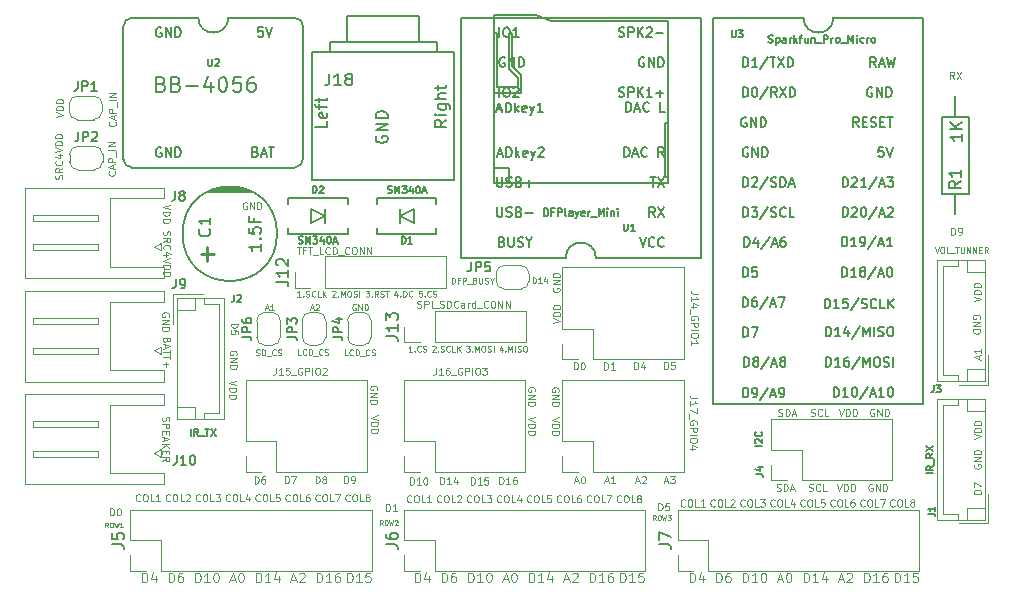
<source format=gbr>
%TF.GenerationSoftware,KiCad,Pcbnew,5.1.10*%
%TF.CreationDate,2021-08-02T03:21:32+08:00*%
%TF.ProjectId,HappyAAC-Type-A,48617070-7941-4414-932d-547970652d41,0.2e*%
%TF.SameCoordinates,Original*%
%TF.FileFunction,Legend,Top*%
%TF.FilePolarity,Positive*%
%FSLAX46Y46*%
G04 Gerber Fmt 4.6, Leading zero omitted, Abs format (unit mm)*
G04 Created by KiCad (PCBNEW 5.1.10) date 2021-08-02 03:21:32*
%MOMM*%
%LPD*%
G01*
G04 APERTURE LIST*
%ADD10C,0.100000*%
%ADD11C,0.080000*%
%ADD12C,0.150000*%
%ADD13C,0.120000*%
%ADD14C,0.200000*%
%ADD15C,0.250000*%
%ADD16C,0.050000*%
G04 APERTURE END LIST*
D10*
X101018257Y-49540290D02*
X101018257Y-49040290D01*
X101137304Y-49040290D01*
X101208733Y-49064100D01*
X101256352Y-49111719D01*
X101280161Y-49159338D01*
X101303971Y-49254576D01*
X101303971Y-49326004D01*
X101280161Y-49421242D01*
X101256352Y-49468861D01*
X101208733Y-49516480D01*
X101137304Y-49540290D01*
X101018257Y-49540290D01*
X101780161Y-49540290D02*
X101494447Y-49540290D01*
X101637304Y-49540290D02*
X101637304Y-49040290D01*
X101589685Y-49111719D01*
X101542066Y-49159338D01*
X101494447Y-49183147D01*
X102208733Y-49206957D02*
X102208733Y-49540290D01*
X102089685Y-49016480D02*
X101970638Y-49373623D01*
X102280161Y-49373623D01*
X94173100Y-49565690D02*
X94173100Y-49065690D01*
X94292147Y-49065690D01*
X94363576Y-49089500D01*
X94411195Y-49137119D01*
X94435004Y-49184738D01*
X94458814Y-49279976D01*
X94458814Y-49351404D01*
X94435004Y-49446642D01*
X94411195Y-49494261D01*
X94363576Y-49541880D01*
X94292147Y-49565690D01*
X94173100Y-49565690D01*
X94839766Y-49303785D02*
X94673100Y-49303785D01*
X94673100Y-49565690D02*
X94673100Y-49065690D01*
X94911195Y-49065690D01*
X95101671Y-49565690D02*
X95101671Y-49065690D01*
X95292147Y-49065690D01*
X95339766Y-49089500D01*
X95363576Y-49113309D01*
X95387385Y-49160928D01*
X95387385Y-49232357D01*
X95363576Y-49279976D01*
X95339766Y-49303785D01*
X95292147Y-49327595D01*
X95101671Y-49327595D01*
X95482623Y-49613309D02*
X95863576Y-49613309D01*
X96149290Y-49303785D02*
X96220719Y-49327595D01*
X96244528Y-49351404D01*
X96268338Y-49399023D01*
X96268338Y-49470452D01*
X96244528Y-49518071D01*
X96220719Y-49541880D01*
X96173100Y-49565690D01*
X95982623Y-49565690D01*
X95982623Y-49065690D01*
X96149290Y-49065690D01*
X96196909Y-49089500D01*
X96220719Y-49113309D01*
X96244528Y-49160928D01*
X96244528Y-49208547D01*
X96220719Y-49256166D01*
X96196909Y-49279976D01*
X96149290Y-49303785D01*
X95982623Y-49303785D01*
X96482623Y-49065690D02*
X96482623Y-49470452D01*
X96506433Y-49518071D01*
X96530242Y-49541880D01*
X96577861Y-49565690D01*
X96673100Y-49565690D01*
X96720719Y-49541880D01*
X96744528Y-49518071D01*
X96768338Y-49470452D01*
X96768338Y-49065690D01*
X96982623Y-49541880D02*
X97054052Y-49565690D01*
X97173100Y-49565690D01*
X97220719Y-49541880D01*
X97244528Y-49518071D01*
X97268338Y-49470452D01*
X97268338Y-49422833D01*
X97244528Y-49375214D01*
X97220719Y-49351404D01*
X97173100Y-49327595D01*
X97077861Y-49303785D01*
X97030242Y-49279976D01*
X97006433Y-49256166D01*
X96982623Y-49208547D01*
X96982623Y-49160928D01*
X97006433Y-49113309D01*
X97030242Y-49089500D01*
X97077861Y-49065690D01*
X97196909Y-49065690D01*
X97268338Y-49089500D01*
X97577861Y-49327595D02*
X97577861Y-49565690D01*
X97411195Y-49065690D02*
X97577861Y-49327595D01*
X97744528Y-49065690D01*
X81411890Y-55623590D02*
X81173795Y-55623590D01*
X81173795Y-55123590D01*
X81864271Y-55575971D02*
X81840461Y-55599780D01*
X81769033Y-55623590D01*
X81721414Y-55623590D01*
X81649985Y-55599780D01*
X81602366Y-55552161D01*
X81578557Y-55504542D01*
X81554747Y-55409304D01*
X81554747Y-55337876D01*
X81578557Y-55242638D01*
X81602366Y-55195019D01*
X81649985Y-55147400D01*
X81721414Y-55123590D01*
X81769033Y-55123590D01*
X81840461Y-55147400D01*
X81864271Y-55171209D01*
X82078557Y-55623590D02*
X82078557Y-55123590D01*
X82197604Y-55123590D01*
X82269033Y-55147400D01*
X82316652Y-55195019D01*
X82340461Y-55242638D01*
X82364271Y-55337876D01*
X82364271Y-55409304D01*
X82340461Y-55504542D01*
X82316652Y-55552161D01*
X82269033Y-55599780D01*
X82197604Y-55623590D01*
X82078557Y-55623590D01*
X82459509Y-55671209D02*
X82840461Y-55671209D01*
X83245223Y-55575971D02*
X83221414Y-55599780D01*
X83149985Y-55623590D01*
X83102366Y-55623590D01*
X83030938Y-55599780D01*
X82983319Y-55552161D01*
X82959509Y-55504542D01*
X82935700Y-55409304D01*
X82935700Y-55337876D01*
X82959509Y-55242638D01*
X82983319Y-55195019D01*
X83030938Y-55147400D01*
X83102366Y-55123590D01*
X83149985Y-55123590D01*
X83221414Y-55147400D01*
X83245223Y-55171209D01*
X83435700Y-55599780D02*
X83507128Y-55623590D01*
X83626176Y-55623590D01*
X83673795Y-55599780D01*
X83697604Y-55575971D01*
X83721414Y-55528352D01*
X83721414Y-55480733D01*
X83697604Y-55433114D01*
X83673795Y-55409304D01*
X83626176Y-55385495D01*
X83530938Y-55361685D01*
X83483319Y-55337876D01*
X83459509Y-55314066D01*
X83435700Y-55266447D01*
X83435700Y-55218828D01*
X83459509Y-55171209D01*
X83483319Y-55147400D01*
X83530938Y-55123590D01*
X83649985Y-55123590D01*
X83721414Y-55147400D01*
X85374290Y-55648990D02*
X85136195Y-55648990D01*
X85136195Y-55148990D01*
X85826671Y-55601371D02*
X85802861Y-55625180D01*
X85731433Y-55648990D01*
X85683814Y-55648990D01*
X85612385Y-55625180D01*
X85564766Y-55577561D01*
X85540957Y-55529942D01*
X85517147Y-55434704D01*
X85517147Y-55363276D01*
X85540957Y-55268038D01*
X85564766Y-55220419D01*
X85612385Y-55172800D01*
X85683814Y-55148990D01*
X85731433Y-55148990D01*
X85802861Y-55172800D01*
X85826671Y-55196609D01*
X86040957Y-55648990D02*
X86040957Y-55148990D01*
X86160004Y-55148990D01*
X86231433Y-55172800D01*
X86279052Y-55220419D01*
X86302861Y-55268038D01*
X86326671Y-55363276D01*
X86326671Y-55434704D01*
X86302861Y-55529942D01*
X86279052Y-55577561D01*
X86231433Y-55625180D01*
X86160004Y-55648990D01*
X86040957Y-55648990D01*
X86421909Y-55696609D02*
X86802861Y-55696609D01*
X87207623Y-55601371D02*
X87183814Y-55625180D01*
X87112385Y-55648990D01*
X87064766Y-55648990D01*
X86993338Y-55625180D01*
X86945719Y-55577561D01*
X86921909Y-55529942D01*
X86898100Y-55434704D01*
X86898100Y-55363276D01*
X86921909Y-55268038D01*
X86945719Y-55220419D01*
X86993338Y-55172800D01*
X87064766Y-55148990D01*
X87112385Y-55148990D01*
X87183814Y-55172800D01*
X87207623Y-55196609D01*
X87398100Y-55625180D02*
X87469528Y-55648990D01*
X87588576Y-55648990D01*
X87636195Y-55625180D01*
X87660004Y-55601371D01*
X87683814Y-55553752D01*
X87683814Y-55506133D01*
X87660004Y-55458514D01*
X87636195Y-55434704D01*
X87588576Y-55410895D01*
X87493338Y-55387085D01*
X87445719Y-55363276D01*
X87421909Y-55339466D01*
X87398100Y-55291847D01*
X87398100Y-55244228D01*
X87421909Y-55196609D01*
X87445719Y-55172800D01*
X87493338Y-55148990D01*
X87612385Y-55148990D01*
X87683814Y-55172800D01*
X86042547Y-51337400D02*
X85994928Y-51313590D01*
X85923500Y-51313590D01*
X85852071Y-51337400D01*
X85804452Y-51385019D01*
X85780642Y-51432638D01*
X85756833Y-51527876D01*
X85756833Y-51599304D01*
X85780642Y-51694542D01*
X85804452Y-51742161D01*
X85852071Y-51789780D01*
X85923500Y-51813590D01*
X85971119Y-51813590D01*
X86042547Y-51789780D01*
X86066357Y-51765971D01*
X86066357Y-51599304D01*
X85971119Y-51599304D01*
X86280642Y-51813590D02*
X86280642Y-51313590D01*
X86566357Y-51813590D01*
X86566357Y-51313590D01*
X86804452Y-51813590D02*
X86804452Y-51313590D01*
X86923500Y-51313590D01*
X86994928Y-51337400D01*
X87042547Y-51385019D01*
X87066357Y-51432638D01*
X87090166Y-51527876D01*
X87090166Y-51599304D01*
X87066357Y-51694542D01*
X87042547Y-51742161D01*
X86994928Y-51789780D01*
X86923500Y-51813590D01*
X86804452Y-51813590D01*
X82230957Y-51670733D02*
X82469052Y-51670733D01*
X82183338Y-51813590D02*
X82350004Y-51313590D01*
X82516671Y-51813590D01*
X82659528Y-51361209D02*
X82683338Y-51337400D01*
X82730957Y-51313590D01*
X82850004Y-51313590D01*
X82897623Y-51337400D01*
X82921433Y-51361209D01*
X82945242Y-51408828D01*
X82945242Y-51456447D01*
X82921433Y-51527876D01*
X82635719Y-51813590D01*
X82945242Y-51813590D01*
X77617771Y-55625180D02*
X77689200Y-55648990D01*
X77808247Y-55648990D01*
X77855866Y-55625180D01*
X77879676Y-55601371D01*
X77903485Y-55553752D01*
X77903485Y-55506133D01*
X77879676Y-55458514D01*
X77855866Y-55434704D01*
X77808247Y-55410895D01*
X77713009Y-55387085D01*
X77665390Y-55363276D01*
X77641580Y-55339466D01*
X77617771Y-55291847D01*
X77617771Y-55244228D01*
X77641580Y-55196609D01*
X77665390Y-55172800D01*
X77713009Y-55148990D01*
X77832057Y-55148990D01*
X77903485Y-55172800D01*
X78117771Y-55648990D02*
X78117771Y-55148990D01*
X78236819Y-55148990D01*
X78308247Y-55172800D01*
X78355866Y-55220419D01*
X78379676Y-55268038D01*
X78403485Y-55363276D01*
X78403485Y-55434704D01*
X78379676Y-55529942D01*
X78355866Y-55577561D01*
X78308247Y-55625180D01*
X78236819Y-55648990D01*
X78117771Y-55648990D01*
X78498723Y-55696609D02*
X78879676Y-55696609D01*
X79284438Y-55601371D02*
X79260628Y-55625180D01*
X79189200Y-55648990D01*
X79141580Y-55648990D01*
X79070152Y-55625180D01*
X79022533Y-55577561D01*
X78998723Y-55529942D01*
X78974914Y-55434704D01*
X78974914Y-55363276D01*
X78998723Y-55268038D01*
X79022533Y-55220419D01*
X79070152Y-55172800D01*
X79141580Y-55148990D01*
X79189200Y-55148990D01*
X79260628Y-55172800D01*
X79284438Y-55196609D01*
X79474914Y-55625180D02*
X79546342Y-55648990D01*
X79665390Y-55648990D01*
X79713009Y-55625180D01*
X79736819Y-55601371D01*
X79760628Y-55553752D01*
X79760628Y-55506133D01*
X79736819Y-55458514D01*
X79713009Y-55434704D01*
X79665390Y-55410895D01*
X79570152Y-55387085D01*
X79522533Y-55363276D01*
X79498723Y-55339466D01*
X79474914Y-55291847D01*
X79474914Y-55244228D01*
X79498723Y-55196609D01*
X79522533Y-55172800D01*
X79570152Y-55148990D01*
X79689200Y-55148990D01*
X79760628Y-55172800D01*
X78395557Y-51670733D02*
X78633652Y-51670733D01*
X78347938Y-51813590D02*
X78514604Y-51313590D01*
X78681271Y-51813590D01*
X79109842Y-51813590D02*
X78824128Y-51813590D01*
X78966985Y-51813590D02*
X78966985Y-51313590D01*
X78919366Y-51385019D01*
X78871747Y-51432638D01*
X78824128Y-51456447D01*
X95386652Y-54844190D02*
X95696176Y-54844190D01*
X95529509Y-55034666D01*
X95600938Y-55034666D01*
X95648557Y-55058476D01*
X95672367Y-55082285D01*
X95696176Y-55129904D01*
X95696176Y-55248952D01*
X95672367Y-55296571D01*
X95648557Y-55320380D01*
X95600938Y-55344190D01*
X95458081Y-55344190D01*
X95410462Y-55320380D01*
X95386652Y-55296571D01*
X95910462Y-55296571D02*
X95934271Y-55320380D01*
X95910462Y-55344190D01*
X95886652Y-55320380D01*
X95910462Y-55296571D01*
X95910462Y-55344190D01*
X96148557Y-55344190D02*
X96148557Y-54844190D01*
X96315224Y-55201333D01*
X96481890Y-54844190D01*
X96481890Y-55344190D01*
X96815224Y-54844190D02*
X96910462Y-54844190D01*
X96958081Y-54868000D01*
X97005700Y-54915619D01*
X97029509Y-55010857D01*
X97029509Y-55177523D01*
X97005700Y-55272761D01*
X96958081Y-55320380D01*
X96910462Y-55344190D01*
X96815224Y-55344190D01*
X96767605Y-55320380D01*
X96719986Y-55272761D01*
X96696176Y-55177523D01*
X96696176Y-55010857D01*
X96719986Y-54915619D01*
X96767605Y-54868000D01*
X96815224Y-54844190D01*
X97219986Y-55320380D02*
X97291414Y-55344190D01*
X97410462Y-55344190D01*
X97458081Y-55320380D01*
X97481890Y-55296571D01*
X97505700Y-55248952D01*
X97505700Y-55201333D01*
X97481890Y-55153714D01*
X97458081Y-55129904D01*
X97410462Y-55106095D01*
X97315224Y-55082285D01*
X97267605Y-55058476D01*
X97243795Y-55034666D01*
X97219986Y-54987047D01*
X97219986Y-54939428D01*
X97243795Y-54891809D01*
X97267605Y-54868000D01*
X97315224Y-54844190D01*
X97434271Y-54844190D01*
X97505700Y-54868000D01*
X97719986Y-55344190D02*
X97719986Y-54844190D01*
X92521650Y-54891809D02*
X92545459Y-54868000D01*
X92593078Y-54844190D01*
X92712126Y-54844190D01*
X92759745Y-54868000D01*
X92783554Y-54891809D01*
X92807364Y-54939428D01*
X92807364Y-54987047D01*
X92783554Y-55058476D01*
X92497840Y-55344190D01*
X92807364Y-55344190D01*
X93021650Y-55296571D02*
X93045459Y-55320380D01*
X93021650Y-55344190D01*
X92997840Y-55320380D01*
X93021650Y-55296571D01*
X93021650Y-55344190D01*
X93235935Y-55320380D02*
X93307364Y-55344190D01*
X93426411Y-55344190D01*
X93474031Y-55320380D01*
X93497840Y-55296571D01*
X93521650Y-55248952D01*
X93521650Y-55201333D01*
X93497840Y-55153714D01*
X93474031Y-55129904D01*
X93426411Y-55106095D01*
X93331173Y-55082285D01*
X93283554Y-55058476D01*
X93259745Y-55034666D01*
X93235935Y-54987047D01*
X93235935Y-54939428D01*
X93259745Y-54891809D01*
X93283554Y-54868000D01*
X93331173Y-54844190D01*
X93450221Y-54844190D01*
X93521650Y-54868000D01*
X94021650Y-55296571D02*
X93997840Y-55320380D01*
X93926411Y-55344190D01*
X93878792Y-55344190D01*
X93807364Y-55320380D01*
X93759745Y-55272761D01*
X93735935Y-55225142D01*
X93712126Y-55129904D01*
X93712126Y-55058476D01*
X93735935Y-54963238D01*
X93759745Y-54915619D01*
X93807364Y-54868000D01*
X93878792Y-54844190D01*
X93926411Y-54844190D01*
X93997840Y-54868000D01*
X94021650Y-54891809D01*
X94474031Y-55344190D02*
X94235935Y-55344190D01*
X94235935Y-54844190D01*
X94640697Y-55344190D02*
X94640697Y-54844190D01*
X94926411Y-55344190D02*
X94712126Y-55058476D01*
X94926411Y-54844190D02*
X94640697Y-55129904D01*
X98465941Y-55010857D02*
X98465941Y-55344190D01*
X98346893Y-54820380D02*
X98227846Y-55177523D01*
X98537370Y-55177523D01*
X98727846Y-55296571D02*
X98751655Y-55320380D01*
X98727846Y-55344190D01*
X98704036Y-55320380D01*
X98727846Y-55296571D01*
X98727846Y-55344190D01*
X98965941Y-55344190D02*
X98965941Y-54844190D01*
X99132608Y-55201333D01*
X99299274Y-54844190D01*
X99299274Y-55344190D01*
X99537370Y-55344190D02*
X99537370Y-54844190D01*
X99751655Y-55320380D02*
X99823084Y-55344190D01*
X99942132Y-55344190D01*
X99989751Y-55320380D01*
X100013560Y-55296571D01*
X100037370Y-55248952D01*
X100037370Y-55201333D01*
X100013560Y-55153714D01*
X99989751Y-55129904D01*
X99942132Y-55106095D01*
X99846893Y-55082285D01*
X99799274Y-55058476D01*
X99775465Y-55034666D01*
X99751655Y-54987047D01*
X99751655Y-54939428D01*
X99775465Y-54891809D01*
X99799274Y-54868000D01*
X99846893Y-54844190D01*
X99965941Y-54844190D01*
X100037370Y-54868000D01*
X100346893Y-54844190D02*
X100442132Y-54844190D01*
X100489751Y-54868000D01*
X100537370Y-54915619D01*
X100561179Y-55010857D01*
X100561179Y-55177523D01*
X100537370Y-55272761D01*
X100489751Y-55320380D01*
X100442132Y-55344190D01*
X100346893Y-55344190D01*
X100299274Y-55320380D01*
X100251655Y-55272761D01*
X100227846Y-55177523D01*
X100227846Y-55010857D01*
X100251655Y-54915619D01*
X100299274Y-54868000D01*
X100346893Y-54844190D01*
X90823314Y-55344190D02*
X90537600Y-55344190D01*
X90680457Y-55344190D02*
X90680457Y-54844190D01*
X90632838Y-54915619D01*
X90585219Y-54963238D01*
X90537600Y-54987047D01*
X91037600Y-55296571D02*
X91061409Y-55320380D01*
X91037600Y-55344190D01*
X91013790Y-55320380D01*
X91037600Y-55296571D01*
X91037600Y-55344190D01*
X91561409Y-55296571D02*
X91537600Y-55320380D01*
X91466171Y-55344190D01*
X91418552Y-55344190D01*
X91347123Y-55320380D01*
X91299504Y-55272761D01*
X91275695Y-55225142D01*
X91251885Y-55129904D01*
X91251885Y-55058476D01*
X91275695Y-54963238D01*
X91299504Y-54915619D01*
X91347123Y-54868000D01*
X91418552Y-54844190D01*
X91466171Y-54844190D01*
X91537600Y-54868000D01*
X91561409Y-54891809D01*
X91751885Y-55320380D02*
X91823314Y-55344190D01*
X91942361Y-55344190D01*
X91989980Y-55320380D01*
X92013790Y-55296571D01*
X92037600Y-55248952D01*
X92037600Y-55201333D01*
X92013790Y-55153714D01*
X91989980Y-55129904D01*
X91942361Y-55106095D01*
X91847123Y-55082285D01*
X91799504Y-55058476D01*
X91775695Y-55034666D01*
X91751885Y-54987047D01*
X91751885Y-54939428D01*
X91775695Y-54891809D01*
X91799504Y-54868000D01*
X91847123Y-54844190D01*
X91966171Y-54844190D01*
X92037600Y-54868000D01*
X121839128Y-60748197D02*
X121924842Y-60776768D01*
X122067700Y-60776768D01*
X122124842Y-60748197D01*
X122153414Y-60719625D01*
X122181985Y-60662482D01*
X122181985Y-60605340D01*
X122153414Y-60548197D01*
X122124842Y-60519625D01*
X122067700Y-60491054D01*
X121953414Y-60462482D01*
X121896271Y-60433911D01*
X121867700Y-60405340D01*
X121839128Y-60348197D01*
X121839128Y-60291054D01*
X121867700Y-60233911D01*
X121896271Y-60205340D01*
X121953414Y-60176768D01*
X122096271Y-60176768D01*
X122181985Y-60205340D01*
X122439128Y-60776768D02*
X122439128Y-60176768D01*
X122581985Y-60176768D01*
X122667700Y-60205340D01*
X122724842Y-60262482D01*
X122753414Y-60319625D01*
X122781985Y-60433911D01*
X122781985Y-60519625D01*
X122753414Y-60633911D01*
X122724842Y-60691054D01*
X122667700Y-60748197D01*
X122581985Y-60776768D01*
X122439128Y-60776768D01*
X123010557Y-60605340D02*
X123296271Y-60605340D01*
X122953414Y-60776768D02*
X123153414Y-60176768D01*
X123353414Y-60776768D01*
X124586454Y-60748197D02*
X124672168Y-60776768D01*
X124815025Y-60776768D01*
X124872168Y-60748197D01*
X124900740Y-60719625D01*
X124929311Y-60662482D01*
X124929311Y-60605340D01*
X124900740Y-60548197D01*
X124872168Y-60519625D01*
X124815025Y-60491054D01*
X124700740Y-60462482D01*
X124643597Y-60433911D01*
X124615025Y-60405340D01*
X124586454Y-60348197D01*
X124586454Y-60291054D01*
X124615025Y-60233911D01*
X124643597Y-60205340D01*
X124700740Y-60176768D01*
X124843597Y-60176768D01*
X124929311Y-60205340D01*
X125529311Y-60719625D02*
X125500740Y-60748197D01*
X125415025Y-60776768D01*
X125357882Y-60776768D01*
X125272168Y-60748197D01*
X125215025Y-60691054D01*
X125186454Y-60633911D01*
X125157882Y-60519625D01*
X125157882Y-60433911D01*
X125186454Y-60319625D01*
X125215025Y-60262482D01*
X125272168Y-60205340D01*
X125357882Y-60176768D01*
X125415025Y-60176768D01*
X125500740Y-60205340D01*
X125529311Y-60233911D01*
X126072168Y-60776768D02*
X125786454Y-60776768D01*
X125786454Y-60176768D01*
X126949300Y-60176768D02*
X127149300Y-60776768D01*
X127349300Y-60176768D01*
X127549300Y-60776768D02*
X127549300Y-60176768D01*
X127692157Y-60176768D01*
X127777871Y-60205340D01*
X127835014Y-60262482D01*
X127863585Y-60319625D01*
X127892157Y-60433911D01*
X127892157Y-60519625D01*
X127863585Y-60633911D01*
X127835014Y-60691054D01*
X127777871Y-60748197D01*
X127692157Y-60776768D01*
X127549300Y-60776768D01*
X128149300Y-60776768D02*
X128149300Y-60176768D01*
X128292157Y-60176768D01*
X128377871Y-60205340D01*
X128435014Y-60262482D01*
X128463585Y-60319625D01*
X128492157Y-60433911D01*
X128492157Y-60519625D01*
X128463585Y-60633911D01*
X128435014Y-60691054D01*
X128377871Y-60748197D01*
X128292157Y-60776768D01*
X128149300Y-60776768D01*
X129938837Y-60205340D02*
X129881694Y-60176768D01*
X129795980Y-60176768D01*
X129710265Y-60205340D01*
X129653122Y-60262482D01*
X129624551Y-60319625D01*
X129595980Y-60433911D01*
X129595980Y-60519625D01*
X129624551Y-60633911D01*
X129653122Y-60691054D01*
X129710265Y-60748197D01*
X129795980Y-60776768D01*
X129853122Y-60776768D01*
X129938837Y-60748197D01*
X129967408Y-60719625D01*
X129967408Y-60519625D01*
X129853122Y-60519625D01*
X130224551Y-60776768D02*
X130224551Y-60176768D01*
X130567408Y-60776768D01*
X130567408Y-60176768D01*
X130853122Y-60776768D02*
X130853122Y-60176768D01*
X130995980Y-60176768D01*
X131081694Y-60205340D01*
X131138837Y-60262482D01*
X131167408Y-60319625D01*
X131195980Y-60433911D01*
X131195980Y-60519625D01*
X131167408Y-60633911D01*
X131138837Y-60691054D01*
X131081694Y-60748197D01*
X130995980Y-60776768D01*
X130853122Y-60776768D01*
X91650404Y-50183290D02*
X91412309Y-50183290D01*
X91388500Y-50421385D01*
X91412309Y-50397576D01*
X91459928Y-50373766D01*
X91578976Y-50373766D01*
X91626595Y-50397576D01*
X91650404Y-50421385D01*
X91674214Y-50469004D01*
X91674214Y-50588052D01*
X91650404Y-50635671D01*
X91626595Y-50659480D01*
X91578976Y-50683290D01*
X91459928Y-50683290D01*
X91412309Y-50659480D01*
X91388500Y-50635671D01*
X91888500Y-50635671D02*
X91912309Y-50659480D01*
X91888500Y-50683290D01*
X91864690Y-50659480D01*
X91888500Y-50635671D01*
X91888500Y-50683290D01*
X92412309Y-50635671D02*
X92388500Y-50659480D01*
X92317071Y-50683290D01*
X92269452Y-50683290D01*
X92198023Y-50659480D01*
X92150404Y-50611861D01*
X92126595Y-50564242D01*
X92102785Y-50469004D01*
X92102785Y-50397576D01*
X92126595Y-50302338D01*
X92150404Y-50254719D01*
X92198023Y-50207100D01*
X92269452Y-50183290D01*
X92317071Y-50183290D01*
X92388500Y-50207100D01*
X92412309Y-50230909D01*
X92602785Y-50659480D02*
X92674214Y-50683290D01*
X92793261Y-50683290D01*
X92840880Y-50659480D01*
X92864690Y-50635671D01*
X92888500Y-50588052D01*
X92888500Y-50540433D01*
X92864690Y-50492814D01*
X92840880Y-50469004D01*
X92793261Y-50445195D01*
X92698023Y-50421385D01*
X92650404Y-50397576D01*
X92626595Y-50373766D01*
X92602785Y-50326147D01*
X92602785Y-50278528D01*
X92626595Y-50230909D01*
X92650404Y-50207100D01*
X92698023Y-50183290D01*
X92817071Y-50183290D01*
X92888500Y-50207100D01*
X89571128Y-50349957D02*
X89571128Y-50683290D01*
X89452080Y-50159480D02*
X89333033Y-50516623D01*
X89642557Y-50516623D01*
X89833033Y-50635671D02*
X89856842Y-50659480D01*
X89833033Y-50683290D01*
X89809223Y-50659480D01*
X89833033Y-50635671D01*
X89833033Y-50683290D01*
X90071128Y-50683290D02*
X90071128Y-50183290D01*
X90190176Y-50183290D01*
X90261604Y-50207100D01*
X90309223Y-50254719D01*
X90333033Y-50302338D01*
X90356842Y-50397576D01*
X90356842Y-50469004D01*
X90333033Y-50564242D01*
X90309223Y-50611861D01*
X90261604Y-50659480D01*
X90190176Y-50683290D01*
X90071128Y-50683290D01*
X90856842Y-50635671D02*
X90833033Y-50659480D01*
X90761604Y-50683290D01*
X90713985Y-50683290D01*
X90642557Y-50659480D01*
X90594938Y-50611861D01*
X90571128Y-50564242D01*
X90547318Y-50469004D01*
X90547318Y-50397576D01*
X90571128Y-50302338D01*
X90594938Y-50254719D01*
X90642557Y-50207100D01*
X90713985Y-50183290D01*
X90761604Y-50183290D01*
X90833033Y-50207100D01*
X90856842Y-50230909D01*
X86896615Y-50183290D02*
X87206139Y-50183290D01*
X87039472Y-50373766D01*
X87110901Y-50373766D01*
X87158520Y-50397576D01*
X87182329Y-50421385D01*
X87206139Y-50469004D01*
X87206139Y-50588052D01*
X87182329Y-50635671D01*
X87158520Y-50659480D01*
X87110901Y-50683290D01*
X86968043Y-50683290D01*
X86920424Y-50659480D01*
X86896615Y-50635671D01*
X87420424Y-50635671D02*
X87444234Y-50659480D01*
X87420424Y-50683290D01*
X87396615Y-50659480D01*
X87420424Y-50635671D01*
X87420424Y-50683290D01*
X87944234Y-50683290D02*
X87777567Y-50445195D01*
X87658520Y-50683290D02*
X87658520Y-50183290D01*
X87848996Y-50183290D01*
X87896615Y-50207100D01*
X87920424Y-50230909D01*
X87944234Y-50278528D01*
X87944234Y-50349957D01*
X87920424Y-50397576D01*
X87896615Y-50421385D01*
X87848996Y-50445195D01*
X87658520Y-50445195D01*
X88134710Y-50659480D02*
X88206139Y-50683290D01*
X88325186Y-50683290D01*
X88372805Y-50659480D01*
X88396615Y-50635671D01*
X88420424Y-50588052D01*
X88420424Y-50540433D01*
X88396615Y-50492814D01*
X88372805Y-50469004D01*
X88325186Y-50445195D01*
X88229948Y-50421385D01*
X88182329Y-50397576D01*
X88158520Y-50373766D01*
X88134710Y-50326147D01*
X88134710Y-50278528D01*
X88158520Y-50230909D01*
X88182329Y-50207100D01*
X88229948Y-50183290D01*
X88348996Y-50183290D01*
X88420424Y-50207100D01*
X88563281Y-50183290D02*
X88848996Y-50183290D01*
X88706139Y-50683290D02*
X88706139Y-50183290D01*
X84055436Y-50230909D02*
X84079245Y-50207100D01*
X84126864Y-50183290D01*
X84245912Y-50183290D01*
X84293531Y-50207100D01*
X84317341Y-50230909D01*
X84341150Y-50278528D01*
X84341150Y-50326147D01*
X84317341Y-50397576D01*
X84031626Y-50683290D01*
X84341150Y-50683290D01*
X84555436Y-50635671D02*
X84579245Y-50659480D01*
X84555436Y-50683290D01*
X84531626Y-50659480D01*
X84555436Y-50635671D01*
X84555436Y-50683290D01*
X84793531Y-50683290D02*
X84793531Y-50183290D01*
X84960198Y-50540433D01*
X85126864Y-50183290D01*
X85126864Y-50683290D01*
X85460198Y-50183290D02*
X85555436Y-50183290D01*
X85603055Y-50207100D01*
X85650674Y-50254719D01*
X85674483Y-50349957D01*
X85674483Y-50516623D01*
X85650674Y-50611861D01*
X85603055Y-50659480D01*
X85555436Y-50683290D01*
X85460198Y-50683290D01*
X85412579Y-50659480D01*
X85364960Y-50611861D01*
X85341150Y-50516623D01*
X85341150Y-50349957D01*
X85364960Y-50254719D01*
X85412579Y-50207100D01*
X85460198Y-50183290D01*
X85864960Y-50659480D02*
X85936388Y-50683290D01*
X86055436Y-50683290D01*
X86103055Y-50659480D01*
X86126864Y-50635671D01*
X86150674Y-50588052D01*
X86150674Y-50540433D01*
X86126864Y-50492814D01*
X86103055Y-50469004D01*
X86055436Y-50445195D01*
X85960198Y-50421385D01*
X85912579Y-50397576D01*
X85888769Y-50373766D01*
X85864960Y-50326147D01*
X85864960Y-50278528D01*
X85888769Y-50230909D01*
X85912579Y-50207100D01*
X85960198Y-50183290D01*
X86079245Y-50183290D01*
X86150674Y-50207100D01*
X86364960Y-50683290D02*
X86364960Y-50183290D01*
X81404733Y-50683290D02*
X81119019Y-50683290D01*
X81261876Y-50683290D02*
X81261876Y-50183290D01*
X81214257Y-50254719D01*
X81166638Y-50302338D01*
X81119019Y-50326147D01*
X81619019Y-50635671D02*
X81642828Y-50659480D01*
X81619019Y-50683290D01*
X81595209Y-50659480D01*
X81619019Y-50635671D01*
X81619019Y-50683290D01*
X81833304Y-50659480D02*
X81904733Y-50683290D01*
X82023780Y-50683290D01*
X82071400Y-50659480D01*
X82095209Y-50635671D01*
X82119019Y-50588052D01*
X82119019Y-50540433D01*
X82095209Y-50492814D01*
X82071400Y-50469004D01*
X82023780Y-50445195D01*
X81928542Y-50421385D01*
X81880923Y-50397576D01*
X81857114Y-50373766D01*
X81833304Y-50326147D01*
X81833304Y-50278528D01*
X81857114Y-50230909D01*
X81880923Y-50207100D01*
X81928542Y-50183290D01*
X82047590Y-50183290D01*
X82119019Y-50207100D01*
X82619019Y-50635671D02*
X82595209Y-50659480D01*
X82523780Y-50683290D01*
X82476161Y-50683290D01*
X82404733Y-50659480D01*
X82357114Y-50611861D01*
X82333304Y-50564242D01*
X82309495Y-50469004D01*
X82309495Y-50397576D01*
X82333304Y-50302338D01*
X82357114Y-50254719D01*
X82404733Y-50207100D01*
X82476161Y-50183290D01*
X82523780Y-50183290D01*
X82595209Y-50207100D01*
X82619019Y-50230909D01*
X83071400Y-50683290D02*
X82833304Y-50683290D01*
X82833304Y-50183290D01*
X83238066Y-50683290D02*
X83238066Y-50183290D01*
X83523780Y-50683290D02*
X83309495Y-50397576D01*
X83523780Y-50183290D02*
X83238066Y-50469004D01*
X91270628Y-51588957D02*
X91356342Y-51617528D01*
X91499200Y-51617528D01*
X91556342Y-51588957D01*
X91584914Y-51560385D01*
X91613485Y-51503242D01*
X91613485Y-51446100D01*
X91584914Y-51388957D01*
X91556342Y-51360385D01*
X91499200Y-51331814D01*
X91384914Y-51303242D01*
X91327771Y-51274671D01*
X91299200Y-51246100D01*
X91270628Y-51188957D01*
X91270628Y-51131814D01*
X91299200Y-51074671D01*
X91327771Y-51046100D01*
X91384914Y-51017528D01*
X91527771Y-51017528D01*
X91613485Y-51046100D01*
X91870628Y-51617528D02*
X91870628Y-51017528D01*
X92099200Y-51017528D01*
X92156342Y-51046100D01*
X92184914Y-51074671D01*
X92213485Y-51131814D01*
X92213485Y-51217528D01*
X92184914Y-51274671D01*
X92156342Y-51303242D01*
X92099200Y-51331814D01*
X91870628Y-51331814D01*
X92470628Y-51617528D02*
X92470628Y-51017528D01*
X92613485Y-51674671D02*
X93070628Y-51674671D01*
X93184914Y-51588957D02*
X93270628Y-51617528D01*
X93413485Y-51617528D01*
X93470628Y-51588957D01*
X93499200Y-51560385D01*
X93527771Y-51503242D01*
X93527771Y-51446100D01*
X93499200Y-51388957D01*
X93470628Y-51360385D01*
X93413485Y-51331814D01*
X93299200Y-51303242D01*
X93242057Y-51274671D01*
X93213485Y-51246100D01*
X93184914Y-51188957D01*
X93184914Y-51131814D01*
X93213485Y-51074671D01*
X93242057Y-51046100D01*
X93299200Y-51017528D01*
X93442057Y-51017528D01*
X93527771Y-51046100D01*
X93784914Y-51617528D02*
X93784914Y-51017528D01*
X93927771Y-51017528D01*
X94013485Y-51046100D01*
X94070628Y-51103242D01*
X94099200Y-51160385D01*
X94127771Y-51274671D01*
X94127771Y-51360385D01*
X94099200Y-51474671D01*
X94070628Y-51531814D01*
X94013485Y-51588957D01*
X93927771Y-51617528D01*
X93784914Y-51617528D01*
X94727771Y-51560385D02*
X94699200Y-51588957D01*
X94613485Y-51617528D01*
X94556342Y-51617528D01*
X94470628Y-51588957D01*
X94413485Y-51531814D01*
X94384914Y-51474671D01*
X94356342Y-51360385D01*
X94356342Y-51274671D01*
X94384914Y-51160385D01*
X94413485Y-51103242D01*
X94470628Y-51046100D01*
X94556342Y-51017528D01*
X94613485Y-51017528D01*
X94699200Y-51046100D01*
X94727771Y-51074671D01*
X95242057Y-51617528D02*
X95242057Y-51303242D01*
X95213485Y-51246100D01*
X95156342Y-51217528D01*
X95042057Y-51217528D01*
X94984914Y-51246100D01*
X95242057Y-51588957D02*
X95184914Y-51617528D01*
X95042057Y-51617528D01*
X94984914Y-51588957D01*
X94956342Y-51531814D01*
X94956342Y-51474671D01*
X94984914Y-51417528D01*
X95042057Y-51388957D01*
X95184914Y-51388957D01*
X95242057Y-51360385D01*
X95527771Y-51617528D02*
X95527771Y-51217528D01*
X95527771Y-51331814D02*
X95556342Y-51274671D01*
X95584914Y-51246100D01*
X95642057Y-51217528D01*
X95699200Y-51217528D01*
X96156342Y-51617528D02*
X96156342Y-51017528D01*
X96156342Y-51588957D02*
X96099200Y-51617528D01*
X95984914Y-51617528D01*
X95927771Y-51588957D01*
X95899200Y-51560385D01*
X95870628Y-51503242D01*
X95870628Y-51331814D01*
X95899200Y-51274671D01*
X95927771Y-51246100D01*
X95984914Y-51217528D01*
X96099200Y-51217528D01*
X96156342Y-51246100D01*
X96299200Y-51674671D02*
X96756342Y-51674671D01*
X97242057Y-51560385D02*
X97213485Y-51588957D01*
X97127771Y-51617528D01*
X97070628Y-51617528D01*
X96984914Y-51588957D01*
X96927771Y-51531814D01*
X96899200Y-51474671D01*
X96870628Y-51360385D01*
X96870628Y-51274671D01*
X96899200Y-51160385D01*
X96927771Y-51103242D01*
X96984914Y-51046100D01*
X97070628Y-51017528D01*
X97127771Y-51017528D01*
X97213485Y-51046100D01*
X97242057Y-51074671D01*
X97613485Y-51017528D02*
X97727771Y-51017528D01*
X97784914Y-51046100D01*
X97842057Y-51103242D01*
X97870628Y-51217528D01*
X97870628Y-51417528D01*
X97842057Y-51531814D01*
X97784914Y-51588957D01*
X97727771Y-51617528D01*
X97613485Y-51617528D01*
X97556342Y-51588957D01*
X97499200Y-51531814D01*
X97470628Y-51417528D01*
X97470628Y-51217528D01*
X97499200Y-51103242D01*
X97556342Y-51046100D01*
X97613485Y-51017528D01*
X98127771Y-51617528D02*
X98127771Y-51017528D01*
X98470628Y-51617528D01*
X98470628Y-51017528D01*
X98756342Y-51617528D02*
X98756342Y-51017528D01*
X99099200Y-51617528D01*
X99099200Y-51017528D01*
X81051800Y-46483628D02*
X81394657Y-46483628D01*
X81223228Y-47083628D02*
X81223228Y-46483628D01*
X81794657Y-46769342D02*
X81594657Y-46769342D01*
X81594657Y-47083628D02*
X81594657Y-46483628D01*
X81880371Y-46483628D01*
X82023228Y-46483628D02*
X82366085Y-46483628D01*
X82194657Y-47083628D02*
X82194657Y-46483628D01*
X82423228Y-47140771D02*
X82880371Y-47140771D01*
X83308942Y-47083628D02*
X83023228Y-47083628D01*
X83023228Y-46483628D01*
X83851800Y-47026485D02*
X83823228Y-47055057D01*
X83737514Y-47083628D01*
X83680371Y-47083628D01*
X83594657Y-47055057D01*
X83537514Y-46997914D01*
X83508942Y-46940771D01*
X83480371Y-46826485D01*
X83480371Y-46740771D01*
X83508942Y-46626485D01*
X83537514Y-46569342D01*
X83594657Y-46512200D01*
X83680371Y-46483628D01*
X83737514Y-46483628D01*
X83823228Y-46512200D01*
X83851800Y-46540771D01*
X84108942Y-47083628D02*
X84108942Y-46483628D01*
X84251800Y-46483628D01*
X84337514Y-46512200D01*
X84394657Y-46569342D01*
X84423228Y-46626485D01*
X84451800Y-46740771D01*
X84451800Y-46826485D01*
X84423228Y-46940771D01*
X84394657Y-46997914D01*
X84337514Y-47055057D01*
X84251800Y-47083628D01*
X84108942Y-47083628D01*
X84566085Y-47140771D02*
X85023228Y-47140771D01*
X85508942Y-47026485D02*
X85480371Y-47055057D01*
X85394657Y-47083628D01*
X85337514Y-47083628D01*
X85251800Y-47055057D01*
X85194657Y-46997914D01*
X85166085Y-46940771D01*
X85137514Y-46826485D01*
X85137514Y-46740771D01*
X85166085Y-46626485D01*
X85194657Y-46569342D01*
X85251800Y-46512200D01*
X85337514Y-46483628D01*
X85394657Y-46483628D01*
X85480371Y-46512200D01*
X85508942Y-46540771D01*
X85880371Y-46483628D02*
X85994657Y-46483628D01*
X86051800Y-46512200D01*
X86108942Y-46569342D01*
X86137514Y-46683628D01*
X86137514Y-46883628D01*
X86108942Y-46997914D01*
X86051800Y-47055057D01*
X85994657Y-47083628D01*
X85880371Y-47083628D01*
X85823228Y-47055057D01*
X85766085Y-46997914D01*
X85737514Y-46883628D01*
X85737514Y-46683628D01*
X85766085Y-46569342D01*
X85823228Y-46512200D01*
X85880371Y-46483628D01*
X86394657Y-47083628D02*
X86394657Y-46483628D01*
X86737514Y-47083628D01*
X86737514Y-46483628D01*
X87023228Y-47083628D02*
X87023228Y-46483628D01*
X87366085Y-47083628D01*
X87366085Y-46483628D01*
D11*
X77608927Y-74862644D02*
X77608927Y-74062644D01*
X77799403Y-74062644D01*
X77913689Y-74100740D01*
X77989879Y-74176930D01*
X78027975Y-74253120D01*
X78066070Y-74405501D01*
X78066070Y-74519787D01*
X78027975Y-74672168D01*
X77989879Y-74748359D01*
X77913689Y-74824549D01*
X77799403Y-74862644D01*
X77608927Y-74862644D01*
X78827975Y-74862644D02*
X78370832Y-74862644D01*
X78599403Y-74862644D02*
X78599403Y-74062644D01*
X78523213Y-74176930D01*
X78447022Y-74253120D01*
X78370832Y-74291216D01*
X79513689Y-74329311D02*
X79513689Y-74862644D01*
X79323213Y-74024549D02*
X79132736Y-74595978D01*
X79627975Y-74595978D01*
X72461446Y-74862644D02*
X72461446Y-74062644D01*
X72651922Y-74062644D01*
X72766208Y-74100740D01*
X72842398Y-74176930D01*
X72880494Y-74253120D01*
X72918589Y-74405501D01*
X72918589Y-74519787D01*
X72880494Y-74672168D01*
X72842398Y-74748359D01*
X72766208Y-74824549D01*
X72651922Y-74862644D01*
X72461446Y-74862644D01*
X73680494Y-74862644D02*
X73223351Y-74862644D01*
X73451922Y-74862644D02*
X73451922Y-74062644D01*
X73375732Y-74176930D01*
X73299541Y-74253120D01*
X73223351Y-74291216D01*
X74175732Y-74062644D02*
X74251922Y-74062644D01*
X74328113Y-74100740D01*
X74366208Y-74138835D01*
X74404303Y-74215025D01*
X74442398Y-74367406D01*
X74442398Y-74557882D01*
X74404303Y-74710263D01*
X74366208Y-74786454D01*
X74328113Y-74824549D01*
X74251922Y-74862644D01*
X74175732Y-74862644D01*
X74099541Y-74824549D01*
X74061446Y-74786454D01*
X74023351Y-74710263D01*
X73985255Y-74557882D01*
X73985255Y-74367406D01*
X74023351Y-74215025D01*
X74061446Y-74138835D01*
X74099541Y-74100740D01*
X74175732Y-74062644D01*
X85330151Y-74862644D02*
X85330151Y-74062644D01*
X85520627Y-74062644D01*
X85634913Y-74100740D01*
X85711103Y-74176930D01*
X85749199Y-74253120D01*
X85787294Y-74405501D01*
X85787294Y-74519787D01*
X85749199Y-74672168D01*
X85711103Y-74748359D01*
X85634913Y-74824549D01*
X85520627Y-74862644D01*
X85330151Y-74862644D01*
X86549199Y-74862644D02*
X86092056Y-74862644D01*
X86320627Y-74862644D02*
X86320627Y-74062644D01*
X86244437Y-74176930D01*
X86168246Y-74253120D01*
X86092056Y-74291216D01*
X87273008Y-74062644D02*
X86892056Y-74062644D01*
X86853960Y-74443597D01*
X86892056Y-74405501D01*
X86968246Y-74367406D01*
X87158722Y-74367406D01*
X87234913Y-74405501D01*
X87273008Y-74443597D01*
X87311103Y-74519787D01*
X87311103Y-74710263D01*
X87273008Y-74786454D01*
X87234913Y-74824549D01*
X87158722Y-74862644D01*
X86968246Y-74862644D01*
X86892056Y-74824549D01*
X86853960Y-74786454D01*
X75435186Y-74634073D02*
X75816138Y-74634073D01*
X75358995Y-74862644D02*
X75625662Y-74062644D01*
X75892329Y-74862644D01*
X76311376Y-74062644D02*
X76387567Y-74062644D01*
X76463757Y-74100740D01*
X76501853Y-74138835D01*
X76539948Y-74215025D01*
X76578043Y-74367406D01*
X76578043Y-74557882D01*
X76539948Y-74710263D01*
X76501853Y-74786454D01*
X76463757Y-74824549D01*
X76387567Y-74862644D01*
X76311376Y-74862644D01*
X76235186Y-74824549D01*
X76197091Y-74786454D01*
X76158995Y-74710263D01*
X76120900Y-74557882D01*
X76120900Y-74367406D01*
X76158995Y-74215025D01*
X76197091Y-74138835D01*
X76235186Y-74100740D01*
X76311376Y-74062644D01*
X67961583Y-74862644D02*
X67961583Y-74062644D01*
X68152060Y-74062644D01*
X68266345Y-74100740D01*
X68342536Y-74176930D01*
X68380631Y-74253120D01*
X68418726Y-74405501D01*
X68418726Y-74519787D01*
X68380631Y-74672168D01*
X68342536Y-74748359D01*
X68266345Y-74824549D01*
X68152060Y-74862644D01*
X67961583Y-74862644D01*
X69104440Y-74329311D02*
X69104440Y-74862644D01*
X68913964Y-74024549D02*
X68723488Y-74595978D01*
X69218726Y-74595978D01*
X80582667Y-74634073D02*
X80963619Y-74634073D01*
X80506476Y-74862644D02*
X80773143Y-74062644D01*
X81039810Y-74862644D01*
X81268381Y-74138835D02*
X81306476Y-74100740D01*
X81382667Y-74062644D01*
X81573143Y-74062644D01*
X81649334Y-74100740D01*
X81687429Y-74138835D01*
X81725524Y-74215025D01*
X81725524Y-74291216D01*
X81687429Y-74405501D01*
X81230286Y-74862644D01*
X81725524Y-74862644D01*
X82756408Y-74862644D02*
X82756408Y-74062644D01*
X82946884Y-74062644D01*
X83061170Y-74100740D01*
X83137360Y-74176930D01*
X83175456Y-74253120D01*
X83213551Y-74405501D01*
X83213551Y-74519787D01*
X83175456Y-74672168D01*
X83137360Y-74748359D01*
X83061170Y-74824549D01*
X82946884Y-74862644D01*
X82756408Y-74862644D01*
X83975456Y-74862644D02*
X83518313Y-74862644D01*
X83746884Y-74862644D02*
X83746884Y-74062644D01*
X83670694Y-74176930D01*
X83594503Y-74253120D01*
X83518313Y-74291216D01*
X84661170Y-74062644D02*
X84508789Y-74062644D01*
X84432598Y-74100740D01*
X84394503Y-74138835D01*
X84318313Y-74253120D01*
X84280217Y-74405501D01*
X84280217Y-74710263D01*
X84318313Y-74786454D01*
X84356408Y-74824549D01*
X84432598Y-74862644D01*
X84584979Y-74862644D01*
X84661170Y-74824549D01*
X84699265Y-74786454D01*
X84737360Y-74710263D01*
X84737360Y-74519787D01*
X84699265Y-74443597D01*
X84661170Y-74405501D01*
X84584979Y-74367406D01*
X84432598Y-74367406D01*
X84356408Y-74405501D01*
X84318313Y-74443597D01*
X84280217Y-74519787D01*
X70211514Y-74862644D02*
X70211514Y-74062644D01*
X70401991Y-74062644D01*
X70516276Y-74100740D01*
X70592467Y-74176930D01*
X70630562Y-74253120D01*
X70668657Y-74405501D01*
X70668657Y-74519787D01*
X70630562Y-74672168D01*
X70592467Y-74748359D01*
X70516276Y-74824549D01*
X70401991Y-74862644D01*
X70211514Y-74862644D01*
X71354371Y-74062644D02*
X71201991Y-74062644D01*
X71125800Y-74100740D01*
X71087705Y-74138835D01*
X71011514Y-74253120D01*
X70973419Y-74405501D01*
X70973419Y-74710263D01*
X71011514Y-74786454D01*
X71049610Y-74824549D01*
X71125800Y-74862644D01*
X71278181Y-74862644D01*
X71354371Y-74824549D01*
X71392467Y-74786454D01*
X71430562Y-74710263D01*
X71430562Y-74519787D01*
X71392467Y-74443597D01*
X71354371Y-74405501D01*
X71278181Y-74367406D01*
X71125800Y-74367406D01*
X71049610Y-74405501D01*
X71011514Y-74443597D01*
X70973419Y-74519787D01*
X108444151Y-74849944D02*
X108444151Y-74049944D01*
X108634627Y-74049944D01*
X108748913Y-74088040D01*
X108825103Y-74164230D01*
X108863199Y-74240420D01*
X108901294Y-74392801D01*
X108901294Y-74507087D01*
X108863199Y-74659468D01*
X108825103Y-74735659D01*
X108748913Y-74811849D01*
X108634627Y-74849944D01*
X108444151Y-74849944D01*
X109663199Y-74849944D02*
X109206056Y-74849944D01*
X109434627Y-74849944D02*
X109434627Y-74049944D01*
X109358437Y-74164230D01*
X109282246Y-74240420D01*
X109206056Y-74278516D01*
X110387008Y-74049944D02*
X110006056Y-74049944D01*
X109967960Y-74430897D01*
X110006056Y-74392801D01*
X110082246Y-74354706D01*
X110272722Y-74354706D01*
X110348913Y-74392801D01*
X110387008Y-74430897D01*
X110425103Y-74507087D01*
X110425103Y-74697563D01*
X110387008Y-74773754D01*
X110348913Y-74811849D01*
X110272722Y-74849944D01*
X110082246Y-74849944D01*
X110006056Y-74811849D01*
X109967960Y-74773754D01*
X98549186Y-74621373D02*
X98930138Y-74621373D01*
X98472995Y-74849944D02*
X98739662Y-74049944D01*
X99006329Y-74849944D01*
X99425376Y-74049944D02*
X99501567Y-74049944D01*
X99577757Y-74088040D01*
X99615853Y-74126135D01*
X99653948Y-74202325D01*
X99692043Y-74354706D01*
X99692043Y-74545182D01*
X99653948Y-74697563D01*
X99615853Y-74773754D01*
X99577757Y-74811849D01*
X99501567Y-74849944D01*
X99425376Y-74849944D01*
X99349186Y-74811849D01*
X99311091Y-74773754D01*
X99272995Y-74697563D01*
X99234900Y-74545182D01*
X99234900Y-74354706D01*
X99272995Y-74202325D01*
X99311091Y-74126135D01*
X99349186Y-74088040D01*
X99425376Y-74049944D01*
X100722927Y-74849944D02*
X100722927Y-74049944D01*
X100913403Y-74049944D01*
X101027689Y-74088040D01*
X101103879Y-74164230D01*
X101141975Y-74240420D01*
X101180070Y-74392801D01*
X101180070Y-74507087D01*
X101141975Y-74659468D01*
X101103879Y-74735659D01*
X101027689Y-74811849D01*
X100913403Y-74849944D01*
X100722927Y-74849944D01*
X101941975Y-74849944D02*
X101484832Y-74849944D01*
X101713403Y-74849944D02*
X101713403Y-74049944D01*
X101637213Y-74164230D01*
X101561022Y-74240420D01*
X101484832Y-74278516D01*
X102627689Y-74316611D02*
X102627689Y-74849944D01*
X102437213Y-74011849D02*
X102246736Y-74583278D01*
X102741975Y-74583278D01*
X103696667Y-74621373D02*
X104077619Y-74621373D01*
X103620476Y-74849944D02*
X103887143Y-74049944D01*
X104153810Y-74849944D01*
X104382381Y-74126135D02*
X104420476Y-74088040D01*
X104496667Y-74049944D01*
X104687143Y-74049944D01*
X104763334Y-74088040D01*
X104801429Y-74126135D01*
X104839524Y-74202325D01*
X104839524Y-74278516D01*
X104801429Y-74392801D01*
X104344286Y-74849944D01*
X104839524Y-74849944D01*
X93325514Y-74849944D02*
X93325514Y-74049944D01*
X93515991Y-74049944D01*
X93630276Y-74088040D01*
X93706467Y-74164230D01*
X93744562Y-74240420D01*
X93782657Y-74392801D01*
X93782657Y-74507087D01*
X93744562Y-74659468D01*
X93706467Y-74735659D01*
X93630276Y-74811849D01*
X93515991Y-74849944D01*
X93325514Y-74849944D01*
X94468371Y-74049944D02*
X94315991Y-74049944D01*
X94239800Y-74088040D01*
X94201705Y-74126135D01*
X94125514Y-74240420D01*
X94087419Y-74392801D01*
X94087419Y-74697563D01*
X94125514Y-74773754D01*
X94163610Y-74811849D01*
X94239800Y-74849944D01*
X94392181Y-74849944D01*
X94468371Y-74811849D01*
X94506467Y-74773754D01*
X94544562Y-74697563D01*
X94544562Y-74507087D01*
X94506467Y-74430897D01*
X94468371Y-74392801D01*
X94392181Y-74354706D01*
X94239800Y-74354706D01*
X94163610Y-74392801D01*
X94125514Y-74430897D01*
X94087419Y-74507087D01*
X105870408Y-74849944D02*
X105870408Y-74049944D01*
X106060884Y-74049944D01*
X106175170Y-74088040D01*
X106251360Y-74164230D01*
X106289456Y-74240420D01*
X106327551Y-74392801D01*
X106327551Y-74507087D01*
X106289456Y-74659468D01*
X106251360Y-74735659D01*
X106175170Y-74811849D01*
X106060884Y-74849944D01*
X105870408Y-74849944D01*
X107089456Y-74849944D02*
X106632313Y-74849944D01*
X106860884Y-74849944D02*
X106860884Y-74049944D01*
X106784694Y-74164230D01*
X106708503Y-74240420D01*
X106632313Y-74278516D01*
X107775170Y-74049944D02*
X107622789Y-74049944D01*
X107546598Y-74088040D01*
X107508503Y-74126135D01*
X107432313Y-74240420D01*
X107394217Y-74392801D01*
X107394217Y-74697563D01*
X107432313Y-74773754D01*
X107470408Y-74811849D01*
X107546598Y-74849944D01*
X107698979Y-74849944D01*
X107775170Y-74811849D01*
X107813265Y-74773754D01*
X107851360Y-74697563D01*
X107851360Y-74507087D01*
X107813265Y-74430897D01*
X107775170Y-74392801D01*
X107698979Y-74354706D01*
X107546598Y-74354706D01*
X107470408Y-74392801D01*
X107432313Y-74430897D01*
X107394217Y-74507087D01*
X91075583Y-74849944D02*
X91075583Y-74049944D01*
X91266060Y-74049944D01*
X91380345Y-74088040D01*
X91456536Y-74164230D01*
X91494631Y-74240420D01*
X91532726Y-74392801D01*
X91532726Y-74507087D01*
X91494631Y-74659468D01*
X91456536Y-74735659D01*
X91380345Y-74811849D01*
X91266060Y-74849944D01*
X91075583Y-74849944D01*
X92218440Y-74316611D02*
X92218440Y-74849944D01*
X92027964Y-74011849D02*
X91837488Y-74583278D01*
X92332726Y-74583278D01*
X95575446Y-74849944D02*
X95575446Y-74049944D01*
X95765922Y-74049944D01*
X95880208Y-74088040D01*
X95956398Y-74164230D01*
X95994494Y-74240420D01*
X96032589Y-74392801D01*
X96032589Y-74507087D01*
X95994494Y-74659468D01*
X95956398Y-74735659D01*
X95880208Y-74811849D01*
X95765922Y-74849944D01*
X95575446Y-74849944D01*
X96794494Y-74849944D02*
X96337351Y-74849944D01*
X96565922Y-74849944D02*
X96565922Y-74049944D01*
X96489732Y-74164230D01*
X96413541Y-74240420D01*
X96337351Y-74278516D01*
X97289732Y-74049944D02*
X97365922Y-74049944D01*
X97442113Y-74088040D01*
X97480208Y-74126135D01*
X97518303Y-74202325D01*
X97556398Y-74354706D01*
X97556398Y-74545182D01*
X97518303Y-74697563D01*
X97480208Y-74773754D01*
X97442113Y-74811849D01*
X97365922Y-74849944D01*
X97289732Y-74849944D01*
X97213541Y-74811849D01*
X97175446Y-74773754D01*
X97137351Y-74697563D01*
X97099255Y-74545182D01*
X97099255Y-74354706D01*
X97137351Y-74202325D01*
X97175446Y-74126135D01*
X97213541Y-74088040D01*
X97289732Y-74049944D01*
X80471542Y-67945925D02*
X80442970Y-67974497D01*
X80357256Y-68003068D01*
X80300113Y-68003068D01*
X80214399Y-67974497D01*
X80157256Y-67917354D01*
X80128685Y-67860211D01*
X80100113Y-67745925D01*
X80100113Y-67660211D01*
X80128685Y-67545925D01*
X80157256Y-67488782D01*
X80214399Y-67431640D01*
X80300113Y-67403068D01*
X80357256Y-67403068D01*
X80442970Y-67431640D01*
X80471542Y-67460211D01*
X80842970Y-67403068D02*
X80957256Y-67403068D01*
X81014399Y-67431640D01*
X81071542Y-67488782D01*
X81100113Y-67603068D01*
X81100113Y-67803068D01*
X81071542Y-67917354D01*
X81014399Y-67974497D01*
X80957256Y-68003068D01*
X80842970Y-68003068D01*
X80785827Y-67974497D01*
X80728685Y-67917354D01*
X80700113Y-67803068D01*
X80700113Y-67603068D01*
X80728685Y-67488782D01*
X80785827Y-67431640D01*
X80842970Y-67403068D01*
X81642970Y-68003068D02*
X81357256Y-68003068D01*
X81357256Y-67403068D01*
X82100113Y-67403068D02*
X81985827Y-67403068D01*
X81928685Y-67431640D01*
X81900113Y-67460211D01*
X81842970Y-67545925D01*
X81814399Y-67660211D01*
X81814399Y-67888782D01*
X81842970Y-67945925D01*
X81871542Y-67974497D01*
X81928685Y-68003068D01*
X82042970Y-68003068D01*
X82100113Y-67974497D01*
X82128685Y-67945925D01*
X82157256Y-67888782D01*
X82157256Y-67745925D01*
X82128685Y-67688782D01*
X82100113Y-67660211D01*
X82042970Y-67631640D01*
X81928685Y-67631640D01*
X81871542Y-67660211D01*
X81842970Y-67688782D01*
X81814399Y-67745925D01*
X72864607Y-67945925D02*
X72836035Y-67974497D01*
X72750321Y-68003068D01*
X72693178Y-68003068D01*
X72607464Y-67974497D01*
X72550321Y-67917354D01*
X72521750Y-67860211D01*
X72493178Y-67745925D01*
X72493178Y-67660211D01*
X72521750Y-67545925D01*
X72550321Y-67488782D01*
X72607464Y-67431640D01*
X72693178Y-67403068D01*
X72750321Y-67403068D01*
X72836035Y-67431640D01*
X72864607Y-67460211D01*
X73236035Y-67403068D02*
X73350321Y-67403068D01*
X73407464Y-67431640D01*
X73464607Y-67488782D01*
X73493178Y-67603068D01*
X73493178Y-67803068D01*
X73464607Y-67917354D01*
X73407464Y-67974497D01*
X73350321Y-68003068D01*
X73236035Y-68003068D01*
X73178892Y-67974497D01*
X73121750Y-67917354D01*
X73093178Y-67803068D01*
X73093178Y-67603068D01*
X73121750Y-67488782D01*
X73178892Y-67431640D01*
X73236035Y-67403068D01*
X74036035Y-68003068D02*
X73750321Y-68003068D01*
X73750321Y-67403068D01*
X74178892Y-67403068D02*
X74550321Y-67403068D01*
X74350321Y-67631640D01*
X74436035Y-67631640D01*
X74493178Y-67660211D01*
X74521750Y-67688782D01*
X74550321Y-67745925D01*
X74550321Y-67888782D01*
X74521750Y-67945925D01*
X74493178Y-67974497D01*
X74436035Y-68003068D01*
X74264607Y-68003068D01*
X74207464Y-67974497D01*
X74178892Y-67945925D01*
X77935897Y-67945925D02*
X77907325Y-67974497D01*
X77821611Y-68003068D01*
X77764468Y-68003068D01*
X77678754Y-67974497D01*
X77621611Y-67917354D01*
X77593040Y-67860211D01*
X77564468Y-67745925D01*
X77564468Y-67660211D01*
X77593040Y-67545925D01*
X77621611Y-67488782D01*
X77678754Y-67431640D01*
X77764468Y-67403068D01*
X77821611Y-67403068D01*
X77907325Y-67431640D01*
X77935897Y-67460211D01*
X78307325Y-67403068D02*
X78421611Y-67403068D01*
X78478754Y-67431640D01*
X78535897Y-67488782D01*
X78564468Y-67603068D01*
X78564468Y-67803068D01*
X78535897Y-67917354D01*
X78478754Y-67974497D01*
X78421611Y-68003068D01*
X78307325Y-68003068D01*
X78250182Y-67974497D01*
X78193040Y-67917354D01*
X78164468Y-67803068D01*
X78164468Y-67603068D01*
X78193040Y-67488782D01*
X78250182Y-67431640D01*
X78307325Y-67403068D01*
X79107325Y-68003068D02*
X78821611Y-68003068D01*
X78821611Y-67403068D01*
X79593040Y-67403068D02*
X79307325Y-67403068D01*
X79278754Y-67688782D01*
X79307325Y-67660211D01*
X79364468Y-67631640D01*
X79507325Y-67631640D01*
X79564468Y-67660211D01*
X79593040Y-67688782D01*
X79621611Y-67745925D01*
X79621611Y-67888782D01*
X79593040Y-67945925D01*
X79564468Y-67974497D01*
X79507325Y-68003068D01*
X79364468Y-68003068D01*
X79307325Y-67974497D01*
X79278754Y-67945925D01*
X75400252Y-67945925D02*
X75371680Y-67974497D01*
X75285966Y-68003068D01*
X75228823Y-68003068D01*
X75143109Y-67974497D01*
X75085966Y-67917354D01*
X75057395Y-67860211D01*
X75028823Y-67745925D01*
X75028823Y-67660211D01*
X75057395Y-67545925D01*
X75085966Y-67488782D01*
X75143109Y-67431640D01*
X75228823Y-67403068D01*
X75285966Y-67403068D01*
X75371680Y-67431640D01*
X75400252Y-67460211D01*
X75771680Y-67403068D02*
X75885966Y-67403068D01*
X75943109Y-67431640D01*
X76000252Y-67488782D01*
X76028823Y-67603068D01*
X76028823Y-67803068D01*
X76000252Y-67917354D01*
X75943109Y-67974497D01*
X75885966Y-68003068D01*
X75771680Y-68003068D01*
X75714537Y-67974497D01*
X75657395Y-67917354D01*
X75628823Y-67803068D01*
X75628823Y-67603068D01*
X75657395Y-67488782D01*
X75714537Y-67431640D01*
X75771680Y-67403068D01*
X76571680Y-68003068D02*
X76285966Y-68003068D01*
X76285966Y-67403068D01*
X77028823Y-67603068D02*
X77028823Y-68003068D01*
X76885966Y-67374497D02*
X76743109Y-67803068D01*
X77114537Y-67803068D01*
X70328962Y-67945925D02*
X70300390Y-67974497D01*
X70214676Y-68003068D01*
X70157533Y-68003068D01*
X70071819Y-67974497D01*
X70014676Y-67917354D01*
X69986105Y-67860211D01*
X69957533Y-67745925D01*
X69957533Y-67660211D01*
X69986105Y-67545925D01*
X70014676Y-67488782D01*
X70071819Y-67431640D01*
X70157533Y-67403068D01*
X70214676Y-67403068D01*
X70300390Y-67431640D01*
X70328962Y-67460211D01*
X70700390Y-67403068D02*
X70814676Y-67403068D01*
X70871819Y-67431640D01*
X70928962Y-67488782D01*
X70957533Y-67603068D01*
X70957533Y-67803068D01*
X70928962Y-67917354D01*
X70871819Y-67974497D01*
X70814676Y-68003068D01*
X70700390Y-68003068D01*
X70643247Y-67974497D01*
X70586105Y-67917354D01*
X70557533Y-67803068D01*
X70557533Y-67603068D01*
X70586105Y-67488782D01*
X70643247Y-67431640D01*
X70700390Y-67403068D01*
X71500390Y-68003068D02*
X71214676Y-68003068D01*
X71214676Y-67403068D01*
X71671819Y-67460211D02*
X71700390Y-67431640D01*
X71757533Y-67403068D01*
X71900390Y-67403068D01*
X71957533Y-67431640D01*
X71986105Y-67460211D01*
X72014676Y-67517354D01*
X72014676Y-67574497D01*
X71986105Y-67660211D01*
X71643247Y-68003068D01*
X72014676Y-68003068D01*
X67793317Y-67945925D02*
X67764745Y-67974497D01*
X67679031Y-68003068D01*
X67621888Y-68003068D01*
X67536174Y-67974497D01*
X67479031Y-67917354D01*
X67450460Y-67860211D01*
X67421888Y-67745925D01*
X67421888Y-67660211D01*
X67450460Y-67545925D01*
X67479031Y-67488782D01*
X67536174Y-67431640D01*
X67621888Y-67403068D01*
X67679031Y-67403068D01*
X67764745Y-67431640D01*
X67793317Y-67460211D01*
X68164745Y-67403068D02*
X68279031Y-67403068D01*
X68336174Y-67431640D01*
X68393317Y-67488782D01*
X68421888Y-67603068D01*
X68421888Y-67803068D01*
X68393317Y-67917354D01*
X68336174Y-67974497D01*
X68279031Y-68003068D01*
X68164745Y-68003068D01*
X68107602Y-67974497D01*
X68050460Y-67917354D01*
X68021888Y-67803068D01*
X68021888Y-67603068D01*
X68050460Y-67488782D01*
X68107602Y-67431640D01*
X68164745Y-67403068D01*
X68964745Y-68003068D02*
X68679031Y-68003068D01*
X68679031Y-67403068D01*
X69479031Y-68003068D02*
X69136174Y-68003068D01*
X69307602Y-68003068D02*
X69307602Y-67403068D01*
X69250460Y-67488782D01*
X69193317Y-67545925D01*
X69136174Y-67574497D01*
X83007187Y-67945925D02*
X82978615Y-67974497D01*
X82892901Y-68003068D01*
X82835758Y-68003068D01*
X82750044Y-67974497D01*
X82692901Y-67917354D01*
X82664330Y-67860211D01*
X82635758Y-67745925D01*
X82635758Y-67660211D01*
X82664330Y-67545925D01*
X82692901Y-67488782D01*
X82750044Y-67431640D01*
X82835758Y-67403068D01*
X82892901Y-67403068D01*
X82978615Y-67431640D01*
X83007187Y-67460211D01*
X83378615Y-67403068D02*
X83492901Y-67403068D01*
X83550044Y-67431640D01*
X83607187Y-67488782D01*
X83635758Y-67603068D01*
X83635758Y-67803068D01*
X83607187Y-67917354D01*
X83550044Y-67974497D01*
X83492901Y-68003068D01*
X83378615Y-68003068D01*
X83321472Y-67974497D01*
X83264330Y-67917354D01*
X83235758Y-67803068D01*
X83235758Y-67603068D01*
X83264330Y-67488782D01*
X83321472Y-67431640D01*
X83378615Y-67403068D01*
X84178615Y-68003068D02*
X83892901Y-68003068D01*
X83892901Y-67403068D01*
X84321472Y-67403068D02*
X84721472Y-67403068D01*
X84464330Y-68003068D01*
X85542837Y-67945925D02*
X85514265Y-67974497D01*
X85428551Y-68003068D01*
X85371408Y-68003068D01*
X85285694Y-67974497D01*
X85228551Y-67917354D01*
X85199980Y-67860211D01*
X85171408Y-67745925D01*
X85171408Y-67660211D01*
X85199980Y-67545925D01*
X85228551Y-67488782D01*
X85285694Y-67431640D01*
X85371408Y-67403068D01*
X85428551Y-67403068D01*
X85514265Y-67431640D01*
X85542837Y-67460211D01*
X85914265Y-67403068D02*
X86028551Y-67403068D01*
X86085694Y-67431640D01*
X86142837Y-67488782D01*
X86171408Y-67603068D01*
X86171408Y-67803068D01*
X86142837Y-67917354D01*
X86085694Y-67974497D01*
X86028551Y-68003068D01*
X85914265Y-68003068D01*
X85857122Y-67974497D01*
X85799980Y-67917354D01*
X85771408Y-67803068D01*
X85771408Y-67603068D01*
X85799980Y-67488782D01*
X85857122Y-67431640D01*
X85914265Y-67403068D01*
X86714265Y-68003068D02*
X86428551Y-68003068D01*
X86428551Y-67403068D01*
X86999980Y-67660211D02*
X86942837Y-67631640D01*
X86914265Y-67603068D01*
X86885694Y-67545925D01*
X86885694Y-67517354D01*
X86914265Y-67460211D01*
X86942837Y-67431640D01*
X86999980Y-67403068D01*
X87114265Y-67403068D01*
X87171408Y-67431640D01*
X87199980Y-67460211D01*
X87228551Y-67517354D01*
X87228551Y-67545925D01*
X87199980Y-67603068D01*
X87171408Y-67631640D01*
X87114265Y-67660211D01*
X86999980Y-67660211D01*
X86942837Y-67688782D01*
X86914265Y-67717354D01*
X86885694Y-67774497D01*
X86885694Y-67888782D01*
X86914265Y-67945925D01*
X86942837Y-67974497D01*
X86999980Y-68003068D01*
X87114265Y-68003068D01*
X87171408Y-67974497D01*
X87199980Y-67945925D01*
X87228551Y-67888782D01*
X87228551Y-67774497D01*
X87199980Y-67717354D01*
X87171408Y-67688782D01*
X87114265Y-67660211D01*
X108517137Y-68034825D02*
X108488565Y-68063397D01*
X108402851Y-68091968D01*
X108345708Y-68091968D01*
X108259994Y-68063397D01*
X108202851Y-68006254D01*
X108174280Y-67949111D01*
X108145708Y-67834825D01*
X108145708Y-67749111D01*
X108174280Y-67634825D01*
X108202851Y-67577682D01*
X108259994Y-67520540D01*
X108345708Y-67491968D01*
X108402851Y-67491968D01*
X108488565Y-67520540D01*
X108517137Y-67549111D01*
X108888565Y-67491968D02*
X109002851Y-67491968D01*
X109059994Y-67520540D01*
X109117137Y-67577682D01*
X109145708Y-67691968D01*
X109145708Y-67891968D01*
X109117137Y-68006254D01*
X109059994Y-68063397D01*
X109002851Y-68091968D01*
X108888565Y-68091968D01*
X108831422Y-68063397D01*
X108774280Y-68006254D01*
X108745708Y-67891968D01*
X108745708Y-67691968D01*
X108774280Y-67577682D01*
X108831422Y-67520540D01*
X108888565Y-67491968D01*
X109688565Y-68091968D02*
X109402851Y-68091968D01*
X109402851Y-67491968D01*
X109974280Y-67749111D02*
X109917137Y-67720540D01*
X109888565Y-67691968D01*
X109859994Y-67634825D01*
X109859994Y-67606254D01*
X109888565Y-67549111D01*
X109917137Y-67520540D01*
X109974280Y-67491968D01*
X110088565Y-67491968D01*
X110145708Y-67520540D01*
X110174280Y-67549111D01*
X110202851Y-67606254D01*
X110202851Y-67634825D01*
X110174280Y-67691968D01*
X110145708Y-67720540D01*
X110088565Y-67749111D01*
X109974280Y-67749111D01*
X109917137Y-67777682D01*
X109888565Y-67806254D01*
X109859994Y-67863397D01*
X109859994Y-67977682D01*
X109888565Y-68034825D01*
X109917137Y-68063397D01*
X109974280Y-68091968D01*
X110088565Y-68091968D01*
X110145708Y-68063397D01*
X110174280Y-68034825D01*
X110202851Y-67977682D01*
X110202851Y-67863397D01*
X110174280Y-67806254D01*
X110145708Y-67777682D01*
X110088565Y-67749111D01*
X103445842Y-68034825D02*
X103417270Y-68063397D01*
X103331556Y-68091968D01*
X103274413Y-68091968D01*
X103188699Y-68063397D01*
X103131556Y-68006254D01*
X103102985Y-67949111D01*
X103074413Y-67834825D01*
X103074413Y-67749111D01*
X103102985Y-67634825D01*
X103131556Y-67577682D01*
X103188699Y-67520540D01*
X103274413Y-67491968D01*
X103331556Y-67491968D01*
X103417270Y-67520540D01*
X103445842Y-67549111D01*
X103817270Y-67491968D02*
X103931556Y-67491968D01*
X103988699Y-67520540D01*
X104045842Y-67577682D01*
X104074413Y-67691968D01*
X104074413Y-67891968D01*
X104045842Y-68006254D01*
X103988699Y-68063397D01*
X103931556Y-68091968D01*
X103817270Y-68091968D01*
X103760127Y-68063397D01*
X103702985Y-68006254D01*
X103674413Y-67891968D01*
X103674413Y-67691968D01*
X103702985Y-67577682D01*
X103760127Y-67520540D01*
X103817270Y-67491968D01*
X104617270Y-68091968D02*
X104331556Y-68091968D01*
X104331556Y-67491968D01*
X105074413Y-67491968D02*
X104960127Y-67491968D01*
X104902985Y-67520540D01*
X104874413Y-67549111D01*
X104817270Y-67634825D01*
X104788699Y-67749111D01*
X104788699Y-67977682D01*
X104817270Y-68034825D01*
X104845842Y-68063397D01*
X104902985Y-68091968D01*
X105017270Y-68091968D01*
X105074413Y-68063397D01*
X105102985Y-68034825D01*
X105131556Y-67977682D01*
X105131556Y-67834825D01*
X105102985Y-67777682D01*
X105074413Y-67749111D01*
X105017270Y-67720540D01*
X104902985Y-67720540D01*
X104845842Y-67749111D01*
X104817270Y-67777682D01*
X104788699Y-67834825D01*
X90767617Y-68034825D02*
X90739045Y-68063397D01*
X90653331Y-68091968D01*
X90596188Y-68091968D01*
X90510474Y-68063397D01*
X90453331Y-68006254D01*
X90424760Y-67949111D01*
X90396188Y-67834825D01*
X90396188Y-67749111D01*
X90424760Y-67634825D01*
X90453331Y-67577682D01*
X90510474Y-67520540D01*
X90596188Y-67491968D01*
X90653331Y-67491968D01*
X90739045Y-67520540D01*
X90767617Y-67549111D01*
X91139045Y-67491968D02*
X91253331Y-67491968D01*
X91310474Y-67520540D01*
X91367617Y-67577682D01*
X91396188Y-67691968D01*
X91396188Y-67891968D01*
X91367617Y-68006254D01*
X91310474Y-68063397D01*
X91253331Y-68091968D01*
X91139045Y-68091968D01*
X91081902Y-68063397D01*
X91024760Y-68006254D01*
X90996188Y-67891968D01*
X90996188Y-67691968D01*
X91024760Y-67577682D01*
X91081902Y-67520540D01*
X91139045Y-67491968D01*
X91939045Y-68091968D02*
X91653331Y-68091968D01*
X91653331Y-67491968D01*
X92453331Y-68091968D02*
X92110474Y-68091968D01*
X92281902Y-68091968D02*
X92281902Y-67491968D01*
X92224760Y-67577682D01*
X92167617Y-67634825D01*
X92110474Y-67663397D01*
X100910197Y-68034825D02*
X100881625Y-68063397D01*
X100795911Y-68091968D01*
X100738768Y-68091968D01*
X100653054Y-68063397D01*
X100595911Y-68006254D01*
X100567340Y-67949111D01*
X100538768Y-67834825D01*
X100538768Y-67749111D01*
X100567340Y-67634825D01*
X100595911Y-67577682D01*
X100653054Y-67520540D01*
X100738768Y-67491968D01*
X100795911Y-67491968D01*
X100881625Y-67520540D01*
X100910197Y-67549111D01*
X101281625Y-67491968D02*
X101395911Y-67491968D01*
X101453054Y-67520540D01*
X101510197Y-67577682D01*
X101538768Y-67691968D01*
X101538768Y-67891968D01*
X101510197Y-68006254D01*
X101453054Y-68063397D01*
X101395911Y-68091968D01*
X101281625Y-68091968D01*
X101224482Y-68063397D01*
X101167340Y-68006254D01*
X101138768Y-67891968D01*
X101138768Y-67691968D01*
X101167340Y-67577682D01*
X101224482Y-67520540D01*
X101281625Y-67491968D01*
X102081625Y-68091968D02*
X101795911Y-68091968D01*
X101795911Y-67491968D01*
X102567340Y-67491968D02*
X102281625Y-67491968D01*
X102253054Y-67777682D01*
X102281625Y-67749111D01*
X102338768Y-67720540D01*
X102481625Y-67720540D01*
X102538768Y-67749111D01*
X102567340Y-67777682D01*
X102595911Y-67834825D01*
X102595911Y-67977682D01*
X102567340Y-68034825D01*
X102538768Y-68063397D01*
X102481625Y-68091968D01*
X102338768Y-68091968D01*
X102281625Y-68063397D01*
X102253054Y-68034825D01*
X93303262Y-68034825D02*
X93274690Y-68063397D01*
X93188976Y-68091968D01*
X93131833Y-68091968D01*
X93046119Y-68063397D01*
X92988976Y-68006254D01*
X92960405Y-67949111D01*
X92931833Y-67834825D01*
X92931833Y-67749111D01*
X92960405Y-67634825D01*
X92988976Y-67577682D01*
X93046119Y-67520540D01*
X93131833Y-67491968D01*
X93188976Y-67491968D01*
X93274690Y-67520540D01*
X93303262Y-67549111D01*
X93674690Y-67491968D02*
X93788976Y-67491968D01*
X93846119Y-67520540D01*
X93903262Y-67577682D01*
X93931833Y-67691968D01*
X93931833Y-67891968D01*
X93903262Y-68006254D01*
X93846119Y-68063397D01*
X93788976Y-68091968D01*
X93674690Y-68091968D01*
X93617547Y-68063397D01*
X93560405Y-68006254D01*
X93531833Y-67891968D01*
X93531833Y-67691968D01*
X93560405Y-67577682D01*
X93617547Y-67520540D01*
X93674690Y-67491968D01*
X94474690Y-68091968D02*
X94188976Y-68091968D01*
X94188976Y-67491968D01*
X94646119Y-67549111D02*
X94674690Y-67520540D01*
X94731833Y-67491968D01*
X94874690Y-67491968D01*
X94931833Y-67520540D01*
X94960405Y-67549111D01*
X94988976Y-67606254D01*
X94988976Y-67663397D01*
X94960405Y-67749111D01*
X94617547Y-68091968D01*
X94988976Y-68091968D01*
X98374552Y-68034825D02*
X98345980Y-68063397D01*
X98260266Y-68091968D01*
X98203123Y-68091968D01*
X98117409Y-68063397D01*
X98060266Y-68006254D01*
X98031695Y-67949111D01*
X98003123Y-67834825D01*
X98003123Y-67749111D01*
X98031695Y-67634825D01*
X98060266Y-67577682D01*
X98117409Y-67520540D01*
X98203123Y-67491968D01*
X98260266Y-67491968D01*
X98345980Y-67520540D01*
X98374552Y-67549111D01*
X98745980Y-67491968D02*
X98860266Y-67491968D01*
X98917409Y-67520540D01*
X98974552Y-67577682D01*
X99003123Y-67691968D01*
X99003123Y-67891968D01*
X98974552Y-68006254D01*
X98917409Y-68063397D01*
X98860266Y-68091968D01*
X98745980Y-68091968D01*
X98688837Y-68063397D01*
X98631695Y-68006254D01*
X98603123Y-67891968D01*
X98603123Y-67691968D01*
X98631695Y-67577682D01*
X98688837Y-67520540D01*
X98745980Y-67491968D01*
X99545980Y-68091968D02*
X99260266Y-68091968D01*
X99260266Y-67491968D01*
X100003123Y-67691968D02*
X100003123Y-68091968D01*
X99860266Y-67463397D02*
X99717409Y-67891968D01*
X100088837Y-67891968D01*
X95838907Y-68034825D02*
X95810335Y-68063397D01*
X95724621Y-68091968D01*
X95667478Y-68091968D01*
X95581764Y-68063397D01*
X95524621Y-68006254D01*
X95496050Y-67949111D01*
X95467478Y-67834825D01*
X95467478Y-67749111D01*
X95496050Y-67634825D01*
X95524621Y-67577682D01*
X95581764Y-67520540D01*
X95667478Y-67491968D01*
X95724621Y-67491968D01*
X95810335Y-67520540D01*
X95838907Y-67549111D01*
X96210335Y-67491968D02*
X96324621Y-67491968D01*
X96381764Y-67520540D01*
X96438907Y-67577682D01*
X96467478Y-67691968D01*
X96467478Y-67891968D01*
X96438907Y-68006254D01*
X96381764Y-68063397D01*
X96324621Y-68091968D01*
X96210335Y-68091968D01*
X96153192Y-68063397D01*
X96096050Y-68006254D01*
X96067478Y-67891968D01*
X96067478Y-67691968D01*
X96096050Y-67577682D01*
X96153192Y-67520540D01*
X96210335Y-67491968D01*
X97010335Y-68091968D02*
X96724621Y-68091968D01*
X96724621Y-67491968D01*
X97153192Y-67491968D02*
X97524621Y-67491968D01*
X97324621Y-67720540D01*
X97410335Y-67720540D01*
X97467478Y-67749111D01*
X97496050Y-67777682D01*
X97524621Y-67834825D01*
X97524621Y-67977682D01*
X97496050Y-68034825D01*
X97467478Y-68063397D01*
X97410335Y-68091968D01*
X97238907Y-68091968D01*
X97181764Y-68063397D01*
X97153192Y-68034825D01*
X105981487Y-68034825D02*
X105952915Y-68063397D01*
X105867201Y-68091968D01*
X105810058Y-68091968D01*
X105724344Y-68063397D01*
X105667201Y-68006254D01*
X105638630Y-67949111D01*
X105610058Y-67834825D01*
X105610058Y-67749111D01*
X105638630Y-67634825D01*
X105667201Y-67577682D01*
X105724344Y-67520540D01*
X105810058Y-67491968D01*
X105867201Y-67491968D01*
X105952915Y-67520540D01*
X105981487Y-67549111D01*
X106352915Y-67491968D02*
X106467201Y-67491968D01*
X106524344Y-67520540D01*
X106581487Y-67577682D01*
X106610058Y-67691968D01*
X106610058Y-67891968D01*
X106581487Y-68006254D01*
X106524344Y-68063397D01*
X106467201Y-68091968D01*
X106352915Y-68091968D01*
X106295772Y-68063397D01*
X106238630Y-68006254D01*
X106210058Y-67891968D01*
X106210058Y-67691968D01*
X106238630Y-67577682D01*
X106295772Y-67520540D01*
X106352915Y-67491968D01*
X107152915Y-68091968D02*
X106867201Y-68091968D01*
X106867201Y-67491968D01*
X107295772Y-67491968D02*
X107695772Y-67491968D01*
X107438630Y-68091968D01*
X131669237Y-68390425D02*
X131640665Y-68418997D01*
X131554951Y-68447568D01*
X131497808Y-68447568D01*
X131412094Y-68418997D01*
X131354951Y-68361854D01*
X131326380Y-68304711D01*
X131297808Y-68190425D01*
X131297808Y-68104711D01*
X131326380Y-67990425D01*
X131354951Y-67933282D01*
X131412094Y-67876140D01*
X131497808Y-67847568D01*
X131554951Y-67847568D01*
X131640665Y-67876140D01*
X131669237Y-67904711D01*
X132040665Y-67847568D02*
X132154951Y-67847568D01*
X132212094Y-67876140D01*
X132269237Y-67933282D01*
X132297808Y-68047568D01*
X132297808Y-68247568D01*
X132269237Y-68361854D01*
X132212094Y-68418997D01*
X132154951Y-68447568D01*
X132040665Y-68447568D01*
X131983522Y-68418997D01*
X131926380Y-68361854D01*
X131897808Y-68247568D01*
X131897808Y-68047568D01*
X131926380Y-67933282D01*
X131983522Y-67876140D01*
X132040665Y-67847568D01*
X132840665Y-68447568D02*
X132554951Y-68447568D01*
X132554951Y-67847568D01*
X133126380Y-68104711D02*
X133069237Y-68076140D01*
X133040665Y-68047568D01*
X133012094Y-67990425D01*
X133012094Y-67961854D01*
X133040665Y-67904711D01*
X133069237Y-67876140D01*
X133126380Y-67847568D01*
X133240665Y-67847568D01*
X133297808Y-67876140D01*
X133326380Y-67904711D01*
X133354951Y-67961854D01*
X133354951Y-67990425D01*
X133326380Y-68047568D01*
X133297808Y-68076140D01*
X133240665Y-68104711D01*
X133126380Y-68104711D01*
X133069237Y-68133282D01*
X133040665Y-68161854D01*
X133012094Y-68218997D01*
X133012094Y-68333282D01*
X133040665Y-68390425D01*
X133069237Y-68418997D01*
X133126380Y-68447568D01*
X133240665Y-68447568D01*
X133297808Y-68418997D01*
X133326380Y-68390425D01*
X133354951Y-68333282D01*
X133354951Y-68218997D01*
X133326380Y-68161854D01*
X133297808Y-68133282D01*
X133240665Y-68104711D01*
X126597942Y-68390425D02*
X126569370Y-68418997D01*
X126483656Y-68447568D01*
X126426513Y-68447568D01*
X126340799Y-68418997D01*
X126283656Y-68361854D01*
X126255085Y-68304711D01*
X126226513Y-68190425D01*
X126226513Y-68104711D01*
X126255085Y-67990425D01*
X126283656Y-67933282D01*
X126340799Y-67876140D01*
X126426513Y-67847568D01*
X126483656Y-67847568D01*
X126569370Y-67876140D01*
X126597942Y-67904711D01*
X126969370Y-67847568D02*
X127083656Y-67847568D01*
X127140799Y-67876140D01*
X127197942Y-67933282D01*
X127226513Y-68047568D01*
X127226513Y-68247568D01*
X127197942Y-68361854D01*
X127140799Y-68418997D01*
X127083656Y-68447568D01*
X126969370Y-68447568D01*
X126912227Y-68418997D01*
X126855085Y-68361854D01*
X126826513Y-68247568D01*
X126826513Y-68047568D01*
X126855085Y-67933282D01*
X126912227Y-67876140D01*
X126969370Y-67847568D01*
X127769370Y-68447568D02*
X127483656Y-68447568D01*
X127483656Y-67847568D01*
X128226513Y-67847568D02*
X128112227Y-67847568D01*
X128055085Y-67876140D01*
X128026513Y-67904711D01*
X127969370Y-67990425D01*
X127940799Y-68104711D01*
X127940799Y-68333282D01*
X127969370Y-68390425D01*
X127997942Y-68418997D01*
X128055085Y-68447568D01*
X128169370Y-68447568D01*
X128226513Y-68418997D01*
X128255085Y-68390425D01*
X128283656Y-68333282D01*
X128283656Y-68190425D01*
X128255085Y-68133282D01*
X128226513Y-68104711D01*
X128169370Y-68076140D01*
X128055085Y-68076140D01*
X127997942Y-68104711D01*
X127969370Y-68133282D01*
X127940799Y-68190425D01*
X113919717Y-68390425D02*
X113891145Y-68418997D01*
X113805431Y-68447568D01*
X113748288Y-68447568D01*
X113662574Y-68418997D01*
X113605431Y-68361854D01*
X113576860Y-68304711D01*
X113548288Y-68190425D01*
X113548288Y-68104711D01*
X113576860Y-67990425D01*
X113605431Y-67933282D01*
X113662574Y-67876140D01*
X113748288Y-67847568D01*
X113805431Y-67847568D01*
X113891145Y-67876140D01*
X113919717Y-67904711D01*
X114291145Y-67847568D02*
X114405431Y-67847568D01*
X114462574Y-67876140D01*
X114519717Y-67933282D01*
X114548288Y-68047568D01*
X114548288Y-68247568D01*
X114519717Y-68361854D01*
X114462574Y-68418997D01*
X114405431Y-68447568D01*
X114291145Y-68447568D01*
X114234002Y-68418997D01*
X114176860Y-68361854D01*
X114148288Y-68247568D01*
X114148288Y-68047568D01*
X114176860Y-67933282D01*
X114234002Y-67876140D01*
X114291145Y-67847568D01*
X115091145Y-68447568D02*
X114805431Y-68447568D01*
X114805431Y-67847568D01*
X115605431Y-68447568D02*
X115262574Y-68447568D01*
X115434002Y-68447568D02*
X115434002Y-67847568D01*
X115376860Y-67933282D01*
X115319717Y-67990425D01*
X115262574Y-68018997D01*
X124062297Y-68390425D02*
X124033725Y-68418997D01*
X123948011Y-68447568D01*
X123890868Y-68447568D01*
X123805154Y-68418997D01*
X123748011Y-68361854D01*
X123719440Y-68304711D01*
X123690868Y-68190425D01*
X123690868Y-68104711D01*
X123719440Y-67990425D01*
X123748011Y-67933282D01*
X123805154Y-67876140D01*
X123890868Y-67847568D01*
X123948011Y-67847568D01*
X124033725Y-67876140D01*
X124062297Y-67904711D01*
X124433725Y-67847568D02*
X124548011Y-67847568D01*
X124605154Y-67876140D01*
X124662297Y-67933282D01*
X124690868Y-68047568D01*
X124690868Y-68247568D01*
X124662297Y-68361854D01*
X124605154Y-68418997D01*
X124548011Y-68447568D01*
X124433725Y-68447568D01*
X124376582Y-68418997D01*
X124319440Y-68361854D01*
X124290868Y-68247568D01*
X124290868Y-68047568D01*
X124319440Y-67933282D01*
X124376582Y-67876140D01*
X124433725Y-67847568D01*
X125233725Y-68447568D02*
X124948011Y-68447568D01*
X124948011Y-67847568D01*
X125719440Y-67847568D02*
X125433725Y-67847568D01*
X125405154Y-68133282D01*
X125433725Y-68104711D01*
X125490868Y-68076140D01*
X125633725Y-68076140D01*
X125690868Y-68104711D01*
X125719440Y-68133282D01*
X125748011Y-68190425D01*
X125748011Y-68333282D01*
X125719440Y-68390425D01*
X125690868Y-68418997D01*
X125633725Y-68447568D01*
X125490868Y-68447568D01*
X125433725Y-68418997D01*
X125405154Y-68390425D01*
X116455362Y-68390425D02*
X116426790Y-68418997D01*
X116341076Y-68447568D01*
X116283933Y-68447568D01*
X116198219Y-68418997D01*
X116141076Y-68361854D01*
X116112505Y-68304711D01*
X116083933Y-68190425D01*
X116083933Y-68104711D01*
X116112505Y-67990425D01*
X116141076Y-67933282D01*
X116198219Y-67876140D01*
X116283933Y-67847568D01*
X116341076Y-67847568D01*
X116426790Y-67876140D01*
X116455362Y-67904711D01*
X116826790Y-67847568D02*
X116941076Y-67847568D01*
X116998219Y-67876140D01*
X117055362Y-67933282D01*
X117083933Y-68047568D01*
X117083933Y-68247568D01*
X117055362Y-68361854D01*
X116998219Y-68418997D01*
X116941076Y-68447568D01*
X116826790Y-68447568D01*
X116769647Y-68418997D01*
X116712505Y-68361854D01*
X116683933Y-68247568D01*
X116683933Y-68047568D01*
X116712505Y-67933282D01*
X116769647Y-67876140D01*
X116826790Y-67847568D01*
X117626790Y-68447568D02*
X117341076Y-68447568D01*
X117341076Y-67847568D01*
X117798219Y-67904711D02*
X117826790Y-67876140D01*
X117883933Y-67847568D01*
X118026790Y-67847568D01*
X118083933Y-67876140D01*
X118112505Y-67904711D01*
X118141076Y-67961854D01*
X118141076Y-68018997D01*
X118112505Y-68104711D01*
X117769647Y-68447568D01*
X118141076Y-68447568D01*
X121526652Y-68390425D02*
X121498080Y-68418997D01*
X121412366Y-68447568D01*
X121355223Y-68447568D01*
X121269509Y-68418997D01*
X121212366Y-68361854D01*
X121183795Y-68304711D01*
X121155223Y-68190425D01*
X121155223Y-68104711D01*
X121183795Y-67990425D01*
X121212366Y-67933282D01*
X121269509Y-67876140D01*
X121355223Y-67847568D01*
X121412366Y-67847568D01*
X121498080Y-67876140D01*
X121526652Y-67904711D01*
X121898080Y-67847568D02*
X122012366Y-67847568D01*
X122069509Y-67876140D01*
X122126652Y-67933282D01*
X122155223Y-68047568D01*
X122155223Y-68247568D01*
X122126652Y-68361854D01*
X122069509Y-68418997D01*
X122012366Y-68447568D01*
X121898080Y-68447568D01*
X121840937Y-68418997D01*
X121783795Y-68361854D01*
X121755223Y-68247568D01*
X121755223Y-68047568D01*
X121783795Y-67933282D01*
X121840937Y-67876140D01*
X121898080Y-67847568D01*
X122698080Y-68447568D02*
X122412366Y-68447568D01*
X122412366Y-67847568D01*
X123155223Y-68047568D02*
X123155223Y-68447568D01*
X123012366Y-67818997D02*
X122869509Y-68247568D01*
X123240937Y-68247568D01*
X118991007Y-68390425D02*
X118962435Y-68418997D01*
X118876721Y-68447568D01*
X118819578Y-68447568D01*
X118733864Y-68418997D01*
X118676721Y-68361854D01*
X118648150Y-68304711D01*
X118619578Y-68190425D01*
X118619578Y-68104711D01*
X118648150Y-67990425D01*
X118676721Y-67933282D01*
X118733864Y-67876140D01*
X118819578Y-67847568D01*
X118876721Y-67847568D01*
X118962435Y-67876140D01*
X118991007Y-67904711D01*
X119362435Y-67847568D02*
X119476721Y-67847568D01*
X119533864Y-67876140D01*
X119591007Y-67933282D01*
X119619578Y-68047568D01*
X119619578Y-68247568D01*
X119591007Y-68361854D01*
X119533864Y-68418997D01*
X119476721Y-68447568D01*
X119362435Y-68447568D01*
X119305292Y-68418997D01*
X119248150Y-68361854D01*
X119219578Y-68247568D01*
X119219578Y-68047568D01*
X119248150Y-67933282D01*
X119305292Y-67876140D01*
X119362435Y-67847568D01*
X120162435Y-68447568D02*
X119876721Y-68447568D01*
X119876721Y-67847568D01*
X120305292Y-67847568D02*
X120676721Y-67847568D01*
X120476721Y-68076140D01*
X120562435Y-68076140D01*
X120619578Y-68104711D01*
X120648150Y-68133282D01*
X120676721Y-68190425D01*
X120676721Y-68333282D01*
X120648150Y-68390425D01*
X120619578Y-68418997D01*
X120562435Y-68447568D01*
X120391007Y-68447568D01*
X120333864Y-68418997D01*
X120305292Y-68390425D01*
X129133587Y-68390425D02*
X129105015Y-68418997D01*
X129019301Y-68447568D01*
X128962158Y-68447568D01*
X128876444Y-68418997D01*
X128819301Y-68361854D01*
X128790730Y-68304711D01*
X128762158Y-68190425D01*
X128762158Y-68104711D01*
X128790730Y-67990425D01*
X128819301Y-67933282D01*
X128876444Y-67876140D01*
X128962158Y-67847568D01*
X129019301Y-67847568D01*
X129105015Y-67876140D01*
X129133587Y-67904711D01*
X129505015Y-67847568D02*
X129619301Y-67847568D01*
X129676444Y-67876140D01*
X129733587Y-67933282D01*
X129762158Y-68047568D01*
X129762158Y-68247568D01*
X129733587Y-68361854D01*
X129676444Y-68418997D01*
X129619301Y-68447568D01*
X129505015Y-68447568D01*
X129447872Y-68418997D01*
X129390730Y-68361854D01*
X129362158Y-68247568D01*
X129362158Y-68047568D01*
X129390730Y-67933282D01*
X129447872Y-67876140D01*
X129505015Y-67847568D01*
X130305015Y-68447568D02*
X130019301Y-68447568D01*
X130019301Y-67847568D01*
X130447872Y-67847568D02*
X130847872Y-67847568D01*
X130590730Y-68447568D01*
X131697851Y-74849944D02*
X131697851Y-74049944D01*
X131888327Y-74049944D01*
X132002613Y-74088040D01*
X132078803Y-74164230D01*
X132116899Y-74240420D01*
X132154994Y-74392801D01*
X132154994Y-74507087D01*
X132116899Y-74659468D01*
X132078803Y-74735659D01*
X132002613Y-74811849D01*
X131888327Y-74849944D01*
X131697851Y-74849944D01*
X132916899Y-74849944D02*
X132459756Y-74849944D01*
X132688327Y-74849944D02*
X132688327Y-74049944D01*
X132612137Y-74164230D01*
X132535946Y-74240420D01*
X132459756Y-74278516D01*
X133640708Y-74049944D02*
X133259756Y-74049944D01*
X133221660Y-74430897D01*
X133259756Y-74392801D01*
X133335946Y-74354706D01*
X133526422Y-74354706D01*
X133602613Y-74392801D01*
X133640708Y-74430897D01*
X133678803Y-74507087D01*
X133678803Y-74697563D01*
X133640708Y-74773754D01*
X133602613Y-74811849D01*
X133526422Y-74849944D01*
X133335946Y-74849944D01*
X133259756Y-74811849D01*
X133221660Y-74773754D01*
X126950367Y-74621373D02*
X127331319Y-74621373D01*
X126874176Y-74849944D02*
X127140843Y-74049944D01*
X127407510Y-74849944D01*
X127636081Y-74126135D02*
X127674176Y-74088040D01*
X127750367Y-74049944D01*
X127940843Y-74049944D01*
X128017034Y-74088040D01*
X128055129Y-74126135D01*
X128093224Y-74202325D01*
X128093224Y-74278516D01*
X128055129Y-74392801D01*
X127597986Y-74849944D01*
X128093224Y-74849944D01*
X114329283Y-74849944D02*
X114329283Y-74049944D01*
X114519760Y-74049944D01*
X114634045Y-74088040D01*
X114710236Y-74164230D01*
X114748331Y-74240420D01*
X114786426Y-74392801D01*
X114786426Y-74507087D01*
X114748331Y-74659468D01*
X114710236Y-74735659D01*
X114634045Y-74811849D01*
X114519760Y-74849944D01*
X114329283Y-74849944D01*
X115472140Y-74316611D02*
X115472140Y-74849944D01*
X115281664Y-74011849D02*
X115091188Y-74583278D01*
X115586426Y-74583278D01*
X123976627Y-74849944D02*
X123976627Y-74049944D01*
X124167103Y-74049944D01*
X124281389Y-74088040D01*
X124357579Y-74164230D01*
X124395675Y-74240420D01*
X124433770Y-74392801D01*
X124433770Y-74507087D01*
X124395675Y-74659468D01*
X124357579Y-74735659D01*
X124281389Y-74811849D01*
X124167103Y-74849944D01*
X123976627Y-74849944D01*
X125195675Y-74849944D02*
X124738532Y-74849944D01*
X124967103Y-74849944D02*
X124967103Y-74049944D01*
X124890913Y-74164230D01*
X124814722Y-74240420D01*
X124738532Y-74278516D01*
X125881389Y-74316611D02*
X125881389Y-74849944D01*
X125690913Y-74011849D02*
X125500436Y-74583278D01*
X125995675Y-74583278D01*
X116579214Y-74849944D02*
X116579214Y-74049944D01*
X116769691Y-74049944D01*
X116883976Y-74088040D01*
X116960167Y-74164230D01*
X116998262Y-74240420D01*
X117036357Y-74392801D01*
X117036357Y-74507087D01*
X116998262Y-74659468D01*
X116960167Y-74735659D01*
X116883976Y-74811849D01*
X116769691Y-74849944D01*
X116579214Y-74849944D01*
X117722071Y-74049944D02*
X117569691Y-74049944D01*
X117493500Y-74088040D01*
X117455405Y-74126135D01*
X117379214Y-74240420D01*
X117341119Y-74392801D01*
X117341119Y-74697563D01*
X117379214Y-74773754D01*
X117417310Y-74811849D01*
X117493500Y-74849944D01*
X117645881Y-74849944D01*
X117722071Y-74811849D01*
X117760167Y-74773754D01*
X117798262Y-74697563D01*
X117798262Y-74507087D01*
X117760167Y-74430897D01*
X117722071Y-74392801D01*
X117645881Y-74354706D01*
X117493500Y-74354706D01*
X117417310Y-74392801D01*
X117379214Y-74430897D01*
X117341119Y-74507087D01*
X121802886Y-74621373D02*
X122183838Y-74621373D01*
X121726695Y-74849944D02*
X121993362Y-74049944D01*
X122260029Y-74849944D01*
X122679076Y-74049944D02*
X122755267Y-74049944D01*
X122831457Y-74088040D01*
X122869553Y-74126135D01*
X122907648Y-74202325D01*
X122945743Y-74354706D01*
X122945743Y-74545182D01*
X122907648Y-74697563D01*
X122869553Y-74773754D01*
X122831457Y-74811849D01*
X122755267Y-74849944D01*
X122679076Y-74849944D01*
X122602886Y-74811849D01*
X122564791Y-74773754D01*
X122526695Y-74697563D01*
X122488600Y-74545182D01*
X122488600Y-74354706D01*
X122526695Y-74202325D01*
X122564791Y-74126135D01*
X122602886Y-74088040D01*
X122679076Y-74049944D01*
X118829146Y-74849944D02*
X118829146Y-74049944D01*
X119019622Y-74049944D01*
X119133908Y-74088040D01*
X119210098Y-74164230D01*
X119248194Y-74240420D01*
X119286289Y-74392801D01*
X119286289Y-74507087D01*
X119248194Y-74659468D01*
X119210098Y-74735659D01*
X119133908Y-74811849D01*
X119019622Y-74849944D01*
X118829146Y-74849944D01*
X120048194Y-74849944D02*
X119591051Y-74849944D01*
X119819622Y-74849944D02*
X119819622Y-74049944D01*
X119743432Y-74164230D01*
X119667241Y-74240420D01*
X119591051Y-74278516D01*
X120543432Y-74049944D02*
X120619622Y-74049944D01*
X120695813Y-74088040D01*
X120733908Y-74126135D01*
X120772003Y-74202325D01*
X120810098Y-74354706D01*
X120810098Y-74545182D01*
X120772003Y-74697563D01*
X120733908Y-74773754D01*
X120695813Y-74811849D01*
X120619622Y-74849944D01*
X120543432Y-74849944D01*
X120467241Y-74811849D01*
X120429146Y-74773754D01*
X120391051Y-74697563D01*
X120352955Y-74545182D01*
X120352955Y-74354706D01*
X120391051Y-74202325D01*
X120429146Y-74126135D01*
X120467241Y-74088040D01*
X120543432Y-74049944D01*
X129124108Y-74849944D02*
X129124108Y-74049944D01*
X129314584Y-74049944D01*
X129428870Y-74088040D01*
X129505060Y-74164230D01*
X129543156Y-74240420D01*
X129581251Y-74392801D01*
X129581251Y-74507087D01*
X129543156Y-74659468D01*
X129505060Y-74735659D01*
X129428870Y-74811849D01*
X129314584Y-74849944D01*
X129124108Y-74849944D01*
X130343156Y-74849944D02*
X129886013Y-74849944D01*
X130114584Y-74849944D02*
X130114584Y-74049944D01*
X130038394Y-74164230D01*
X129962203Y-74240420D01*
X129886013Y-74278516D01*
X131028870Y-74049944D02*
X130876489Y-74049944D01*
X130800298Y-74088040D01*
X130762203Y-74126135D01*
X130686013Y-74240420D01*
X130647917Y-74392801D01*
X130647917Y-74697563D01*
X130686013Y-74773754D01*
X130724108Y-74811849D01*
X130800298Y-74849944D01*
X130952679Y-74849944D01*
X131028870Y-74811849D01*
X131066965Y-74773754D01*
X131105060Y-74697563D01*
X131105060Y-74507087D01*
X131066965Y-74430897D01*
X131028870Y-74392801D01*
X130952679Y-74354706D01*
X130800298Y-74354706D01*
X130724108Y-74392801D01*
X130686013Y-74430897D01*
X130647917Y-74507087D01*
D10*
X103197940Y-58709617D02*
X103226511Y-58652474D01*
X103226511Y-58566760D01*
X103197940Y-58481045D01*
X103140797Y-58423902D01*
X103083654Y-58395331D01*
X102969368Y-58366760D01*
X102883654Y-58366760D01*
X102769368Y-58395331D01*
X102712225Y-58423902D01*
X102655082Y-58481045D01*
X102626511Y-58566760D01*
X102626511Y-58623902D01*
X102655082Y-58709617D01*
X102683654Y-58738188D01*
X102883654Y-58738188D01*
X102883654Y-58623902D01*
X102626511Y-58995331D02*
X103226511Y-58995331D01*
X102626511Y-59338188D01*
X103226511Y-59338188D01*
X102626511Y-59623902D02*
X103226511Y-59623902D01*
X103226511Y-59766760D01*
X103197940Y-59852474D01*
X103140797Y-59909617D01*
X103083654Y-59938188D01*
X102969368Y-59966760D01*
X102883654Y-59966760D01*
X102769368Y-59938188D01*
X102712225Y-59909617D01*
X102655082Y-59852474D01*
X102626511Y-59766760D01*
X102626511Y-59623902D01*
X103259531Y-60881360D02*
X102659531Y-61081360D01*
X103259531Y-61281360D01*
X102659531Y-61481360D02*
X103259531Y-61481360D01*
X103259531Y-61624217D01*
X103230960Y-61709931D01*
X103173817Y-61767074D01*
X103116674Y-61795645D01*
X103002388Y-61824217D01*
X102916674Y-61824217D01*
X102802388Y-61795645D01*
X102745245Y-61767074D01*
X102688102Y-61709931D01*
X102659531Y-61624217D01*
X102659531Y-61481360D01*
X102659531Y-62081360D02*
X103259531Y-62081360D01*
X103259531Y-62224217D01*
X103230960Y-62309931D01*
X103173817Y-62367074D01*
X103116674Y-62395645D01*
X103002388Y-62424217D01*
X102916674Y-62424217D01*
X102802388Y-62395645D01*
X102745245Y-62367074D01*
X102688102Y-62309931D01*
X102659531Y-62224217D01*
X102659531Y-62081360D01*
X101265631Y-60855960D02*
X100665631Y-61055960D01*
X101265631Y-61255960D01*
X100665631Y-61455960D02*
X101265631Y-61455960D01*
X101265631Y-61598817D01*
X101237060Y-61684531D01*
X101179917Y-61741674D01*
X101122774Y-61770245D01*
X101008488Y-61798817D01*
X100922774Y-61798817D01*
X100808488Y-61770245D01*
X100751345Y-61741674D01*
X100694202Y-61684531D01*
X100665631Y-61598817D01*
X100665631Y-61455960D01*
X100665631Y-62055960D02*
X101265631Y-62055960D01*
X101265631Y-62198817D01*
X101237060Y-62284531D01*
X101179917Y-62341674D01*
X101122774Y-62370245D01*
X101008488Y-62398817D01*
X100922774Y-62398817D01*
X100808488Y-62370245D01*
X100751345Y-62341674D01*
X100694202Y-62284531D01*
X100665631Y-62198817D01*
X100665631Y-62055960D01*
X101204040Y-58684217D02*
X101232611Y-58627074D01*
X101232611Y-58541360D01*
X101204040Y-58455645D01*
X101146897Y-58398502D01*
X101089754Y-58369931D01*
X100975468Y-58341360D01*
X100889754Y-58341360D01*
X100775468Y-58369931D01*
X100718325Y-58398502D01*
X100661182Y-58455645D01*
X100632611Y-58541360D01*
X100632611Y-58598502D01*
X100661182Y-58684217D01*
X100689754Y-58712788D01*
X100889754Y-58712788D01*
X100889754Y-58598502D01*
X100632611Y-58969931D02*
X101232611Y-58969931D01*
X100632611Y-59312788D01*
X101232611Y-59312788D01*
X100632611Y-59598502D02*
X101232611Y-59598502D01*
X101232611Y-59741360D01*
X101204040Y-59827074D01*
X101146897Y-59884217D01*
X101089754Y-59912788D01*
X100975468Y-59941360D01*
X100889754Y-59941360D01*
X100775468Y-59912788D01*
X100718325Y-59884217D01*
X100661182Y-59827074D01*
X100632611Y-59741360D01*
X100632611Y-59598502D01*
X69705476Y-60879698D02*
X69677055Y-60965462D01*
X69677304Y-61108319D01*
X69705975Y-61165411D01*
X69734596Y-61193933D01*
X69791789Y-61222405D01*
X69848932Y-61222305D01*
X69906025Y-61193634D01*
X69934546Y-61165013D01*
X69963018Y-61107820D01*
X69991390Y-60993485D01*
X70019861Y-60936292D01*
X70048383Y-60907671D01*
X70105476Y-60879000D01*
X70162619Y-60878900D01*
X70219811Y-60907371D01*
X70248433Y-60935893D01*
X70277104Y-60992986D01*
X70277353Y-61135843D01*
X70248931Y-61221607D01*
X69677952Y-61479747D02*
X70277951Y-61478699D01*
X70278350Y-61707270D01*
X70249879Y-61764463D01*
X70221357Y-61793084D01*
X70164264Y-61821755D01*
X70078550Y-61821905D01*
X70021357Y-61793433D01*
X69992736Y-61764912D01*
X69964065Y-61707819D01*
X69963666Y-61479248D01*
X69993285Y-62079197D02*
X69993634Y-62279197D01*
X69679498Y-62365460D02*
X69678999Y-62079746D01*
X70278999Y-62078698D01*
X70279497Y-62364412D01*
X69851325Y-62593731D02*
X69851824Y-62879445D01*
X69679797Y-62536888D02*
X70280145Y-62735840D01*
X69680495Y-62936887D01*
X69680845Y-63136887D02*
X70280844Y-63135840D01*
X69681443Y-63479744D02*
X70023851Y-63222003D01*
X70281442Y-63478696D02*
X69937987Y-63136438D01*
X69996177Y-63736337D02*
X69996526Y-63936337D01*
X69682390Y-64022600D02*
X69681892Y-63736886D01*
X70281891Y-63735839D01*
X70282389Y-64021553D01*
X69683438Y-64622599D02*
X69968802Y-64422101D01*
X69682839Y-64279742D02*
X70282838Y-64278695D01*
X70283237Y-64507266D01*
X70254766Y-64564459D01*
X70226244Y-64593080D01*
X70169151Y-64621751D01*
X70083437Y-64621901D01*
X70026244Y-64593429D01*
X69997623Y-64564908D01*
X69968952Y-64507815D01*
X69968553Y-64279244D01*
X65682785Y-35867842D02*
X65711357Y-35896414D01*
X65739928Y-35982128D01*
X65739928Y-36039271D01*
X65711357Y-36124985D01*
X65654214Y-36182128D01*
X65597071Y-36210700D01*
X65482785Y-36239271D01*
X65397071Y-36239271D01*
X65282785Y-36210700D01*
X65225642Y-36182128D01*
X65168500Y-36124985D01*
X65139928Y-36039271D01*
X65139928Y-35982128D01*
X65168500Y-35896414D01*
X65197071Y-35867842D01*
X65568500Y-35639271D02*
X65568500Y-35353557D01*
X65739928Y-35696414D02*
X65139928Y-35496414D01*
X65739928Y-35296414D01*
X65739928Y-35096414D02*
X65139928Y-35096414D01*
X65139928Y-34867842D01*
X65168500Y-34810700D01*
X65197071Y-34782128D01*
X65254214Y-34753557D01*
X65339928Y-34753557D01*
X65397071Y-34782128D01*
X65425642Y-34810700D01*
X65454214Y-34867842D01*
X65454214Y-35096414D01*
X65797071Y-34639271D02*
X65797071Y-34182128D01*
X65739928Y-34039271D02*
X65139928Y-34039271D01*
X65739928Y-33753557D02*
X65139928Y-33753557D01*
X65739928Y-33410700D01*
X65139928Y-33410700D01*
X111682902Y-68765068D02*
X111682902Y-68165068D01*
X111825760Y-68165068D01*
X111911474Y-68193640D01*
X111968617Y-68250782D01*
X111997188Y-68307925D01*
X112025760Y-68422211D01*
X112025760Y-68507925D01*
X111997188Y-68622211D01*
X111968617Y-68679354D01*
X111911474Y-68736497D01*
X111825760Y-68765068D01*
X111682902Y-68765068D01*
X112568617Y-68165068D02*
X112282902Y-68165068D01*
X112254331Y-68450782D01*
X112282902Y-68422211D01*
X112340045Y-68393640D01*
X112482902Y-68393640D01*
X112540045Y-68422211D01*
X112568617Y-68450782D01*
X112597188Y-68507925D01*
X112597188Y-68650782D01*
X112568617Y-68707925D01*
X112540045Y-68736497D01*
X112482902Y-68765068D01*
X112340045Y-68765068D01*
X112282902Y-68736497D01*
X112254331Y-68707925D01*
X88604462Y-68831108D02*
X88604462Y-68231108D01*
X88747320Y-68231108D01*
X88833034Y-68259680D01*
X88890177Y-68316822D01*
X88918748Y-68373965D01*
X88947320Y-68488251D01*
X88947320Y-68573965D01*
X88918748Y-68688251D01*
X88890177Y-68745394D01*
X88833034Y-68802537D01*
X88747320Y-68831108D01*
X88604462Y-68831108D01*
X89518748Y-68831108D02*
X89175891Y-68831108D01*
X89347320Y-68831108D02*
X89347320Y-68231108D01*
X89290177Y-68316822D01*
X89233034Y-68373965D01*
X89175891Y-68402537D01*
X65251702Y-69191788D02*
X65251702Y-68591788D01*
X65394560Y-68591788D01*
X65480274Y-68620360D01*
X65537417Y-68677502D01*
X65565988Y-68734645D01*
X65594560Y-68848931D01*
X65594560Y-68934645D01*
X65565988Y-69048931D01*
X65537417Y-69106074D01*
X65480274Y-69163217D01*
X65394560Y-69191788D01*
X65251702Y-69191788D01*
X65965988Y-68591788D02*
X66023131Y-68591788D01*
X66080274Y-68620360D01*
X66108845Y-68648931D01*
X66137417Y-68706074D01*
X66165988Y-68820360D01*
X66165988Y-68963217D01*
X66137417Y-69077502D01*
X66108845Y-69134645D01*
X66080274Y-69163217D01*
X66023131Y-69191788D01*
X65965988Y-69191788D01*
X65908845Y-69163217D01*
X65880274Y-69134645D01*
X65851702Y-69077502D01*
X65823131Y-68963217D01*
X65823131Y-68820360D01*
X65851702Y-68706074D01*
X65880274Y-68648931D01*
X65908845Y-68620360D01*
X65965988Y-68591788D01*
X129786437Y-66568040D02*
X129729294Y-66539468D01*
X129643580Y-66539468D01*
X129557865Y-66568040D01*
X129500722Y-66625182D01*
X129472151Y-66682325D01*
X129443580Y-66796611D01*
X129443580Y-66882325D01*
X129472151Y-66996611D01*
X129500722Y-67053754D01*
X129557865Y-67110897D01*
X129643580Y-67139468D01*
X129700722Y-67139468D01*
X129786437Y-67110897D01*
X129815008Y-67082325D01*
X129815008Y-66882325D01*
X129700722Y-66882325D01*
X130072151Y-67139468D02*
X130072151Y-66539468D01*
X130415008Y-67139468D01*
X130415008Y-66539468D01*
X130700722Y-67139468D02*
X130700722Y-66539468D01*
X130843580Y-66539468D01*
X130929294Y-66568040D01*
X130986437Y-66625182D01*
X131015008Y-66682325D01*
X131043580Y-66796611D01*
X131043580Y-66882325D01*
X131015008Y-66996611D01*
X130986437Y-67053754D01*
X130929294Y-67110897D01*
X130843580Y-67139468D01*
X130700722Y-67139468D01*
X126796900Y-66539468D02*
X126996900Y-67139468D01*
X127196900Y-66539468D01*
X127396900Y-67139468D02*
X127396900Y-66539468D01*
X127539757Y-66539468D01*
X127625471Y-66568040D01*
X127682614Y-66625182D01*
X127711185Y-66682325D01*
X127739757Y-66796611D01*
X127739757Y-66882325D01*
X127711185Y-66996611D01*
X127682614Y-67053754D01*
X127625471Y-67110897D01*
X127539757Y-67139468D01*
X127396900Y-67139468D01*
X127996900Y-67139468D02*
X127996900Y-66539468D01*
X128139757Y-66539468D01*
X128225471Y-66568040D01*
X128282614Y-66625182D01*
X128311185Y-66682325D01*
X128339757Y-66796611D01*
X128339757Y-66882325D01*
X128311185Y-66996611D01*
X128282614Y-67053754D01*
X128225471Y-67110897D01*
X128139757Y-67139468D01*
X127996900Y-67139468D01*
X124434054Y-67110897D02*
X124519768Y-67139468D01*
X124662625Y-67139468D01*
X124719768Y-67110897D01*
X124748340Y-67082325D01*
X124776911Y-67025182D01*
X124776911Y-66968040D01*
X124748340Y-66910897D01*
X124719768Y-66882325D01*
X124662625Y-66853754D01*
X124548340Y-66825182D01*
X124491197Y-66796611D01*
X124462625Y-66768040D01*
X124434054Y-66710897D01*
X124434054Y-66653754D01*
X124462625Y-66596611D01*
X124491197Y-66568040D01*
X124548340Y-66539468D01*
X124691197Y-66539468D01*
X124776911Y-66568040D01*
X125376911Y-67082325D02*
X125348340Y-67110897D01*
X125262625Y-67139468D01*
X125205482Y-67139468D01*
X125119768Y-67110897D01*
X125062625Y-67053754D01*
X125034054Y-66996611D01*
X125005482Y-66882325D01*
X125005482Y-66796611D01*
X125034054Y-66682325D01*
X125062625Y-66625182D01*
X125119768Y-66568040D01*
X125205482Y-66539468D01*
X125262625Y-66539468D01*
X125348340Y-66568040D01*
X125376911Y-66596611D01*
X125919768Y-67139468D02*
X125634054Y-67139468D01*
X125634054Y-66539468D01*
X121686728Y-67110897D02*
X121772442Y-67139468D01*
X121915300Y-67139468D01*
X121972442Y-67110897D01*
X122001014Y-67082325D01*
X122029585Y-67025182D01*
X122029585Y-66968040D01*
X122001014Y-66910897D01*
X121972442Y-66882325D01*
X121915300Y-66853754D01*
X121801014Y-66825182D01*
X121743871Y-66796611D01*
X121715300Y-66768040D01*
X121686728Y-66710897D01*
X121686728Y-66653754D01*
X121715300Y-66596611D01*
X121743871Y-66568040D01*
X121801014Y-66539468D01*
X121943871Y-66539468D01*
X122029585Y-66568040D01*
X122286728Y-67139468D02*
X122286728Y-66539468D01*
X122429585Y-66539468D01*
X122515300Y-66568040D01*
X122572442Y-66625182D01*
X122601014Y-66682325D01*
X122629585Y-66796611D01*
X122629585Y-66882325D01*
X122601014Y-66996611D01*
X122572442Y-67053754D01*
X122515300Y-67110897D01*
X122429585Y-67139468D01*
X122286728Y-67139468D01*
X122858157Y-66968040D02*
X123143871Y-66968040D01*
X122801014Y-67139468D02*
X123001014Y-66539468D01*
X123201014Y-67139468D01*
X65644685Y-40058842D02*
X65673257Y-40087414D01*
X65701828Y-40173128D01*
X65701828Y-40230271D01*
X65673257Y-40315985D01*
X65616114Y-40373128D01*
X65558971Y-40401700D01*
X65444685Y-40430271D01*
X65358971Y-40430271D01*
X65244685Y-40401700D01*
X65187542Y-40373128D01*
X65130400Y-40315985D01*
X65101828Y-40230271D01*
X65101828Y-40173128D01*
X65130400Y-40087414D01*
X65158971Y-40058842D01*
X65530400Y-39830271D02*
X65530400Y-39544557D01*
X65701828Y-39887414D02*
X65101828Y-39687414D01*
X65701828Y-39487414D01*
X65701828Y-39287414D02*
X65101828Y-39287414D01*
X65101828Y-39058842D01*
X65130400Y-39001700D01*
X65158971Y-38973128D01*
X65216114Y-38944557D01*
X65301828Y-38944557D01*
X65358971Y-38973128D01*
X65387542Y-39001700D01*
X65416114Y-39058842D01*
X65416114Y-39287414D01*
X65758971Y-38830271D02*
X65758971Y-38373128D01*
X65701828Y-38230271D02*
X65101828Y-38230271D01*
X65701828Y-37944557D02*
X65101828Y-37944557D01*
X65701828Y-37601700D01*
X65101828Y-37601700D01*
X60694928Y-35483700D02*
X61294928Y-35283700D01*
X60694928Y-35083700D01*
X61294928Y-34883700D02*
X60694928Y-34883700D01*
X60694928Y-34740842D01*
X60723500Y-34655128D01*
X60780642Y-34597985D01*
X60837785Y-34569414D01*
X60952071Y-34540842D01*
X61037785Y-34540842D01*
X61152071Y-34569414D01*
X61209214Y-34597985D01*
X61266357Y-34655128D01*
X61294928Y-34740842D01*
X61294928Y-34883700D01*
X61294928Y-34283700D02*
X60694928Y-34283700D01*
X60694928Y-34140842D01*
X60723500Y-34055128D01*
X60780642Y-33997985D01*
X60837785Y-33969414D01*
X60952071Y-33940842D01*
X61037785Y-33940842D01*
X61152071Y-33969414D01*
X61209214Y-33997985D01*
X61266357Y-34055128D01*
X61294928Y-34140842D01*
X61294928Y-34283700D01*
X61195237Y-40730565D02*
X61223808Y-40644851D01*
X61223808Y-40501994D01*
X61195237Y-40444851D01*
X61166665Y-40416280D01*
X61109522Y-40387708D01*
X61052380Y-40387708D01*
X60995237Y-40416280D01*
X60966665Y-40444851D01*
X60938094Y-40501994D01*
X60909522Y-40616280D01*
X60880951Y-40673422D01*
X60852380Y-40701994D01*
X60795237Y-40730565D01*
X60738094Y-40730565D01*
X60680951Y-40701994D01*
X60652380Y-40673422D01*
X60623808Y-40616280D01*
X60623808Y-40473422D01*
X60652380Y-40387708D01*
X61223808Y-39787708D02*
X60938094Y-39987708D01*
X61223808Y-40130565D02*
X60623808Y-40130565D01*
X60623808Y-39901994D01*
X60652380Y-39844851D01*
X60680951Y-39816280D01*
X60738094Y-39787708D01*
X60823808Y-39787708D01*
X60880951Y-39816280D01*
X60909522Y-39844851D01*
X60938094Y-39901994D01*
X60938094Y-40130565D01*
X61166665Y-39187708D02*
X61195237Y-39216280D01*
X61223808Y-39301994D01*
X61223808Y-39359137D01*
X61195237Y-39444851D01*
X61138094Y-39501994D01*
X61080951Y-39530565D01*
X60966665Y-39559137D01*
X60880951Y-39559137D01*
X60766665Y-39530565D01*
X60709522Y-39501994D01*
X60652380Y-39444851D01*
X60623808Y-39359137D01*
X60623808Y-39301994D01*
X60652380Y-39216280D01*
X60680951Y-39187708D01*
X60823808Y-38673422D02*
X61223808Y-38673422D01*
X60595237Y-38816280D02*
X61023808Y-38959137D01*
X61023808Y-38587708D01*
X60623808Y-38444851D02*
X61223808Y-38244851D01*
X60623808Y-38044851D01*
X61223808Y-37844851D02*
X60623808Y-37844851D01*
X60623808Y-37701994D01*
X60652380Y-37616280D01*
X60709522Y-37559137D01*
X60766665Y-37530565D01*
X60880951Y-37501994D01*
X60966665Y-37501994D01*
X61080951Y-37530565D01*
X61138094Y-37559137D01*
X61195237Y-37616280D01*
X61223808Y-37701994D01*
X61223808Y-37844851D01*
X61223808Y-37244851D02*
X60623808Y-37244851D01*
X60623808Y-37101994D01*
X60652380Y-37016280D01*
X60709522Y-36959137D01*
X60766665Y-36930565D01*
X60880951Y-36901994D01*
X60966665Y-36901994D01*
X61080951Y-36930565D01*
X61138094Y-36959137D01*
X61195237Y-37016280D01*
X61223808Y-37101994D01*
X61223808Y-37244851D01*
X76809657Y-42727600D02*
X76752514Y-42699028D01*
X76666800Y-42699028D01*
X76581085Y-42727600D01*
X76523942Y-42784742D01*
X76495371Y-42841885D01*
X76466800Y-42956171D01*
X76466800Y-43041885D01*
X76495371Y-43156171D01*
X76523942Y-43213314D01*
X76581085Y-43270457D01*
X76666800Y-43299028D01*
X76723942Y-43299028D01*
X76809657Y-43270457D01*
X76838228Y-43241885D01*
X76838228Y-43041885D01*
X76723942Y-43041885D01*
X77095371Y-43299028D02*
X77095371Y-42699028D01*
X77438228Y-43299028D01*
X77438228Y-42699028D01*
X77723942Y-43299028D02*
X77723942Y-42699028D01*
X77866800Y-42699028D01*
X77952514Y-42727600D01*
X78009657Y-42784742D01*
X78038228Y-42841885D01*
X78066800Y-42956171D01*
X78066800Y-43041885D01*
X78038228Y-43156171D01*
X78009657Y-43213314D01*
X77952514Y-43270457D01*
X77866800Y-43299028D01*
X77723942Y-43299028D01*
D11*
X65072958Y-70213832D02*
X64939624Y-70023356D01*
X64844386Y-70213832D02*
X64844386Y-69813832D01*
X64996767Y-69813832D01*
X65034862Y-69832880D01*
X65053910Y-69851927D01*
X65072958Y-69890022D01*
X65072958Y-69947165D01*
X65053910Y-69985260D01*
X65034862Y-70004308D01*
X64996767Y-70023356D01*
X64844386Y-70023356D01*
X65320577Y-69813832D02*
X65396767Y-69813832D01*
X65434862Y-69832880D01*
X65472958Y-69870975D01*
X65492005Y-69947165D01*
X65492005Y-70080499D01*
X65472958Y-70156689D01*
X65434862Y-70194784D01*
X65396767Y-70213832D01*
X65320577Y-70213832D01*
X65282481Y-70194784D01*
X65244386Y-70156689D01*
X65225339Y-70080499D01*
X65225339Y-69947165D01*
X65244386Y-69870975D01*
X65282481Y-69832880D01*
X65320577Y-69813832D01*
X65625339Y-69813832D02*
X65720577Y-70213832D01*
X65796767Y-69928118D01*
X65872958Y-70213832D01*
X65968196Y-69813832D01*
X66330100Y-70213832D02*
X66101529Y-70213832D01*
X66215815Y-70213832D02*
X66215815Y-69813832D01*
X66177720Y-69870975D01*
X66139624Y-69909070D01*
X66101529Y-69928118D01*
X88339358Y-70010632D02*
X88206024Y-69820156D01*
X88110786Y-70010632D02*
X88110786Y-69610632D01*
X88263167Y-69610632D01*
X88301262Y-69629680D01*
X88320310Y-69648727D01*
X88339358Y-69686822D01*
X88339358Y-69743965D01*
X88320310Y-69782060D01*
X88301262Y-69801108D01*
X88263167Y-69820156D01*
X88110786Y-69820156D01*
X88586977Y-69610632D02*
X88663167Y-69610632D01*
X88701262Y-69629680D01*
X88739358Y-69667775D01*
X88758405Y-69743965D01*
X88758405Y-69877299D01*
X88739358Y-69953489D01*
X88701262Y-69991584D01*
X88663167Y-70010632D01*
X88586977Y-70010632D01*
X88548881Y-69991584D01*
X88510786Y-69953489D01*
X88491739Y-69877299D01*
X88491739Y-69743965D01*
X88510786Y-69667775D01*
X88548881Y-69629680D01*
X88586977Y-69610632D01*
X88891739Y-69610632D02*
X88986977Y-70010632D01*
X89063167Y-69724918D01*
X89139358Y-70010632D01*
X89234596Y-69610632D01*
X89367929Y-69648727D02*
X89386977Y-69629680D01*
X89425072Y-69610632D01*
X89520310Y-69610632D01*
X89558405Y-69629680D01*
X89577453Y-69648727D01*
X89596500Y-69686822D01*
X89596500Y-69724918D01*
X89577453Y-69782060D01*
X89348881Y-70010632D01*
X89596500Y-70010632D01*
X111458438Y-69599152D02*
X111325104Y-69408676D01*
X111229866Y-69599152D02*
X111229866Y-69199152D01*
X111382247Y-69199152D01*
X111420342Y-69218200D01*
X111439390Y-69237247D01*
X111458438Y-69275342D01*
X111458438Y-69332485D01*
X111439390Y-69370580D01*
X111420342Y-69389628D01*
X111382247Y-69408676D01*
X111229866Y-69408676D01*
X111706057Y-69199152D02*
X111782247Y-69199152D01*
X111820342Y-69218200D01*
X111858438Y-69256295D01*
X111877485Y-69332485D01*
X111877485Y-69465819D01*
X111858438Y-69542009D01*
X111820342Y-69580104D01*
X111782247Y-69599152D01*
X111706057Y-69599152D01*
X111667961Y-69580104D01*
X111629866Y-69542009D01*
X111610819Y-69465819D01*
X111610819Y-69332485D01*
X111629866Y-69256295D01*
X111667961Y-69218200D01*
X111706057Y-69199152D01*
X112010819Y-69199152D02*
X112106057Y-69599152D01*
X112182247Y-69313438D01*
X112258438Y-69599152D01*
X112353676Y-69199152D01*
X112467961Y-69199152D02*
X112715580Y-69199152D01*
X112582247Y-69351533D01*
X112639390Y-69351533D01*
X112677485Y-69370580D01*
X112696533Y-69389628D01*
X112715580Y-69427723D01*
X112715580Y-69522961D01*
X112696533Y-69561057D01*
X112677485Y-69580104D01*
X112639390Y-69599152D01*
X112525104Y-69599152D01*
X112487009Y-69580104D01*
X112467961Y-69561057D01*
X70045257Y-54354542D02*
X70016685Y-54440257D01*
X69988114Y-54468828D01*
X69930971Y-54497400D01*
X69845257Y-54497400D01*
X69788114Y-54468828D01*
X69759542Y-54440257D01*
X69730971Y-54383114D01*
X69730971Y-54154542D01*
X70330971Y-54154542D01*
X70330971Y-54354542D01*
X70302400Y-54411685D01*
X70273828Y-54440257D01*
X70216685Y-54468828D01*
X70159542Y-54468828D01*
X70102400Y-54440257D01*
X70073828Y-54411685D01*
X70045257Y-54354542D01*
X70045257Y-54154542D01*
X69902400Y-54725971D02*
X69902400Y-55011685D01*
X69730971Y-54668828D02*
X70330971Y-54868828D01*
X69730971Y-55068828D01*
X70330971Y-55183114D02*
X70330971Y-55525971D01*
X69730971Y-55354542D02*
X70330971Y-55354542D01*
X70330971Y-55640257D02*
X70330971Y-55983114D01*
X69730971Y-55811685D02*
X70330971Y-55811685D01*
X69959542Y-56183114D02*
X69959542Y-56640257D01*
X69730971Y-56411685D02*
X70188114Y-56411685D01*
X70200800Y-52362157D02*
X70229371Y-52305014D01*
X70229371Y-52219300D01*
X70200800Y-52133585D01*
X70143657Y-52076442D01*
X70086514Y-52047871D01*
X69972228Y-52019300D01*
X69886514Y-52019300D01*
X69772228Y-52047871D01*
X69715085Y-52076442D01*
X69657942Y-52133585D01*
X69629371Y-52219300D01*
X69629371Y-52276442D01*
X69657942Y-52362157D01*
X69686514Y-52390728D01*
X69886514Y-52390728D01*
X69886514Y-52276442D01*
X69629371Y-52647871D02*
X70229371Y-52647871D01*
X69629371Y-52990728D01*
X70229371Y-52990728D01*
X69629371Y-53276442D02*
X70229371Y-53276442D01*
X70229371Y-53419300D01*
X70200800Y-53505014D01*
X70143657Y-53562157D01*
X70086514Y-53590728D01*
X69972228Y-53619300D01*
X69886514Y-53619300D01*
X69772228Y-53590728D01*
X69715085Y-53562157D01*
X69657942Y-53505014D01*
X69629371Y-53419300D01*
X69629371Y-53276442D01*
X69790022Y-45136674D02*
X69761451Y-45222388D01*
X69761451Y-45365245D01*
X69790022Y-45422388D01*
X69818594Y-45450960D01*
X69875737Y-45479531D01*
X69932880Y-45479531D01*
X69990022Y-45450960D01*
X70018594Y-45422388D01*
X70047165Y-45365245D01*
X70075737Y-45250960D01*
X70104308Y-45193817D01*
X70132880Y-45165245D01*
X70190022Y-45136674D01*
X70247165Y-45136674D01*
X70304308Y-45165245D01*
X70332880Y-45193817D01*
X70361451Y-45250960D01*
X70361451Y-45393817D01*
X70332880Y-45479531D01*
X69761451Y-46079531D02*
X70047165Y-45879531D01*
X69761451Y-45736674D02*
X70361451Y-45736674D01*
X70361451Y-45965245D01*
X70332880Y-46022388D01*
X70304308Y-46050960D01*
X70247165Y-46079531D01*
X70161451Y-46079531D01*
X70104308Y-46050960D01*
X70075737Y-46022388D01*
X70047165Y-45965245D01*
X70047165Y-45736674D01*
X69818594Y-46679531D02*
X69790022Y-46650960D01*
X69761451Y-46565245D01*
X69761451Y-46508102D01*
X69790022Y-46422388D01*
X69847165Y-46365245D01*
X69904308Y-46336674D01*
X70018594Y-46308102D01*
X70104308Y-46308102D01*
X70218594Y-46336674D01*
X70275737Y-46365245D01*
X70332880Y-46422388D01*
X70361451Y-46508102D01*
X70361451Y-46565245D01*
X70332880Y-46650960D01*
X70304308Y-46679531D01*
X70161451Y-47193817D02*
X69761451Y-47193817D01*
X70390022Y-47050960D02*
X69961451Y-46908102D01*
X69961451Y-47279531D01*
X70361451Y-47422388D02*
X69761451Y-47622388D01*
X70361451Y-47822388D01*
X69761451Y-48022388D02*
X70361451Y-48022388D01*
X70361451Y-48165245D01*
X70332880Y-48250960D01*
X70275737Y-48308102D01*
X70218594Y-48336674D01*
X70104308Y-48365245D01*
X70018594Y-48365245D01*
X69904308Y-48336674D01*
X69847165Y-48308102D01*
X69790022Y-48250960D01*
X69761451Y-48165245D01*
X69761451Y-48022388D01*
X69761451Y-48622388D02*
X70361451Y-48622388D01*
X70361451Y-48765245D01*
X70332880Y-48850960D01*
X70275737Y-48908102D01*
X70218594Y-48936674D01*
X70104308Y-48965245D01*
X70018594Y-48965245D01*
X69904308Y-48936674D01*
X69847165Y-48908102D01*
X69790022Y-48850960D01*
X69761451Y-48765245D01*
X69761451Y-48622388D01*
X70300491Y-42893080D02*
X69700491Y-43093080D01*
X70300491Y-43293080D01*
X69700491Y-43493080D02*
X70300491Y-43493080D01*
X70300491Y-43635937D01*
X70271920Y-43721651D01*
X70214777Y-43778794D01*
X70157634Y-43807365D01*
X70043348Y-43835937D01*
X69957634Y-43835937D01*
X69843348Y-43807365D01*
X69786205Y-43778794D01*
X69729062Y-43721651D01*
X69700491Y-43635937D01*
X69700491Y-43493080D01*
X69700491Y-44093080D02*
X70300491Y-44093080D01*
X70300491Y-44235937D01*
X70271920Y-44321651D01*
X70214777Y-44378794D01*
X70157634Y-44407365D01*
X70043348Y-44435937D01*
X69957634Y-44435937D01*
X69843348Y-44407365D01*
X69786205Y-44378794D01*
X69729062Y-44321651D01*
X69700491Y-44235937D01*
X69700491Y-44093080D01*
D10*
X75944371Y-57797800D02*
X75344371Y-57997800D01*
X75944371Y-58197800D01*
X75344371Y-58397800D02*
X75944371Y-58397800D01*
X75944371Y-58540657D01*
X75915800Y-58626371D01*
X75858657Y-58683514D01*
X75801514Y-58712085D01*
X75687228Y-58740657D01*
X75601514Y-58740657D01*
X75487228Y-58712085D01*
X75430085Y-58683514D01*
X75372942Y-58626371D01*
X75344371Y-58540657D01*
X75344371Y-58397800D01*
X75344371Y-58997800D02*
X75944371Y-58997800D01*
X75944371Y-59140657D01*
X75915800Y-59226371D01*
X75858657Y-59283514D01*
X75801514Y-59312085D01*
X75687228Y-59340657D01*
X75601514Y-59340657D01*
X75487228Y-59312085D01*
X75430085Y-59283514D01*
X75372942Y-59226371D01*
X75344371Y-59140657D01*
X75344371Y-58997800D01*
X75953900Y-55587957D02*
X75982471Y-55530814D01*
X75982471Y-55445100D01*
X75953900Y-55359385D01*
X75896757Y-55302242D01*
X75839614Y-55273671D01*
X75725328Y-55245100D01*
X75639614Y-55245100D01*
X75525328Y-55273671D01*
X75468185Y-55302242D01*
X75411042Y-55359385D01*
X75382471Y-55445100D01*
X75382471Y-55502242D01*
X75411042Y-55587957D01*
X75439614Y-55616528D01*
X75639614Y-55616528D01*
X75639614Y-55502242D01*
X75382471Y-55873671D02*
X75982471Y-55873671D01*
X75382471Y-56216528D01*
X75982471Y-56216528D01*
X75382471Y-56502242D02*
X75982471Y-56502242D01*
X75982471Y-56645100D01*
X75953900Y-56730814D01*
X75896757Y-56787957D01*
X75839614Y-56816528D01*
X75725328Y-56845100D01*
X75639614Y-56845100D01*
X75525328Y-56816528D01*
X75468185Y-56787957D01*
X75411042Y-56730814D01*
X75382471Y-56645100D01*
X75382471Y-56502242D01*
X75456131Y-52960642D02*
X76056131Y-52960642D01*
X76056131Y-53103500D01*
X76027560Y-53189214D01*
X75970417Y-53246357D01*
X75913274Y-53274928D01*
X75798988Y-53303500D01*
X75713274Y-53303500D01*
X75598988Y-53274928D01*
X75541845Y-53246357D01*
X75484702Y-53189214D01*
X75456131Y-53103500D01*
X75456131Y-52960642D01*
X76056131Y-53846357D02*
X76056131Y-53560642D01*
X75770417Y-53532071D01*
X75798988Y-53560642D01*
X75827560Y-53617785D01*
X75827560Y-53760642D01*
X75798988Y-53817785D01*
X75770417Y-53846357D01*
X75713274Y-53874928D01*
X75570417Y-53874928D01*
X75513274Y-53846357D01*
X75484702Y-53817785D01*
X75456131Y-53760642D01*
X75456131Y-53617785D01*
X75484702Y-53560642D01*
X75513274Y-53532071D01*
X136724720Y-32234788D02*
X136524720Y-31949074D01*
X136381862Y-32234788D02*
X136381862Y-31634788D01*
X136610434Y-31634788D01*
X136667577Y-31663360D01*
X136696148Y-31691931D01*
X136724720Y-31749074D01*
X136724720Y-31834788D01*
X136696148Y-31891931D01*
X136667577Y-31920502D01*
X136610434Y-31949074D01*
X136381862Y-31949074D01*
X136924720Y-31634788D02*
X137324720Y-32234788D01*
X137324720Y-31634788D02*
X136924720Y-32234788D01*
X136468222Y-45427548D02*
X136468222Y-44827548D01*
X136611080Y-44827548D01*
X136696794Y-44856120D01*
X136753937Y-44913262D01*
X136782508Y-44970405D01*
X136811080Y-45084691D01*
X136811080Y-45170405D01*
X136782508Y-45284691D01*
X136753937Y-45341834D01*
X136696794Y-45398977D01*
X136611080Y-45427548D01*
X136468222Y-45427548D01*
X137096794Y-45427548D02*
X137211080Y-45427548D01*
X137268222Y-45398977D01*
X137296794Y-45370405D01*
X137353937Y-45284691D01*
X137382508Y-45170405D01*
X137382508Y-44941834D01*
X137353937Y-44884691D01*
X137325365Y-44856120D01*
X137268222Y-44827548D01*
X137153937Y-44827548D01*
X137096794Y-44856120D01*
X137068222Y-44884691D01*
X137039651Y-44941834D01*
X137039651Y-45084691D01*
X137068222Y-45141834D01*
X137096794Y-45170405D01*
X137153937Y-45198977D01*
X137268222Y-45198977D01*
X137325365Y-45170405D01*
X137353937Y-45141834D01*
X137382508Y-45084691D01*
D12*
X134967628Y-65642985D02*
X134367628Y-65642985D01*
X134967628Y-65014414D02*
X134681914Y-65214414D01*
X134967628Y-65357271D02*
X134367628Y-65357271D01*
X134367628Y-65128700D01*
X134396200Y-65071557D01*
X134424771Y-65042985D01*
X134481914Y-65014414D01*
X134567628Y-65014414D01*
X134624771Y-65042985D01*
X134653342Y-65071557D01*
X134681914Y-65128700D01*
X134681914Y-65357271D01*
X135024771Y-64900128D02*
X135024771Y-64442985D01*
X134967628Y-63957271D02*
X134681914Y-64157271D01*
X134967628Y-64300128D02*
X134367628Y-64300128D01*
X134367628Y-64071557D01*
X134396200Y-64014414D01*
X134424771Y-63985842D01*
X134481914Y-63957271D01*
X134567628Y-63957271D01*
X134624771Y-63985842D01*
X134653342Y-64014414D01*
X134681914Y-64071557D01*
X134681914Y-64300128D01*
X134367628Y-63757271D02*
X134967628Y-63357271D01*
X134367628Y-63357271D02*
X134967628Y-63757271D01*
D10*
X138998608Y-67354077D02*
X138398608Y-67354077D01*
X138398608Y-67211220D01*
X138427180Y-67125505D01*
X138484322Y-67068362D01*
X138541465Y-67039791D01*
X138655751Y-67011220D01*
X138741465Y-67011220D01*
X138855751Y-67039791D01*
X138912894Y-67068362D01*
X138970037Y-67125505D01*
X138998608Y-67211220D01*
X138998608Y-67354077D01*
X138398608Y-66811220D02*
X138398608Y-66411220D01*
X138998608Y-66668362D01*
X138429088Y-62707420D02*
X139029088Y-62507420D01*
X138429088Y-62307420D01*
X139029088Y-62107420D02*
X138429088Y-62107420D01*
X138429088Y-61964562D01*
X138457660Y-61878848D01*
X138514802Y-61821705D01*
X138571945Y-61793134D01*
X138686231Y-61764562D01*
X138771945Y-61764562D01*
X138886231Y-61793134D01*
X138943374Y-61821705D01*
X139000517Y-61878848D01*
X139029088Y-61964562D01*
X139029088Y-62107420D01*
X139029088Y-61507420D02*
X138429088Y-61507420D01*
X138429088Y-61364562D01*
X138457660Y-61278848D01*
X138514802Y-61221705D01*
X138571945Y-61193134D01*
X138686231Y-61164562D01*
X138771945Y-61164562D01*
X138886231Y-61193134D01*
X138943374Y-61221705D01*
X139000517Y-61278848D01*
X139029088Y-61364562D01*
X139029088Y-61507420D01*
X138411940Y-64909642D02*
X138383368Y-64966785D01*
X138383368Y-65052500D01*
X138411940Y-65138214D01*
X138469082Y-65195357D01*
X138526225Y-65223928D01*
X138640511Y-65252500D01*
X138726225Y-65252500D01*
X138840511Y-65223928D01*
X138897654Y-65195357D01*
X138954797Y-65138214D01*
X138983368Y-65052500D01*
X138983368Y-64995357D01*
X138954797Y-64909642D01*
X138926225Y-64881071D01*
X138726225Y-64881071D01*
X138726225Y-64995357D01*
X138983368Y-64623928D02*
X138383368Y-64623928D01*
X138983368Y-64281071D01*
X138383368Y-64281071D01*
X138983368Y-63995357D02*
X138383368Y-63995357D01*
X138383368Y-63852500D01*
X138411940Y-63766785D01*
X138469082Y-63709642D01*
X138526225Y-63681071D01*
X138640511Y-63652500D01*
X138726225Y-63652500D01*
X138840511Y-63681071D01*
X138897654Y-63709642D01*
X138954797Y-63766785D01*
X138983368Y-63852500D01*
X138983368Y-63995357D01*
X138360508Y-51066600D02*
X138960508Y-50866600D01*
X138360508Y-50666600D01*
X138960508Y-50466600D02*
X138360508Y-50466600D01*
X138360508Y-50323742D01*
X138389080Y-50238028D01*
X138446222Y-50180885D01*
X138503365Y-50152314D01*
X138617651Y-50123742D01*
X138703365Y-50123742D01*
X138817651Y-50152314D01*
X138874794Y-50180885D01*
X138931937Y-50238028D01*
X138960508Y-50323742D01*
X138960508Y-50466600D01*
X138960508Y-49866600D02*
X138360508Y-49866600D01*
X138360508Y-49723742D01*
X138389080Y-49638028D01*
X138446222Y-49580885D01*
X138503365Y-49552314D01*
X138617651Y-49523742D01*
X138703365Y-49523742D01*
X138817651Y-49552314D01*
X138874794Y-49580885D01*
X138931937Y-49638028D01*
X138960508Y-49723742D01*
X138960508Y-49866600D01*
X138897640Y-52542497D02*
X138926211Y-52485354D01*
X138926211Y-52399640D01*
X138897640Y-52313925D01*
X138840497Y-52256782D01*
X138783354Y-52228211D01*
X138669068Y-52199640D01*
X138583354Y-52199640D01*
X138469068Y-52228211D01*
X138411925Y-52256782D01*
X138354782Y-52313925D01*
X138326211Y-52399640D01*
X138326211Y-52456782D01*
X138354782Y-52542497D01*
X138383354Y-52571068D01*
X138583354Y-52571068D01*
X138583354Y-52456782D01*
X138326211Y-52828211D02*
X138926211Y-52828211D01*
X138326211Y-53171068D01*
X138926211Y-53171068D01*
X138326211Y-53456782D02*
X138926211Y-53456782D01*
X138926211Y-53599640D01*
X138897640Y-53685354D01*
X138840497Y-53742497D01*
X138783354Y-53771068D01*
X138669068Y-53799640D01*
X138583354Y-53799640D01*
X138469068Y-53771068D01*
X138411925Y-53742497D01*
X138354782Y-53685354D01*
X138326211Y-53599640D01*
X138326211Y-53456782D01*
X138784000Y-55947891D02*
X138784000Y-55662177D01*
X138955428Y-56005034D02*
X138355428Y-55805034D01*
X138955428Y-55605034D01*
X138955428Y-55090748D02*
X138955428Y-55433605D01*
X138955428Y-55262177D02*
X138355428Y-55262177D01*
X138441142Y-55319320D01*
X138498285Y-55376462D01*
X138526857Y-55433605D01*
X104595348Y-66322880D02*
X104881062Y-66322880D01*
X104538205Y-66494308D02*
X104738205Y-65894308D01*
X104938205Y-66494308D01*
X105252491Y-65894308D02*
X105309634Y-65894308D01*
X105366777Y-65922880D01*
X105395348Y-65951451D01*
X105423920Y-66008594D01*
X105452491Y-66122880D01*
X105452491Y-66265737D01*
X105423920Y-66380022D01*
X105395348Y-66437165D01*
X105366777Y-66465737D01*
X105309634Y-66494308D01*
X105252491Y-66494308D01*
X105195348Y-66465737D01*
X105166777Y-66437165D01*
X105138205Y-66380022D01*
X105109634Y-66265737D01*
X105109634Y-66122880D01*
X105138205Y-66008594D01*
X105166777Y-65951451D01*
X105195348Y-65922880D01*
X105252491Y-65894308D01*
X112184868Y-66287320D02*
X112470582Y-66287320D01*
X112127725Y-66458748D02*
X112327725Y-65858748D01*
X112527725Y-66458748D01*
X112670582Y-65858748D02*
X113042011Y-65858748D01*
X112842011Y-66087320D01*
X112927725Y-66087320D01*
X112984868Y-66115891D01*
X113013440Y-66144462D01*
X113042011Y-66201605D01*
X113042011Y-66344462D01*
X113013440Y-66401605D01*
X112984868Y-66430177D01*
X112927725Y-66458748D01*
X112756297Y-66458748D01*
X112699154Y-66430177D01*
X112670582Y-66401605D01*
X107160748Y-66297480D02*
X107446462Y-66297480D01*
X107103605Y-66468908D02*
X107303605Y-65868908D01*
X107503605Y-66468908D01*
X108017891Y-66468908D02*
X107675034Y-66468908D01*
X107846462Y-66468908D02*
X107846462Y-65868908D01*
X107789320Y-65954622D01*
X107732177Y-66011765D01*
X107675034Y-66040337D01*
X109761708Y-66317800D02*
X110047422Y-66317800D01*
X109704565Y-66489228D02*
X109904565Y-65889228D01*
X110104565Y-66489228D01*
X110275994Y-65946371D02*
X110304565Y-65917800D01*
X110361708Y-65889228D01*
X110504565Y-65889228D01*
X110561708Y-65917800D01*
X110590280Y-65946371D01*
X110618851Y-66003514D01*
X110618851Y-66060657D01*
X110590280Y-66146371D01*
X110247422Y-66489228D01*
X110618851Y-66489228D01*
X98222208Y-66552728D02*
X98222208Y-65952728D01*
X98365065Y-65952728D01*
X98450780Y-65981300D01*
X98507922Y-66038442D01*
X98536494Y-66095585D01*
X98565065Y-66209871D01*
X98565065Y-66295585D01*
X98536494Y-66409871D01*
X98507922Y-66467014D01*
X98450780Y-66524157D01*
X98365065Y-66552728D01*
X98222208Y-66552728D01*
X99136494Y-66552728D02*
X98793637Y-66552728D01*
X98965065Y-66552728D02*
X98965065Y-65952728D01*
X98907922Y-66038442D01*
X98850780Y-66095585D01*
X98793637Y-66124157D01*
X99650780Y-65952728D02*
X99536494Y-65952728D01*
X99479351Y-65981300D01*
X99450780Y-66009871D01*
X99393637Y-66095585D01*
X99365065Y-66209871D01*
X99365065Y-66438442D01*
X99393637Y-66495585D01*
X99422208Y-66524157D01*
X99479351Y-66552728D01*
X99593637Y-66552728D01*
X99650780Y-66524157D01*
X99679351Y-66495585D01*
X99707922Y-66438442D01*
X99707922Y-66295585D01*
X99679351Y-66238442D01*
X99650780Y-66209871D01*
X99593637Y-66181300D01*
X99479351Y-66181300D01*
X99422208Y-66209871D01*
X99393637Y-66238442D01*
X99365065Y-66295585D01*
X95799048Y-66583208D02*
X95799048Y-65983208D01*
X95941905Y-65983208D01*
X96027620Y-66011780D01*
X96084762Y-66068922D01*
X96113334Y-66126065D01*
X96141905Y-66240351D01*
X96141905Y-66326065D01*
X96113334Y-66440351D01*
X96084762Y-66497494D01*
X96027620Y-66554637D01*
X95941905Y-66583208D01*
X95799048Y-66583208D01*
X96713334Y-66583208D02*
X96370477Y-66583208D01*
X96541905Y-66583208D02*
X96541905Y-65983208D01*
X96484762Y-66068922D01*
X96427620Y-66126065D01*
X96370477Y-66154637D01*
X97256191Y-65983208D02*
X96970477Y-65983208D01*
X96941905Y-66268922D01*
X96970477Y-66240351D01*
X97027620Y-66211780D01*
X97170477Y-66211780D01*
X97227620Y-66240351D01*
X97256191Y-66268922D01*
X97284762Y-66326065D01*
X97284762Y-66468922D01*
X97256191Y-66526065D01*
X97227620Y-66554637D01*
X97170477Y-66583208D01*
X97027620Y-66583208D01*
X96970477Y-66554637D01*
X96941905Y-66526065D01*
X93198088Y-66562888D02*
X93198088Y-65962888D01*
X93340945Y-65962888D01*
X93426660Y-65991460D01*
X93483802Y-66048602D01*
X93512374Y-66105745D01*
X93540945Y-66220031D01*
X93540945Y-66305745D01*
X93512374Y-66420031D01*
X93483802Y-66477174D01*
X93426660Y-66534317D01*
X93340945Y-66562888D01*
X93198088Y-66562888D01*
X94112374Y-66562888D02*
X93769517Y-66562888D01*
X93940945Y-66562888D02*
X93940945Y-65962888D01*
X93883802Y-66048602D01*
X93826660Y-66105745D01*
X93769517Y-66134317D01*
X94626660Y-66162888D02*
X94626660Y-66562888D01*
X94483802Y-65934317D02*
X94340945Y-66362888D01*
X94712374Y-66362888D01*
X90632688Y-66588288D02*
X90632688Y-65988288D01*
X90775545Y-65988288D01*
X90861260Y-66016860D01*
X90918402Y-66074002D01*
X90946974Y-66131145D01*
X90975545Y-66245431D01*
X90975545Y-66331145D01*
X90946974Y-66445431D01*
X90918402Y-66502574D01*
X90861260Y-66559717D01*
X90775545Y-66588288D01*
X90632688Y-66588288D01*
X91546974Y-66588288D02*
X91204117Y-66588288D01*
X91375545Y-66588288D02*
X91375545Y-65988288D01*
X91318402Y-66074002D01*
X91261260Y-66131145D01*
X91204117Y-66159717D01*
X91918402Y-65988288D02*
X91975545Y-65988288D01*
X92032688Y-66016860D01*
X92061260Y-66045431D01*
X92089831Y-66102574D01*
X92118402Y-66216860D01*
X92118402Y-66359717D01*
X92089831Y-66474002D01*
X92061260Y-66531145D01*
X92032688Y-66559717D01*
X91975545Y-66588288D01*
X91918402Y-66588288D01*
X91861260Y-66559717D01*
X91832688Y-66531145D01*
X91804117Y-66474002D01*
X91775545Y-66359717D01*
X91775545Y-66216860D01*
X91804117Y-66102574D01*
X91832688Y-66045431D01*
X91861260Y-66016860D01*
X91918402Y-65988288D01*
X85071322Y-66463828D02*
X85071322Y-65863828D01*
X85214180Y-65863828D01*
X85299894Y-65892400D01*
X85357037Y-65949542D01*
X85385608Y-66006685D01*
X85414180Y-66120971D01*
X85414180Y-66206685D01*
X85385608Y-66320971D01*
X85357037Y-66378114D01*
X85299894Y-66435257D01*
X85214180Y-66463828D01*
X85071322Y-66463828D01*
X85699894Y-66463828D02*
X85814180Y-66463828D01*
X85871322Y-66435257D01*
X85899894Y-66406685D01*
X85957037Y-66320971D01*
X85985608Y-66206685D01*
X85985608Y-65978114D01*
X85957037Y-65920971D01*
X85928465Y-65892400D01*
X85871322Y-65863828D01*
X85757037Y-65863828D01*
X85699894Y-65892400D01*
X85671322Y-65920971D01*
X85642751Y-65978114D01*
X85642751Y-66120971D01*
X85671322Y-66178114D01*
X85699894Y-66206685D01*
X85757037Y-66235257D01*
X85871322Y-66235257D01*
X85928465Y-66206685D01*
X85957037Y-66178114D01*
X85985608Y-66120971D01*
X82648162Y-66494308D02*
X82648162Y-65894308D01*
X82791020Y-65894308D01*
X82876734Y-65922880D01*
X82933877Y-65980022D01*
X82962448Y-66037165D01*
X82991020Y-66151451D01*
X82991020Y-66237165D01*
X82962448Y-66351451D01*
X82933877Y-66408594D01*
X82876734Y-66465737D01*
X82791020Y-66494308D01*
X82648162Y-66494308D01*
X83333877Y-66151451D02*
X83276734Y-66122880D01*
X83248162Y-66094308D01*
X83219591Y-66037165D01*
X83219591Y-66008594D01*
X83248162Y-65951451D01*
X83276734Y-65922880D01*
X83333877Y-65894308D01*
X83448162Y-65894308D01*
X83505305Y-65922880D01*
X83533877Y-65951451D01*
X83562448Y-66008594D01*
X83562448Y-66037165D01*
X83533877Y-66094308D01*
X83505305Y-66122880D01*
X83448162Y-66151451D01*
X83333877Y-66151451D01*
X83276734Y-66180022D01*
X83248162Y-66208594D01*
X83219591Y-66265737D01*
X83219591Y-66380022D01*
X83248162Y-66437165D01*
X83276734Y-66465737D01*
X83333877Y-66494308D01*
X83448162Y-66494308D01*
X83505305Y-66465737D01*
X83533877Y-66437165D01*
X83562448Y-66380022D01*
X83562448Y-66265737D01*
X83533877Y-66208594D01*
X83505305Y-66180022D01*
X83448162Y-66151451D01*
X80047202Y-66473988D02*
X80047202Y-65873988D01*
X80190060Y-65873988D01*
X80275774Y-65902560D01*
X80332917Y-65959702D01*
X80361488Y-66016845D01*
X80390060Y-66131131D01*
X80390060Y-66216845D01*
X80361488Y-66331131D01*
X80332917Y-66388274D01*
X80275774Y-66445417D01*
X80190060Y-66473988D01*
X80047202Y-66473988D01*
X80590060Y-65873988D02*
X80990060Y-65873988D01*
X80732917Y-66473988D01*
X77481802Y-66499388D02*
X77481802Y-65899388D01*
X77624660Y-65899388D01*
X77710374Y-65927960D01*
X77767517Y-65985102D01*
X77796088Y-66042245D01*
X77824660Y-66156531D01*
X77824660Y-66242245D01*
X77796088Y-66356531D01*
X77767517Y-66413674D01*
X77710374Y-66470817D01*
X77624660Y-66499388D01*
X77481802Y-66499388D01*
X78338945Y-65899388D02*
X78224660Y-65899388D01*
X78167517Y-65927960D01*
X78138945Y-65956531D01*
X78081802Y-66042245D01*
X78053231Y-66156531D01*
X78053231Y-66385102D01*
X78081802Y-66442245D01*
X78110374Y-66470817D01*
X78167517Y-66499388D01*
X78281802Y-66499388D01*
X78338945Y-66470817D01*
X78367517Y-66442245D01*
X78396088Y-66385102D01*
X78396088Y-66242245D01*
X78367517Y-66185102D01*
X78338945Y-66156531D01*
X78281802Y-66127960D01*
X78167517Y-66127960D01*
X78110374Y-66156531D01*
X78081802Y-66185102D01*
X78053231Y-66242245D01*
X87856340Y-58544517D02*
X87884911Y-58487374D01*
X87884911Y-58401660D01*
X87856340Y-58315945D01*
X87799197Y-58258802D01*
X87742054Y-58230231D01*
X87627768Y-58201660D01*
X87542054Y-58201660D01*
X87427768Y-58230231D01*
X87370625Y-58258802D01*
X87313482Y-58315945D01*
X87284911Y-58401660D01*
X87284911Y-58458802D01*
X87313482Y-58544517D01*
X87342054Y-58573088D01*
X87542054Y-58573088D01*
X87542054Y-58458802D01*
X87284911Y-58830231D02*
X87884911Y-58830231D01*
X87284911Y-59173088D01*
X87884911Y-59173088D01*
X87284911Y-59458802D02*
X87884911Y-59458802D01*
X87884911Y-59601660D01*
X87856340Y-59687374D01*
X87799197Y-59744517D01*
X87742054Y-59773088D01*
X87627768Y-59801660D01*
X87542054Y-59801660D01*
X87427768Y-59773088D01*
X87370625Y-59744517D01*
X87313482Y-59687374D01*
X87284911Y-59601660D01*
X87284911Y-59458802D01*
X87917931Y-60716260D02*
X87317931Y-60916260D01*
X87917931Y-61116260D01*
X87317931Y-61316260D02*
X87917931Y-61316260D01*
X87917931Y-61459117D01*
X87889360Y-61544831D01*
X87832217Y-61601974D01*
X87775074Y-61630545D01*
X87660788Y-61659117D01*
X87575074Y-61659117D01*
X87460788Y-61630545D01*
X87403645Y-61601974D01*
X87346502Y-61544831D01*
X87317931Y-61459117D01*
X87317931Y-61316260D01*
X87317931Y-61916260D02*
X87917931Y-61916260D01*
X87917931Y-62059117D01*
X87889360Y-62144831D01*
X87832217Y-62201974D01*
X87775074Y-62230545D01*
X87660788Y-62259117D01*
X87575074Y-62259117D01*
X87460788Y-62230545D01*
X87403645Y-62201974D01*
X87346502Y-62144831D01*
X87317931Y-62059117D01*
X87317931Y-61916260D01*
X102785268Y-52900480D02*
X103385268Y-52700480D01*
X102785268Y-52500480D01*
X103385268Y-52300480D02*
X102785268Y-52300480D01*
X102785268Y-52157622D01*
X102813840Y-52071908D01*
X102870982Y-52014765D01*
X102928125Y-51986194D01*
X103042411Y-51957622D01*
X103128125Y-51957622D01*
X103242411Y-51986194D01*
X103299554Y-52014765D01*
X103356697Y-52071908D01*
X103385268Y-52157622D01*
X103385268Y-52300480D01*
X103385268Y-51700480D02*
X102785268Y-51700480D01*
X102785268Y-51557622D01*
X102813840Y-51471908D01*
X102870982Y-51414765D01*
X102928125Y-51386194D01*
X103042411Y-51357622D01*
X103128125Y-51357622D01*
X103242411Y-51386194D01*
X103299554Y-51414765D01*
X103356697Y-51471908D01*
X103385268Y-51557622D01*
X103385268Y-51700480D01*
X102742720Y-49933802D02*
X102714148Y-49990945D01*
X102714148Y-50076660D01*
X102742720Y-50162374D01*
X102799862Y-50219517D01*
X102857005Y-50248088D01*
X102971291Y-50276660D01*
X103057005Y-50276660D01*
X103171291Y-50248088D01*
X103228434Y-50219517D01*
X103285577Y-50162374D01*
X103314148Y-50076660D01*
X103314148Y-50019517D01*
X103285577Y-49933802D01*
X103257005Y-49905231D01*
X103057005Y-49905231D01*
X103057005Y-50019517D01*
X103314148Y-49648088D02*
X102714148Y-49648088D01*
X103314148Y-49305231D01*
X102714148Y-49305231D01*
X103314148Y-49019517D02*
X102714148Y-49019517D01*
X102714148Y-48876660D01*
X102742720Y-48790945D01*
X102799862Y-48733802D01*
X102857005Y-48705231D01*
X102971291Y-48676660D01*
X103057005Y-48676660D01*
X103171291Y-48705231D01*
X103228434Y-48733802D01*
X103285577Y-48790945D01*
X103314148Y-48876660D01*
X103314148Y-49019517D01*
X112173122Y-56806748D02*
X112173122Y-56206748D01*
X112315980Y-56206748D01*
X112401694Y-56235320D01*
X112458837Y-56292462D01*
X112487408Y-56349605D01*
X112515980Y-56463891D01*
X112515980Y-56549605D01*
X112487408Y-56663891D01*
X112458837Y-56721034D01*
X112401694Y-56778177D01*
X112315980Y-56806748D01*
X112173122Y-56806748D01*
X113058837Y-56206748D02*
X112773122Y-56206748D01*
X112744551Y-56492462D01*
X112773122Y-56463891D01*
X112830265Y-56435320D01*
X112973122Y-56435320D01*
X113030265Y-56463891D01*
X113058837Y-56492462D01*
X113087408Y-56549605D01*
X113087408Y-56692462D01*
X113058837Y-56749605D01*
X113030265Y-56778177D01*
X112973122Y-56806748D01*
X112830265Y-56806748D01*
X112773122Y-56778177D01*
X112744551Y-56749605D01*
X109626348Y-56837228D02*
X109626348Y-56237228D01*
X109769206Y-56237228D01*
X109854920Y-56265800D01*
X109912063Y-56322942D01*
X109940634Y-56380085D01*
X109969206Y-56494371D01*
X109969206Y-56580085D01*
X109940634Y-56694371D01*
X109912063Y-56751514D01*
X109854920Y-56808657D01*
X109769206Y-56837228D01*
X109626348Y-56837228D01*
X110483491Y-56437228D02*
X110483491Y-56837228D01*
X110340634Y-56208657D02*
X110197777Y-56637228D01*
X110569206Y-56637228D01*
X107079575Y-56847388D02*
X107079575Y-56247388D01*
X107222433Y-56247388D01*
X107308147Y-56275960D01*
X107365290Y-56333102D01*
X107393861Y-56390245D01*
X107422433Y-56504531D01*
X107422433Y-56590245D01*
X107393861Y-56704531D01*
X107365290Y-56761674D01*
X107308147Y-56818817D01*
X107222433Y-56847388D01*
X107079575Y-56847388D01*
X107993861Y-56847388D02*
X107651004Y-56847388D01*
X107822433Y-56847388D02*
X107822433Y-56247388D01*
X107765290Y-56333102D01*
X107708147Y-56390245D01*
X107651004Y-56418817D01*
X104532802Y-56837228D02*
X104532802Y-56237228D01*
X104675660Y-56237228D01*
X104761374Y-56265800D01*
X104818517Y-56322942D01*
X104847088Y-56380085D01*
X104875660Y-56494371D01*
X104875660Y-56580085D01*
X104847088Y-56694371D01*
X104818517Y-56751514D01*
X104761374Y-56808657D01*
X104675660Y-56837228D01*
X104532802Y-56837228D01*
X105247088Y-56237228D02*
X105304231Y-56237228D01*
X105361374Y-56265800D01*
X105389945Y-56294371D01*
X105418517Y-56351514D01*
X105447088Y-56465800D01*
X105447088Y-56608657D01*
X105418517Y-56722942D01*
X105389945Y-56780085D01*
X105361374Y-56808657D01*
X105304231Y-56837228D01*
X105247088Y-56837228D01*
X105189945Y-56808657D01*
X105161374Y-56780085D01*
X105132802Y-56722942D01*
X105104231Y-56608657D01*
X105104231Y-56465800D01*
X105132802Y-56351514D01*
X105161374Y-56294371D01*
X105189945Y-56265800D01*
X105247088Y-56237228D01*
D12*
%TO.C,U2*%
X67132200Y-39751000D02*
G75*
G02*
X66370200Y-38989000I0J762000D01*
G01*
X66370200Y-27813000D02*
G75*
G02*
X67132200Y-27051000I762000J0D01*
G01*
X81610200Y-38989000D02*
G75*
G02*
X80848200Y-39751000I-762000J0D01*
G01*
X80848200Y-27051000D02*
G75*
G02*
X81610200Y-27813000I0J-762000D01*
G01*
X72720200Y-27051000D02*
G75*
G03*
X75260200Y-27051000I1270000J0D01*
G01*
X72720200Y-27051000D02*
X67132200Y-27051000D01*
X80848200Y-27051000D02*
X75260200Y-27051000D01*
X66370200Y-38989000D02*
X66370200Y-27813000D01*
X81610200Y-27813000D02*
X81610200Y-38989000D01*
X67132200Y-39751000D02*
X80848200Y-39751000D01*
%TO.C,U1*%
X106375000Y-47371000D02*
G75*
G03*
X103835000Y-47371000I-1270000J0D01*
G01*
X106375000Y-47371000D02*
X115265000Y-47371000D01*
X94945000Y-47371000D02*
X103835000Y-47371000D01*
X115265000Y-27051000D02*
X115265000Y-47371000D01*
X94945000Y-47371000D02*
X94945000Y-27051000D01*
X115265000Y-27051000D02*
X94945000Y-27051000D01*
X112471000Y-41021000D02*
X112471000Y-27305000D01*
X97739000Y-41021000D02*
X97739000Y-26797000D01*
X112471000Y-41021000D02*
X97739000Y-41021000D01*
X112471000Y-27305000D02*
X102565000Y-27305000D01*
X101295000Y-26797000D02*
X97739000Y-26797000D01*
X101295000Y-26797000D02*
X102565000Y-27305000D01*
X112471000Y-40513000D02*
X112217000Y-40513000D01*
X112217000Y-40513000D02*
X112217000Y-35941000D01*
X112217000Y-35941000D02*
X112471000Y-35941000D01*
X97739000Y-39751000D02*
X99009000Y-39751000D01*
X99009000Y-39751000D02*
X99009000Y-41021000D01*
X97739000Y-33401000D02*
X100025000Y-33401000D01*
X97739000Y-28321000D02*
X97993000Y-28321000D01*
X97993000Y-28321000D02*
X97993000Y-32893000D01*
X97993000Y-32893000D02*
X99771000Y-32893000D01*
X99771000Y-32893000D02*
X99771000Y-32131000D01*
X99771000Y-32131000D02*
X99009000Y-31369000D01*
X99009000Y-31369000D02*
X99009000Y-28321000D01*
X99009000Y-28321000D02*
X99263000Y-28321000D01*
X99263000Y-28321000D02*
X99263000Y-31115000D01*
X99263000Y-31115000D02*
X100025000Y-31877000D01*
X100025000Y-31877000D02*
X100025000Y-33401000D01*
D13*
%TO.C,J10*%
X69545400Y-64215900D02*
X68945400Y-63915900D01*
X69545400Y-63615900D02*
X69545400Y-64215900D01*
X68945400Y-63915900D02*
X69545400Y-63615900D01*
X64245400Y-64215900D02*
X64245400Y-63715900D01*
X58745400Y-64215900D02*
X64245400Y-64215900D01*
X58745400Y-63715900D02*
X58745400Y-64215900D01*
X64245400Y-63715900D02*
X58745400Y-63715900D01*
X64245400Y-61715900D02*
X64245400Y-61215900D01*
X58745400Y-61715900D02*
X64245400Y-61715900D01*
X58745400Y-61215900D02*
X58745400Y-61715900D01*
X64245400Y-61215900D02*
X58745400Y-61215900D01*
X65255400Y-65605900D02*
X65255400Y-62715900D01*
X69855400Y-65605900D02*
X65255400Y-65605900D01*
X69855400Y-66575900D02*
X69855400Y-65605900D01*
X58035400Y-66575900D02*
X69855400Y-66575900D01*
X58035400Y-62715900D02*
X58035400Y-66525900D01*
X65255400Y-59825900D02*
X65255400Y-62715900D01*
X69855400Y-59825900D02*
X65255400Y-59825900D01*
X69855400Y-58905900D02*
X69855400Y-59825900D01*
X58035400Y-58905900D02*
X69855400Y-58905900D01*
X58035400Y-62715900D02*
X58035400Y-58905900D01*
%TO.C,J9*%
X69545400Y-55517300D02*
X68945400Y-55217300D01*
X69545400Y-54917300D02*
X69545400Y-55517300D01*
X68945400Y-55217300D02*
X69545400Y-54917300D01*
X64245400Y-55517300D02*
X64245400Y-55017300D01*
X58745400Y-55517300D02*
X64245400Y-55517300D01*
X58745400Y-55017300D02*
X58745400Y-55517300D01*
X64245400Y-55017300D02*
X58745400Y-55017300D01*
X64245400Y-53017300D02*
X64245400Y-52517300D01*
X58745400Y-53017300D02*
X64245400Y-53017300D01*
X58745400Y-52517300D02*
X58745400Y-53017300D01*
X64245400Y-52517300D02*
X58745400Y-52517300D01*
X65255400Y-56907300D02*
X65255400Y-54017300D01*
X69855400Y-56907300D02*
X65255400Y-56907300D01*
X69855400Y-57877300D02*
X69855400Y-56907300D01*
X58035400Y-57877300D02*
X69855400Y-57877300D01*
X58035400Y-54017300D02*
X58035400Y-57827300D01*
X65255400Y-51127300D02*
X65255400Y-54017300D01*
X69855400Y-51127300D02*
X65255400Y-51127300D01*
X69855400Y-50207300D02*
X69855400Y-51127300D01*
X58035400Y-50207300D02*
X69855400Y-50207300D01*
X58035400Y-54017300D02*
X58035400Y-50207300D01*
%TO.C,J8*%
X69545400Y-46755200D02*
X68945400Y-46455200D01*
X69545400Y-46155200D02*
X69545400Y-46755200D01*
X68945400Y-46455200D02*
X69545400Y-46155200D01*
X64245400Y-46755200D02*
X64245400Y-46255200D01*
X58745400Y-46755200D02*
X64245400Y-46755200D01*
X58745400Y-46255200D02*
X58745400Y-46755200D01*
X64245400Y-46255200D02*
X58745400Y-46255200D01*
X64245400Y-44255200D02*
X64245400Y-43755200D01*
X58745400Y-44255200D02*
X64245400Y-44255200D01*
X58745400Y-43755200D02*
X58745400Y-44255200D01*
X64245400Y-43755200D02*
X58745400Y-43755200D01*
X65255400Y-48145200D02*
X65255400Y-45255200D01*
X69855400Y-48145200D02*
X65255400Y-48145200D01*
X69855400Y-49115200D02*
X69855400Y-48145200D01*
X58035400Y-49115200D02*
X69855400Y-49115200D01*
X58035400Y-45255200D02*
X58035400Y-49065200D01*
X65255400Y-42365200D02*
X65255400Y-45255200D01*
X69855400Y-42365200D02*
X65255400Y-42365200D01*
X69855400Y-41445200D02*
X69855400Y-42365200D01*
X58035400Y-41445200D02*
X69855400Y-41445200D01*
X58035400Y-45255200D02*
X58035400Y-41445200D01*
D12*
%TO.C,U3*%
X123952600Y-27051000D02*
G75*
G03*
X126492600Y-27051000I1270000J0D01*
G01*
X116332600Y-59801000D02*
X134112600Y-59801000D01*
X134112600Y-27081000D02*
X134112600Y-59801000D01*
X116332600Y-59801000D02*
X116332600Y-27081000D01*
X134112600Y-27051000D02*
X126492600Y-27051000D01*
X123952600Y-27081000D02*
X116332600Y-27081000D01*
%TO.C,J18*%
X88366600Y-40767000D02*
X82346600Y-40767000D01*
X82346600Y-29967000D02*
X82346600Y-40767000D01*
X94386600Y-29967000D02*
X94386600Y-40767000D01*
X88366600Y-29117000D02*
X83831600Y-29117000D01*
X88366600Y-29117000D02*
X92901600Y-29117000D01*
X85318600Y-29108400D02*
X85318600Y-26908400D01*
X92901600Y-29117000D02*
X92901600Y-29967000D01*
X88368600Y-26908400D02*
X85318600Y-26908400D01*
X83831600Y-29967000D02*
X83831600Y-29117000D01*
X91418600Y-26908400D02*
X88368600Y-26908400D01*
X91418600Y-26908400D02*
X91418600Y-29108400D01*
X88366600Y-40767000D02*
X94386600Y-40767000D01*
X94386600Y-29967000D02*
X82346600Y-29967000D01*
%TO.C,C1*%
X79387200Y-45351700D02*
G75*
G03*
X79387200Y-45351700I-4000000J0D01*
G01*
X74587200Y-41451700D02*
X76287200Y-41451700D01*
X76587200Y-41551700D02*
X74187200Y-41551700D01*
X73887200Y-41651700D02*
X76887200Y-41651700D01*
X77087200Y-41751700D02*
X73687200Y-41751700D01*
X73487200Y-41851700D02*
X77287200Y-41851700D01*
D13*
%TO.C,J1*%
X135294000Y-69551100D02*
X139314000Y-69551100D01*
X139314000Y-69551100D02*
X139314000Y-59331100D01*
X139314000Y-59331100D02*
X135294000Y-59331100D01*
X135294000Y-59331100D02*
X135294000Y-69551100D01*
X137004000Y-69551100D02*
X137004000Y-69051100D01*
X137004000Y-69051100D02*
X135794000Y-69051100D01*
X135794000Y-69051100D02*
X135794000Y-59831100D01*
X135794000Y-59831100D02*
X137004000Y-59831100D01*
X137004000Y-59831100D02*
X137004000Y-59331100D01*
X137814000Y-69551100D02*
X137814000Y-68551100D01*
X137814000Y-68551100D02*
X139314000Y-68551100D01*
X137814000Y-59331100D02*
X137814000Y-60331100D01*
X137814000Y-60331100D02*
X139314000Y-60331100D01*
X137114000Y-69851100D02*
X139614000Y-69851100D01*
X139614000Y-69851100D02*
X139614000Y-67351100D01*
%TO.C,J2*%
X74938200Y-50793500D02*
X70918200Y-50793500D01*
X70918200Y-50793500D02*
X70918200Y-61013500D01*
X70918200Y-61013500D02*
X74938200Y-61013500D01*
X74938200Y-61013500D02*
X74938200Y-50793500D01*
X73228200Y-50793500D02*
X73228200Y-51293500D01*
X73228200Y-51293500D02*
X74438200Y-51293500D01*
X74438200Y-51293500D02*
X74438200Y-60513500D01*
X74438200Y-60513500D02*
X73228200Y-60513500D01*
X73228200Y-60513500D02*
X73228200Y-61013500D01*
X72418200Y-50793500D02*
X72418200Y-51793500D01*
X72418200Y-51793500D02*
X70918200Y-51793500D01*
X72418200Y-61013500D02*
X72418200Y-60013500D01*
X72418200Y-60013500D02*
X70918200Y-60013500D01*
X73118200Y-50493500D02*
X70618200Y-50493500D01*
X70618200Y-50493500D02*
X70618200Y-52993500D01*
%TO.C,J3*%
X135294000Y-57816900D02*
X139314000Y-57816900D01*
X139314000Y-57816900D02*
X139314000Y-47596900D01*
X139314000Y-47596900D02*
X135294000Y-47596900D01*
X135294000Y-47596900D02*
X135294000Y-57816900D01*
X137004000Y-57816900D02*
X137004000Y-57316900D01*
X137004000Y-57316900D02*
X135794000Y-57316900D01*
X135794000Y-57316900D02*
X135794000Y-48096900D01*
X135794000Y-48096900D02*
X137004000Y-48096900D01*
X137004000Y-48096900D02*
X137004000Y-47596900D01*
X137814000Y-57816900D02*
X137814000Y-56816900D01*
X137814000Y-56816900D02*
X139314000Y-56816900D01*
X137814000Y-47596900D02*
X137814000Y-48596900D01*
X137814000Y-48596900D02*
X139314000Y-48596900D01*
X137114000Y-58116900D02*
X139614000Y-58116900D01*
X139614000Y-58116900D02*
X139614000Y-55616900D01*
D12*
%TO.C,R1*%
X136804000Y-41955700D02*
X136804000Y-43705700D01*
X136804000Y-33705700D02*
X136804000Y-35455700D01*
X137954000Y-35455700D02*
X137954000Y-41955700D01*
X135654000Y-35455700D02*
X137954000Y-35455700D01*
X135654000Y-41955700D02*
X135654000Y-35455700D01*
X135654000Y-41955700D02*
X137954000Y-41955700D01*
D13*
%TO.C,J4*%
X121212000Y-66242200D02*
X121212000Y-64912200D01*
X122542000Y-66242200D02*
X121212000Y-66242200D01*
X121212000Y-63642200D02*
X121212000Y-61042200D01*
X123812000Y-63642200D02*
X121212000Y-63642200D01*
X123812000Y-66242200D02*
X123812000Y-63642200D01*
X121212000Y-61042200D02*
X131492000Y-61042200D01*
X123812000Y-66242200D02*
X131492000Y-66242200D01*
X131492000Y-66242200D02*
X131492000Y-61042200D01*
%TO.C,J5*%
X87416400Y-73915900D02*
X87416400Y-68715900D01*
X69576400Y-73915900D02*
X87416400Y-73915900D01*
X66976400Y-68715900D02*
X87416400Y-68715900D01*
X69576400Y-73915900D02*
X69576400Y-71315900D01*
X69576400Y-71315900D02*
X66976400Y-71315900D01*
X66976400Y-71315900D02*
X66976400Y-68715900D01*
X68306400Y-73915900D02*
X66976400Y-73915900D01*
X66976400Y-73915900D02*
X66976400Y-72585900D01*
%TO.C,J14_GPIO1*%
X113827000Y-55993300D02*
X113827000Y-48189800D01*
X106147000Y-55993300D02*
X113827000Y-55993300D01*
X103547000Y-48189800D02*
X113823500Y-48189800D01*
X106147000Y-55993300D02*
X106147000Y-53393300D01*
X106147000Y-53393300D02*
X103547000Y-53393300D01*
X103547000Y-53393300D02*
X103547000Y-48189800D01*
X104877000Y-55993300D02*
X103547000Y-55993300D01*
X103547000Y-55993300D02*
X103547000Y-54663300D01*
%TO.C,J15_GPIO2*%
X87016900Y-65515800D02*
X87016900Y-57712300D01*
X79336900Y-65515800D02*
X87016900Y-65515800D01*
X76736900Y-57712300D02*
X87013400Y-57712300D01*
X79336900Y-65515800D02*
X79336900Y-62915800D01*
X79336900Y-62915800D02*
X76736900Y-62915800D01*
X76736900Y-62915800D02*
X76736900Y-57712300D01*
X78066900Y-65515800D02*
X76736900Y-65515800D01*
X76736900Y-65515800D02*
X76736900Y-64185800D01*
%TO.C,J16_GPIO3*%
X100421900Y-65503100D02*
X100421900Y-57699600D01*
X92741900Y-65503100D02*
X100421900Y-65503100D01*
X90141900Y-57699600D02*
X100418400Y-57699600D01*
X92741900Y-65503100D02*
X92741900Y-62903100D01*
X92741900Y-62903100D02*
X90141900Y-62903100D01*
X90141900Y-62903100D02*
X90141900Y-57699600D01*
X91471900Y-65503100D02*
X90141900Y-65503100D01*
X90141900Y-65503100D02*
X90141900Y-64173100D01*
%TO.C,J17_GPIO4*%
X113827000Y-65503100D02*
X113827000Y-57699600D01*
X106147000Y-65503100D02*
X113827000Y-65503100D01*
X103547000Y-57699600D02*
X113823500Y-57699600D01*
X106147000Y-65503100D02*
X106147000Y-62903100D01*
X106147000Y-62903100D02*
X103547000Y-62903100D01*
X103547000Y-62903100D02*
X103547000Y-57699600D01*
X104877000Y-65503100D02*
X103547000Y-65503100D01*
X103547000Y-65503100D02*
X103547000Y-64173100D01*
D12*
%TO.C,D1*%
X87884300Y-45341000D02*
X87884300Y-44841000D01*
X92884300Y-45341000D02*
X87884300Y-45341000D01*
X92884300Y-44841000D02*
X92884300Y-45341000D01*
X92884300Y-42341000D02*
X92884300Y-42841000D01*
X87884300Y-42341000D02*
X92884300Y-42341000D01*
X87884300Y-42841000D02*
X87884300Y-42341000D01*
X90958900Y-43253700D02*
X90958900Y-44453700D01*
X90958900Y-44453700D02*
X89758900Y-43853700D01*
X89758900Y-44453700D02*
X89758900Y-43253700D01*
X89758900Y-43853700D02*
X90958900Y-43253700D01*
%TO.C,D2*%
X85354800Y-42341000D02*
X85354800Y-42841000D01*
X80354800Y-42341000D02*
X85354800Y-42341000D01*
X80354800Y-42841000D02*
X80354800Y-42341000D01*
X80354800Y-45341000D02*
X80354800Y-44841000D01*
X85354800Y-45341000D02*
X80354800Y-45341000D01*
X85354800Y-44841000D02*
X85354800Y-45341000D01*
X82280200Y-44428300D02*
X82280200Y-43228300D01*
X82280200Y-43228300D02*
X83480200Y-43828300D01*
X83480200Y-43228300D02*
X83480200Y-44428300D01*
X83480200Y-43828300D02*
X82280200Y-44428300D01*
D13*
%TO.C,J12*%
X93709800Y-49932900D02*
X93709800Y-47272900D01*
X83489800Y-49932900D02*
X93709800Y-49932900D01*
X83489800Y-47272900D02*
X93709800Y-47272900D01*
X83489800Y-49932900D02*
X83489800Y-47272900D01*
X82219800Y-49932900D02*
X80889800Y-49932900D01*
X80889800Y-49932900D02*
X80889800Y-48602900D01*
%TO.C,JP1*%
X61782500Y-34383700D02*
G75*
G02*
X62482500Y-33683700I700000J0D01*
G01*
X62482500Y-35683700D02*
G75*
G02*
X61782500Y-34983700I0J700000D01*
G01*
X64582500Y-34983700D02*
G75*
G02*
X63882500Y-35683700I-700000J0D01*
G01*
X63882500Y-33683700D02*
G75*
G02*
X64582500Y-34383700I0J-700000D01*
G01*
X61782500Y-34983700D02*
X61782500Y-34383700D01*
X63882500Y-35683700D02*
X62482500Y-35683700D01*
X64582500Y-34383700D02*
X64582500Y-34983700D01*
X62482500Y-33683700D02*
X63882500Y-33683700D01*
%TO.C,JP2*%
X61820600Y-38638200D02*
G75*
G02*
X62520600Y-37938200I700000J0D01*
G01*
X62520600Y-39938200D02*
G75*
G02*
X61820600Y-39238200I0J700000D01*
G01*
X64620600Y-39238200D02*
G75*
G02*
X63920600Y-39938200I-700000J0D01*
G01*
X63920600Y-37938200D02*
G75*
G02*
X64620600Y-38638200I0J-700000D01*
G01*
X61820600Y-39238200D02*
X61820600Y-38638200D01*
X63920600Y-39938200D02*
X62520600Y-39938200D01*
X64620600Y-38638200D02*
X64620600Y-39238200D01*
X62520600Y-37938200D02*
X63920600Y-37938200D01*
%TO.C,JP3*%
X82210600Y-54803500D02*
G75*
G02*
X81510600Y-54103500I0J700000D01*
G01*
X83510600Y-54103500D02*
G75*
G02*
X82810600Y-54803500I-700000J0D01*
G01*
X82810600Y-52003500D02*
G75*
G02*
X83510600Y-52703500I0J-700000D01*
G01*
X81510600Y-52703500D02*
G75*
G02*
X82210600Y-52003500I700000J0D01*
G01*
X82810600Y-54803500D02*
X82210600Y-54803500D01*
X83510600Y-52703500D02*
X83510600Y-54103500D01*
X82210600Y-52003500D02*
X82810600Y-52003500D01*
X81510600Y-54103500D02*
X81510600Y-52703500D01*
%TO.C,JP4*%
X86057400Y-54803500D02*
G75*
G02*
X85357400Y-54103500I0J700000D01*
G01*
X87357400Y-54103500D02*
G75*
G02*
X86657400Y-54803500I-700000J0D01*
G01*
X86657400Y-52003500D02*
G75*
G02*
X87357400Y-52703500I0J-700000D01*
G01*
X85357400Y-52703500D02*
G75*
G02*
X86057400Y-52003500I700000J0D01*
G01*
X86657400Y-54803500D02*
X86057400Y-54803500D01*
X87357400Y-52703500D02*
X87357400Y-54103500D01*
X86057400Y-52003500D02*
X86657400Y-52003500D01*
X85357400Y-54103500D02*
X85357400Y-52703500D01*
%TO.C,JP5*%
X97926700Y-48734700D02*
G75*
G02*
X98626700Y-48034700I700000J0D01*
G01*
X98626700Y-50034700D02*
G75*
G02*
X97926700Y-49334700I0J700000D01*
G01*
X100726700Y-49334700D02*
G75*
G02*
X100026700Y-50034700I-700000J0D01*
G01*
X100026700Y-48034700D02*
G75*
G02*
X100726700Y-48734700I0J-700000D01*
G01*
X97926700Y-49334700D02*
X97926700Y-48734700D01*
X100026700Y-50034700D02*
X98626700Y-50034700D01*
X100726700Y-48734700D02*
X100726700Y-49334700D01*
X98626700Y-48034700D02*
X100026700Y-48034700D01*
%TO.C,J13*%
X100428100Y-54543000D02*
X100428100Y-51883000D01*
X92748100Y-54543000D02*
X100428100Y-54543000D01*
X92748100Y-51883000D02*
X100428100Y-51883000D01*
X92748100Y-54543000D02*
X92748100Y-51883000D01*
X91478100Y-54543000D02*
X90148100Y-54543000D01*
X90148100Y-54543000D02*
X90148100Y-53213000D01*
%TO.C,JP6*%
X78363800Y-54803500D02*
G75*
G02*
X77663800Y-54103500I0J700000D01*
G01*
X79663800Y-54103500D02*
G75*
G02*
X78963800Y-54803500I-700000J0D01*
G01*
X78963800Y-52003500D02*
G75*
G02*
X79663800Y-52703500I0J-700000D01*
G01*
X77663800Y-52703500D02*
G75*
G02*
X78363800Y-52003500I700000J0D01*
G01*
X78963800Y-54803500D02*
X78363800Y-54803500D01*
X79663800Y-52703500D02*
X79663800Y-54103500D01*
X78363800Y-52003500D02*
X78963800Y-52003500D01*
X77663800Y-54103500D02*
X77663800Y-52703500D01*
%TO.C,J6*%
X110578700Y-73915900D02*
X110578700Y-68715900D01*
X92738700Y-73915900D02*
X110578700Y-73915900D01*
X90138700Y-68715900D02*
X110578700Y-68715900D01*
X92738700Y-73915900D02*
X92738700Y-71315900D01*
X92738700Y-71315900D02*
X90138700Y-71315900D01*
X90138700Y-71315900D02*
X90138700Y-68715900D01*
X91468700Y-73915900D02*
X90138700Y-73915900D01*
X90138700Y-73915900D02*
X90138700Y-72585900D01*
%TO.C,J7*%
X133741000Y-73915900D02*
X133741000Y-68715900D01*
X115901000Y-73915900D02*
X133741000Y-73915900D01*
X113301000Y-68715900D02*
X133741000Y-68715900D01*
X115901000Y-73915900D02*
X115901000Y-71315900D01*
X115901000Y-71315900D02*
X113301000Y-71315900D01*
X113301000Y-71315900D02*
X113301000Y-68715900D01*
X114631000Y-73915900D02*
X113301000Y-73915900D01*
X113301000Y-73915900D02*
X113301000Y-72585900D01*
%TO.C,U2*%
D12*
X73533057Y-30532428D02*
X73533057Y-31018142D01*
X73561628Y-31075285D01*
X73590200Y-31103857D01*
X73647342Y-31132428D01*
X73761628Y-31132428D01*
X73818771Y-31103857D01*
X73847342Y-31075285D01*
X73875914Y-31018142D01*
X73875914Y-30532428D01*
X74133057Y-30589571D02*
X74161628Y-30561000D01*
X74218771Y-30532428D01*
X74361628Y-30532428D01*
X74418771Y-30561000D01*
X74447342Y-30589571D01*
X74475914Y-30646714D01*
X74475914Y-30703857D01*
X74447342Y-30789571D01*
X74104485Y-31132428D01*
X74475914Y-31132428D01*
X69605676Y-32675285D02*
X69787104Y-32735761D01*
X69847580Y-32796238D01*
X69908057Y-32917190D01*
X69908057Y-33098619D01*
X69847580Y-33219571D01*
X69787104Y-33280047D01*
X69666152Y-33340523D01*
X69182342Y-33340523D01*
X69182342Y-32070523D01*
X69605676Y-32070523D01*
X69726628Y-32131000D01*
X69787104Y-32191476D01*
X69847580Y-32312428D01*
X69847580Y-32433380D01*
X69787104Y-32554333D01*
X69726628Y-32614809D01*
X69605676Y-32675285D01*
X69182342Y-32675285D01*
X70875676Y-32675285D02*
X71057104Y-32735761D01*
X71117580Y-32796238D01*
X71178057Y-32917190D01*
X71178057Y-33098619D01*
X71117580Y-33219571D01*
X71057104Y-33280047D01*
X70936152Y-33340523D01*
X70452342Y-33340523D01*
X70452342Y-32070523D01*
X70875676Y-32070523D01*
X70996628Y-32131000D01*
X71057104Y-32191476D01*
X71117580Y-32312428D01*
X71117580Y-32433380D01*
X71057104Y-32554333D01*
X70996628Y-32614809D01*
X70875676Y-32675285D01*
X70452342Y-32675285D01*
X71722342Y-32856714D02*
X72689961Y-32856714D01*
X73839009Y-32493857D02*
X73839009Y-33340523D01*
X73536628Y-32010047D02*
X73234247Y-32917190D01*
X74020438Y-32917190D01*
X74746152Y-32070523D02*
X74867104Y-32070523D01*
X74988057Y-32131000D01*
X75048533Y-32191476D01*
X75109009Y-32312428D01*
X75169485Y-32554333D01*
X75169485Y-32856714D01*
X75109009Y-33098619D01*
X75048533Y-33219571D01*
X74988057Y-33280047D01*
X74867104Y-33340523D01*
X74746152Y-33340523D01*
X74625200Y-33280047D01*
X74564723Y-33219571D01*
X74504247Y-33098619D01*
X74443771Y-32856714D01*
X74443771Y-32554333D01*
X74504247Y-32312428D01*
X74564723Y-32191476D01*
X74625200Y-32131000D01*
X74746152Y-32070523D01*
X76318533Y-32070523D02*
X75713771Y-32070523D01*
X75653295Y-32675285D01*
X75713771Y-32614809D01*
X75834723Y-32554333D01*
X76137104Y-32554333D01*
X76258057Y-32614809D01*
X76318533Y-32675285D01*
X76379009Y-32796238D01*
X76379009Y-33098619D01*
X76318533Y-33219571D01*
X76258057Y-33280047D01*
X76137104Y-33340523D01*
X75834723Y-33340523D01*
X75713771Y-33280047D01*
X75653295Y-33219571D01*
X77467580Y-32070523D02*
X77225676Y-32070523D01*
X77104723Y-32131000D01*
X77044247Y-32191476D01*
X76923295Y-32372904D01*
X76862819Y-32614809D01*
X76862819Y-33098619D01*
X76923295Y-33219571D01*
X76983771Y-33280047D01*
X77104723Y-33340523D01*
X77346628Y-33340523D01*
X77467580Y-33280047D01*
X77528057Y-33219571D01*
X77588533Y-33098619D01*
X77588533Y-32796238D01*
X77528057Y-32675285D01*
X77467580Y-32614809D01*
X77346628Y-32554333D01*
X77104723Y-32554333D01*
X76983771Y-32614809D01*
X76923295Y-32675285D01*
X76862819Y-32796238D01*
X69570676Y-27921000D02*
X69494485Y-27882904D01*
X69380200Y-27882904D01*
X69265914Y-27921000D01*
X69189723Y-27997190D01*
X69151628Y-28073380D01*
X69113533Y-28225761D01*
X69113533Y-28340047D01*
X69151628Y-28492428D01*
X69189723Y-28568619D01*
X69265914Y-28644809D01*
X69380200Y-28682904D01*
X69456390Y-28682904D01*
X69570676Y-28644809D01*
X69608771Y-28606714D01*
X69608771Y-28340047D01*
X69456390Y-28340047D01*
X69951628Y-28682904D02*
X69951628Y-27882904D01*
X70408771Y-28682904D01*
X70408771Y-27882904D01*
X70789723Y-28682904D02*
X70789723Y-27882904D01*
X70980200Y-27882904D01*
X71094485Y-27921000D01*
X71170676Y-27997190D01*
X71208771Y-28073380D01*
X71246866Y-28225761D01*
X71246866Y-28340047D01*
X71208771Y-28492428D01*
X71170676Y-28568619D01*
X71094485Y-28644809D01*
X70980200Y-28682904D01*
X70789723Y-28682904D01*
X69570676Y-38081000D02*
X69494485Y-38042904D01*
X69380200Y-38042904D01*
X69265914Y-38081000D01*
X69189723Y-38157190D01*
X69151628Y-38233380D01*
X69113533Y-38385761D01*
X69113533Y-38500047D01*
X69151628Y-38652428D01*
X69189723Y-38728619D01*
X69265914Y-38804809D01*
X69380200Y-38842904D01*
X69456390Y-38842904D01*
X69570676Y-38804809D01*
X69608771Y-38766714D01*
X69608771Y-38500047D01*
X69456390Y-38500047D01*
X69951628Y-38842904D02*
X69951628Y-38042904D01*
X70408771Y-38842904D01*
X70408771Y-38042904D01*
X70789723Y-38842904D02*
X70789723Y-38042904D01*
X70980200Y-38042904D01*
X71094485Y-38081000D01*
X71170676Y-38157190D01*
X71208771Y-38233380D01*
X71246866Y-38385761D01*
X71246866Y-38500047D01*
X71208771Y-38652428D01*
X71170676Y-38728619D01*
X71094485Y-38804809D01*
X70980200Y-38842904D01*
X70789723Y-38842904D01*
X77574723Y-38403857D02*
X77689009Y-38441952D01*
X77727104Y-38480047D01*
X77765200Y-38556238D01*
X77765200Y-38670523D01*
X77727104Y-38746714D01*
X77689009Y-38784809D01*
X77612819Y-38822904D01*
X77308057Y-38822904D01*
X77308057Y-38022904D01*
X77574723Y-38022904D01*
X77650914Y-38061000D01*
X77689009Y-38099095D01*
X77727104Y-38175285D01*
X77727104Y-38251476D01*
X77689009Y-38327666D01*
X77650914Y-38365761D01*
X77574723Y-38403857D01*
X77308057Y-38403857D01*
X78069961Y-38594333D02*
X78450914Y-38594333D01*
X77993771Y-38822904D02*
X78260438Y-38022904D01*
X78527104Y-38822904D01*
X78679485Y-38022904D02*
X79136628Y-38022904D01*
X78908057Y-38822904D02*
X78908057Y-38022904D01*
X78187819Y-27872904D02*
X77806866Y-27872904D01*
X77768771Y-28253857D01*
X77806866Y-28215761D01*
X77883057Y-28177666D01*
X78073533Y-28177666D01*
X78149723Y-28215761D01*
X78187819Y-28253857D01*
X78225914Y-28330047D01*
X78225914Y-28520523D01*
X78187819Y-28596714D01*
X78149723Y-28634809D01*
X78073533Y-28672904D01*
X77883057Y-28672904D01*
X77806866Y-28634809D01*
X77768771Y-28596714D01*
X78454485Y-27872904D02*
X78721152Y-28672904D01*
X78987819Y-27872904D01*
%TO.C,U1*%
X108743762Y-44502428D02*
X108743762Y-44988142D01*
X108772333Y-45045285D01*
X108800905Y-45073857D01*
X108858047Y-45102428D01*
X108972333Y-45102428D01*
X109029476Y-45073857D01*
X109058047Y-45045285D01*
X109086619Y-44988142D01*
X109086619Y-44502428D01*
X109686619Y-45102428D02*
X109343762Y-45102428D01*
X109515190Y-45102428D02*
X109515190Y-44502428D01*
X109458047Y-44588142D01*
X109400905Y-44645285D01*
X109343762Y-44673857D01*
X101990476Y-43848261D02*
X101990476Y-43213261D01*
X102141666Y-43213261D01*
X102232380Y-43243500D01*
X102292857Y-43303976D01*
X102323095Y-43364452D01*
X102353333Y-43485404D01*
X102353333Y-43576119D01*
X102323095Y-43697071D01*
X102292857Y-43757547D01*
X102232380Y-43818023D01*
X102141666Y-43848261D01*
X101990476Y-43848261D01*
X102837142Y-43515642D02*
X102625476Y-43515642D01*
X102625476Y-43848261D02*
X102625476Y-43213261D01*
X102927857Y-43213261D01*
X103169761Y-43848261D02*
X103169761Y-43213261D01*
X103411666Y-43213261D01*
X103472142Y-43243500D01*
X103502380Y-43273738D01*
X103532619Y-43334214D01*
X103532619Y-43424928D01*
X103502380Y-43485404D01*
X103472142Y-43515642D01*
X103411666Y-43545880D01*
X103169761Y-43545880D01*
X103895476Y-43848261D02*
X103835000Y-43818023D01*
X103804761Y-43757547D01*
X103804761Y-43213261D01*
X104409523Y-43848261D02*
X104409523Y-43515642D01*
X104379285Y-43455166D01*
X104318809Y-43424928D01*
X104197857Y-43424928D01*
X104137380Y-43455166D01*
X104409523Y-43818023D02*
X104349047Y-43848261D01*
X104197857Y-43848261D01*
X104137380Y-43818023D01*
X104107142Y-43757547D01*
X104107142Y-43697071D01*
X104137380Y-43636595D01*
X104197857Y-43606357D01*
X104349047Y-43606357D01*
X104409523Y-43576119D01*
X104651428Y-43424928D02*
X104802619Y-43848261D01*
X104953809Y-43424928D02*
X104802619Y-43848261D01*
X104742142Y-43999452D01*
X104711904Y-44029690D01*
X104651428Y-44059928D01*
X105437619Y-43818023D02*
X105377142Y-43848261D01*
X105256190Y-43848261D01*
X105195714Y-43818023D01*
X105165476Y-43757547D01*
X105165476Y-43515642D01*
X105195714Y-43455166D01*
X105256190Y-43424928D01*
X105377142Y-43424928D01*
X105437619Y-43455166D01*
X105467857Y-43515642D01*
X105467857Y-43576119D01*
X105165476Y-43636595D01*
X105740000Y-43848261D02*
X105740000Y-43424928D01*
X105740000Y-43545880D02*
X105770238Y-43485404D01*
X105800476Y-43455166D01*
X105860952Y-43424928D01*
X105921428Y-43424928D01*
X105981904Y-43908738D02*
X106465714Y-43908738D01*
X106616904Y-43848261D02*
X106616904Y-43213261D01*
X106828571Y-43666833D01*
X107040238Y-43213261D01*
X107040238Y-43848261D01*
X107342619Y-43848261D02*
X107342619Y-43424928D01*
X107342619Y-43213261D02*
X107312380Y-43243500D01*
X107342619Y-43273738D01*
X107372857Y-43243500D01*
X107342619Y-43213261D01*
X107342619Y-43273738D01*
X107645000Y-43424928D02*
X107645000Y-43848261D01*
X107645000Y-43485404D02*
X107675238Y-43455166D01*
X107735714Y-43424928D01*
X107826428Y-43424928D01*
X107886904Y-43455166D01*
X107917142Y-43515642D01*
X107917142Y-43848261D01*
X108219523Y-43848261D02*
X108219523Y-43424928D01*
X108219523Y-43213261D02*
X108189285Y-43243500D01*
X108219523Y-43273738D01*
X108249761Y-43243500D01*
X108219523Y-43213261D01*
X108219523Y-43273738D01*
X110077095Y-45662904D02*
X110343762Y-46462904D01*
X110610428Y-45662904D01*
X111334238Y-46386714D02*
X111296142Y-46424809D01*
X111181857Y-46462904D01*
X111105666Y-46462904D01*
X110991381Y-46424809D01*
X110915190Y-46348619D01*
X110877095Y-46272428D01*
X110839000Y-46120047D01*
X110839000Y-46005761D01*
X110877095Y-45853380D01*
X110915190Y-45777190D01*
X110991381Y-45701000D01*
X111105666Y-45662904D01*
X111181857Y-45662904D01*
X111296142Y-45701000D01*
X111334238Y-45739095D01*
X112134238Y-46386714D02*
X112096142Y-46424809D01*
X111981857Y-46462904D01*
X111905666Y-46462904D01*
X111791381Y-46424809D01*
X111715190Y-46348619D01*
X111677095Y-46272428D01*
X111639000Y-46120047D01*
X111639000Y-46005761D01*
X111677095Y-45853380D01*
X111715190Y-45777190D01*
X111791381Y-45701000D01*
X111905666Y-45662904D01*
X111981857Y-45662904D01*
X112096142Y-45701000D01*
X112134238Y-45739095D01*
X111372333Y-43922904D02*
X111105667Y-43541952D01*
X110915190Y-43922904D02*
X110915190Y-43122904D01*
X111219952Y-43122904D01*
X111296143Y-43161000D01*
X111334238Y-43199095D01*
X111372333Y-43275285D01*
X111372333Y-43389571D01*
X111334238Y-43465761D01*
X111296143Y-43503857D01*
X111219952Y-43541952D01*
X110915190Y-43541952D01*
X111639000Y-43122904D02*
X112172333Y-43922904D01*
X112172333Y-43122904D02*
X111639000Y-43922904D01*
X110991381Y-40582904D02*
X111448524Y-40582904D01*
X111219952Y-41382904D02*
X111219952Y-40582904D01*
X111639000Y-40582904D02*
X112172333Y-41382904D01*
X112172333Y-40582904D02*
X111639000Y-41382904D01*
X108781857Y-38842904D02*
X108781857Y-38042904D01*
X108972333Y-38042904D01*
X109086619Y-38081000D01*
X109162809Y-38157190D01*
X109200904Y-38233380D01*
X109239000Y-38385761D01*
X109239000Y-38500047D01*
X109200904Y-38652428D01*
X109162809Y-38728619D01*
X109086619Y-38804809D01*
X108972333Y-38842904D01*
X108781857Y-38842904D01*
X109543761Y-38614333D02*
X109924714Y-38614333D01*
X109467571Y-38842904D02*
X109734238Y-38042904D01*
X110000904Y-38842904D01*
X110724714Y-38766714D02*
X110686619Y-38804809D01*
X110572333Y-38842904D01*
X110496142Y-38842904D01*
X110381857Y-38804809D01*
X110305666Y-38728619D01*
X110267571Y-38652428D01*
X110229476Y-38500047D01*
X110229476Y-38385761D01*
X110267571Y-38233380D01*
X110305666Y-38157190D01*
X110381857Y-38081000D01*
X110496142Y-38042904D01*
X110572333Y-38042904D01*
X110686619Y-38081000D01*
X110724714Y-38119095D01*
X112134238Y-38842904D02*
X111867571Y-38461952D01*
X111677095Y-38842904D02*
X111677095Y-38042904D01*
X111981857Y-38042904D01*
X112058047Y-38081000D01*
X112096142Y-38119095D01*
X112134238Y-38195285D01*
X112134238Y-38309571D01*
X112096142Y-38385761D01*
X112058047Y-38423857D01*
X111981857Y-38461952D01*
X111677095Y-38461952D01*
X108934238Y-35007504D02*
X108934238Y-34207504D01*
X109124714Y-34207504D01*
X109239000Y-34245600D01*
X109315191Y-34321790D01*
X109353286Y-34397980D01*
X109391381Y-34550361D01*
X109391381Y-34664647D01*
X109353286Y-34817028D01*
X109315191Y-34893219D01*
X109239000Y-34969409D01*
X109124714Y-35007504D01*
X108934238Y-35007504D01*
X109696143Y-34778933D02*
X110077095Y-34778933D01*
X109619952Y-35007504D02*
X109886619Y-34207504D01*
X110153286Y-35007504D01*
X110877095Y-34931314D02*
X110839000Y-34969409D01*
X110724714Y-35007504D01*
X110648524Y-35007504D01*
X110534238Y-34969409D01*
X110458048Y-34893219D01*
X110419952Y-34817028D01*
X110381857Y-34664647D01*
X110381857Y-34550361D01*
X110419952Y-34397980D01*
X110458048Y-34321790D01*
X110534238Y-34245600D01*
X110648524Y-34207504D01*
X110724714Y-34207504D01*
X110839000Y-34245600D01*
X110877095Y-34283695D01*
X112210429Y-35007504D02*
X111829476Y-35007504D01*
X111829476Y-34207504D01*
X108324714Y-33724809D02*
X108438999Y-33762904D01*
X108629476Y-33762904D01*
X108705666Y-33724809D01*
X108743761Y-33686714D01*
X108781856Y-33610523D01*
X108781856Y-33534333D01*
X108743761Y-33458142D01*
X108705666Y-33420047D01*
X108629476Y-33381952D01*
X108477095Y-33343857D01*
X108400904Y-33305761D01*
X108362809Y-33267666D01*
X108324714Y-33191476D01*
X108324714Y-33115285D01*
X108362809Y-33039095D01*
X108400904Y-33001000D01*
X108477095Y-32962904D01*
X108667571Y-32962904D01*
X108781856Y-33001000D01*
X109124714Y-33762904D02*
X109124714Y-32962904D01*
X109429476Y-32962904D01*
X109505666Y-33001000D01*
X109543761Y-33039095D01*
X109581856Y-33115285D01*
X109581856Y-33229571D01*
X109543761Y-33305761D01*
X109505666Y-33343857D01*
X109429476Y-33381952D01*
X109124714Y-33381952D01*
X109924714Y-33762904D02*
X109924714Y-32962904D01*
X110381856Y-33762904D02*
X110038999Y-33305761D01*
X110381856Y-32962904D02*
X109924714Y-33420047D01*
X111143761Y-33762904D02*
X110686618Y-33762904D01*
X110915190Y-33762904D02*
X110915190Y-32962904D01*
X110838999Y-33077190D01*
X110762809Y-33153380D01*
X110686618Y-33191476D01*
X111486618Y-33458142D02*
X112096142Y-33458142D01*
X111791380Y-33762904D02*
X111791380Y-33153380D01*
X110458048Y-30461000D02*
X110381857Y-30422904D01*
X110267572Y-30422904D01*
X110153286Y-30461000D01*
X110077095Y-30537190D01*
X110039000Y-30613380D01*
X110000905Y-30765761D01*
X110000905Y-30880047D01*
X110039000Y-31032428D01*
X110077095Y-31108619D01*
X110153286Y-31184809D01*
X110267572Y-31222904D01*
X110343762Y-31222904D01*
X110458048Y-31184809D01*
X110496143Y-31146714D01*
X110496143Y-30880047D01*
X110343762Y-30880047D01*
X110839000Y-31222904D02*
X110839000Y-30422904D01*
X111296143Y-31222904D01*
X111296143Y-30422904D01*
X111677095Y-31222904D02*
X111677095Y-30422904D01*
X111867572Y-30422904D01*
X111981857Y-30461000D01*
X112058048Y-30537190D01*
X112096143Y-30613380D01*
X112134238Y-30765761D01*
X112134238Y-30880047D01*
X112096143Y-31032428D01*
X112058048Y-31108619D01*
X111981857Y-31184809D01*
X111867572Y-31222904D01*
X111677095Y-31222904D01*
X108324714Y-28644809D02*
X108438999Y-28682904D01*
X108629476Y-28682904D01*
X108705666Y-28644809D01*
X108743761Y-28606714D01*
X108781856Y-28530523D01*
X108781856Y-28454333D01*
X108743761Y-28378142D01*
X108705666Y-28340047D01*
X108629476Y-28301952D01*
X108477095Y-28263857D01*
X108400904Y-28225761D01*
X108362809Y-28187666D01*
X108324714Y-28111476D01*
X108324714Y-28035285D01*
X108362809Y-27959095D01*
X108400904Y-27921000D01*
X108477095Y-27882904D01*
X108667571Y-27882904D01*
X108781856Y-27921000D01*
X109124714Y-28682904D02*
X109124714Y-27882904D01*
X109429476Y-27882904D01*
X109505666Y-27921000D01*
X109543761Y-27959095D01*
X109581856Y-28035285D01*
X109581856Y-28149571D01*
X109543761Y-28225761D01*
X109505666Y-28263857D01*
X109429476Y-28301952D01*
X109124714Y-28301952D01*
X109924714Y-28682904D02*
X109924714Y-27882904D01*
X110381856Y-28682904D02*
X110038999Y-28225761D01*
X110381856Y-27882904D02*
X109924714Y-28340047D01*
X110686618Y-27959095D02*
X110724714Y-27921000D01*
X110800904Y-27882904D01*
X110991380Y-27882904D01*
X111067571Y-27921000D01*
X111105666Y-27959095D01*
X111143761Y-28035285D01*
X111143761Y-28111476D01*
X111105666Y-28225761D01*
X110648523Y-28682904D01*
X111143761Y-28682904D01*
X111486618Y-28378142D02*
X112096142Y-28378142D01*
X98653476Y-30461000D02*
X98577285Y-30422904D01*
X98463000Y-30422904D01*
X98348714Y-30461000D01*
X98272523Y-30537190D01*
X98234428Y-30613380D01*
X98196333Y-30765761D01*
X98196333Y-30880047D01*
X98234428Y-31032428D01*
X98272523Y-31108619D01*
X98348714Y-31184809D01*
X98463000Y-31222904D01*
X98539190Y-31222904D01*
X98653476Y-31184809D01*
X98691571Y-31146714D01*
X98691571Y-30880047D01*
X98539190Y-30880047D01*
X99034428Y-31222904D02*
X99034428Y-30422904D01*
X99491571Y-31222904D01*
X99491571Y-30422904D01*
X99872523Y-31222904D02*
X99872523Y-30422904D01*
X100063000Y-30422904D01*
X100177285Y-30461000D01*
X100253476Y-30537190D01*
X100291571Y-30613380D01*
X100329666Y-30765761D01*
X100329666Y-30880047D01*
X100291571Y-31032428D01*
X100253476Y-31108619D01*
X100177285Y-31184809D01*
X100063000Y-31222904D01*
X99872523Y-31222904D01*
X98209000Y-33762904D02*
X98209000Y-32962904D01*
X98742333Y-32962904D02*
X98894714Y-32962904D01*
X98970904Y-33001000D01*
X99047095Y-33077190D01*
X99085190Y-33229571D01*
X99085190Y-33496238D01*
X99047095Y-33648619D01*
X98970904Y-33724809D01*
X98894714Y-33762904D01*
X98742333Y-33762904D01*
X98666142Y-33724809D01*
X98589952Y-33648619D01*
X98551857Y-33496238D01*
X98551857Y-33229571D01*
X98589952Y-33077190D01*
X98666142Y-33001000D01*
X98742333Y-32962904D01*
X99389952Y-33039095D02*
X99428047Y-33001000D01*
X99504238Y-32962904D01*
X99694714Y-32962904D01*
X99770904Y-33001000D01*
X99809000Y-33039095D01*
X99847095Y-33115285D01*
X99847095Y-33191476D01*
X99809000Y-33305761D01*
X99351857Y-33762904D01*
X99847095Y-33762904D01*
X98209000Y-28682904D02*
X98209000Y-27882904D01*
X98742333Y-27882904D02*
X98894714Y-27882904D01*
X98970904Y-27921000D01*
X99047095Y-27997190D01*
X99085190Y-28149571D01*
X99085190Y-28416238D01*
X99047095Y-28568619D01*
X98970904Y-28644809D01*
X98894714Y-28682904D01*
X98742333Y-28682904D01*
X98666142Y-28644809D01*
X98589952Y-28568619D01*
X98551857Y-28416238D01*
X98551857Y-28149571D01*
X98589952Y-27997190D01*
X98666142Y-27921000D01*
X98742333Y-27882904D01*
X99847095Y-28682904D02*
X99389952Y-28682904D01*
X99618523Y-28682904D02*
X99618523Y-27882904D01*
X99542333Y-27997190D01*
X99466142Y-28073380D01*
X99389952Y-28111476D01*
X98018842Y-34829733D02*
X98399795Y-34829733D01*
X97942652Y-35058304D02*
X98209319Y-34258304D01*
X98475985Y-35058304D01*
X98742652Y-35058304D02*
X98742652Y-34258304D01*
X98933128Y-34258304D01*
X99047414Y-34296400D01*
X99123604Y-34372590D01*
X99161700Y-34448780D01*
X99199795Y-34601161D01*
X99199795Y-34715447D01*
X99161700Y-34867828D01*
X99123604Y-34944019D01*
X99047414Y-35020209D01*
X98933128Y-35058304D01*
X98742652Y-35058304D01*
X99542652Y-35058304D02*
X99542652Y-34258304D01*
X99618842Y-34753542D02*
X99847414Y-35058304D01*
X99847414Y-34524971D02*
X99542652Y-34829733D01*
X100495033Y-35020209D02*
X100418842Y-35058304D01*
X100266461Y-35058304D01*
X100190271Y-35020209D01*
X100152176Y-34944019D01*
X100152176Y-34639257D01*
X100190271Y-34563066D01*
X100266461Y-34524971D01*
X100418842Y-34524971D01*
X100495033Y-34563066D01*
X100533128Y-34639257D01*
X100533128Y-34715447D01*
X100152176Y-34791638D01*
X100799795Y-34524971D02*
X100990271Y-35058304D01*
X101180747Y-34524971D02*
X100990271Y-35058304D01*
X100914080Y-35248780D01*
X100875985Y-35286876D01*
X100799795Y-35324971D01*
X101904557Y-35058304D02*
X101447414Y-35058304D01*
X101675985Y-35058304D02*
X101675985Y-34258304D01*
X101599795Y-34372590D01*
X101523604Y-34448780D01*
X101447414Y-34486876D01*
X98082142Y-38614333D02*
X98463095Y-38614333D01*
X98005952Y-38842904D02*
X98272619Y-38042904D01*
X98539285Y-38842904D01*
X98805952Y-38842904D02*
X98805952Y-38042904D01*
X98996428Y-38042904D01*
X99110714Y-38081000D01*
X99186904Y-38157190D01*
X99225000Y-38233380D01*
X99263095Y-38385761D01*
X99263095Y-38500047D01*
X99225000Y-38652428D01*
X99186904Y-38728619D01*
X99110714Y-38804809D01*
X98996428Y-38842904D01*
X98805952Y-38842904D01*
X99605952Y-38842904D02*
X99605952Y-38042904D01*
X99682142Y-38538142D02*
X99910714Y-38842904D01*
X99910714Y-38309571D02*
X99605952Y-38614333D01*
X100558333Y-38804809D02*
X100482142Y-38842904D01*
X100329761Y-38842904D01*
X100253571Y-38804809D01*
X100215476Y-38728619D01*
X100215476Y-38423857D01*
X100253571Y-38347666D01*
X100329761Y-38309571D01*
X100482142Y-38309571D01*
X100558333Y-38347666D01*
X100596428Y-38423857D01*
X100596428Y-38500047D01*
X100215476Y-38576238D01*
X100863095Y-38309571D02*
X101053571Y-38842904D01*
X101244047Y-38309571D02*
X101053571Y-38842904D01*
X100977380Y-39033380D01*
X100939285Y-39071476D01*
X100863095Y-39109571D01*
X101510714Y-38119095D02*
X101548809Y-38081000D01*
X101625000Y-38042904D01*
X101815476Y-38042904D01*
X101891666Y-38081000D01*
X101929761Y-38119095D01*
X101967857Y-38195285D01*
X101967857Y-38271476D01*
X101929761Y-38385761D01*
X101472619Y-38842904D01*
X101967857Y-38842904D01*
X98012238Y-40582904D02*
X98012238Y-41230523D01*
X98050333Y-41306714D01*
X98088428Y-41344809D01*
X98164619Y-41382904D01*
X98317000Y-41382904D01*
X98393190Y-41344809D01*
X98431285Y-41306714D01*
X98469380Y-41230523D01*
X98469380Y-40582904D01*
X98812238Y-41344809D02*
X98926523Y-41382904D01*
X99117000Y-41382904D01*
X99193190Y-41344809D01*
X99231285Y-41306714D01*
X99269380Y-41230523D01*
X99269380Y-41154333D01*
X99231285Y-41078142D01*
X99193190Y-41040047D01*
X99117000Y-41001952D01*
X98964619Y-40963857D01*
X98888428Y-40925761D01*
X98850333Y-40887666D01*
X98812238Y-40811476D01*
X98812238Y-40735285D01*
X98850333Y-40659095D01*
X98888428Y-40621000D01*
X98964619Y-40582904D01*
X99155095Y-40582904D01*
X99269380Y-40621000D01*
X99878904Y-40963857D02*
X99993190Y-41001952D01*
X100031285Y-41040047D01*
X100069380Y-41116238D01*
X100069380Y-41230523D01*
X100031285Y-41306714D01*
X99993190Y-41344809D01*
X99917000Y-41382904D01*
X99612238Y-41382904D01*
X99612238Y-40582904D01*
X99878904Y-40582904D01*
X99955095Y-40621000D01*
X99993190Y-40659095D01*
X100031285Y-40735285D01*
X100031285Y-40811476D01*
X99993190Y-40887666D01*
X99955095Y-40925761D01*
X99878904Y-40963857D01*
X99612238Y-40963857D01*
X100412238Y-41078142D02*
X101021761Y-41078142D01*
X100717000Y-41382904D02*
X100717000Y-40773380D01*
X98012238Y-43122904D02*
X98012238Y-43770523D01*
X98050333Y-43846714D01*
X98088428Y-43884809D01*
X98164619Y-43922904D01*
X98317000Y-43922904D01*
X98393190Y-43884809D01*
X98431285Y-43846714D01*
X98469380Y-43770523D01*
X98469380Y-43122904D01*
X98812238Y-43884809D02*
X98926523Y-43922904D01*
X99117000Y-43922904D01*
X99193190Y-43884809D01*
X99231285Y-43846714D01*
X99269380Y-43770523D01*
X99269380Y-43694333D01*
X99231285Y-43618142D01*
X99193190Y-43580047D01*
X99117000Y-43541952D01*
X98964619Y-43503857D01*
X98888428Y-43465761D01*
X98850333Y-43427666D01*
X98812238Y-43351476D01*
X98812238Y-43275285D01*
X98850333Y-43199095D01*
X98888428Y-43161000D01*
X98964619Y-43122904D01*
X99155095Y-43122904D01*
X99269380Y-43161000D01*
X99878904Y-43503857D02*
X99993190Y-43541952D01*
X100031285Y-43580047D01*
X100069380Y-43656238D01*
X100069380Y-43770523D01*
X100031285Y-43846714D01*
X99993190Y-43884809D01*
X99917000Y-43922904D01*
X99612238Y-43922904D01*
X99612238Y-43122904D01*
X99878904Y-43122904D01*
X99955095Y-43161000D01*
X99993190Y-43199095D01*
X100031285Y-43275285D01*
X100031285Y-43351476D01*
X99993190Y-43427666D01*
X99955095Y-43465761D01*
X99878904Y-43503857D01*
X99612238Y-43503857D01*
X100412238Y-43618142D02*
X101021761Y-43618142D01*
X98431285Y-46043857D02*
X98545571Y-46081952D01*
X98583666Y-46120047D01*
X98621761Y-46196238D01*
X98621761Y-46310523D01*
X98583666Y-46386714D01*
X98545571Y-46424809D01*
X98469380Y-46462904D01*
X98164619Y-46462904D01*
X98164619Y-45662904D01*
X98431285Y-45662904D01*
X98507476Y-45701000D01*
X98545571Y-45739095D01*
X98583666Y-45815285D01*
X98583666Y-45891476D01*
X98545571Y-45967666D01*
X98507476Y-46005761D01*
X98431285Y-46043857D01*
X98164619Y-46043857D01*
X98964619Y-45662904D02*
X98964619Y-46310523D01*
X99002714Y-46386714D01*
X99040809Y-46424809D01*
X99117000Y-46462904D01*
X99269380Y-46462904D01*
X99345571Y-46424809D01*
X99383666Y-46386714D01*
X99421761Y-46310523D01*
X99421761Y-45662904D01*
X99764619Y-46424809D02*
X99878904Y-46462904D01*
X100069380Y-46462904D01*
X100145571Y-46424809D01*
X100183666Y-46386714D01*
X100221761Y-46310523D01*
X100221761Y-46234333D01*
X100183666Y-46158142D01*
X100145571Y-46120047D01*
X100069380Y-46081952D01*
X99917000Y-46043857D01*
X99840809Y-46005761D01*
X99802714Y-45967666D01*
X99764619Y-45891476D01*
X99764619Y-45815285D01*
X99802714Y-45739095D01*
X99840809Y-45701000D01*
X99917000Y-45662904D01*
X100107476Y-45662904D01*
X100221761Y-45701000D01*
X100717000Y-46081952D02*
X100717000Y-46462904D01*
X100450333Y-45662904D02*
X100717000Y-46081952D01*
X100983666Y-45662904D01*
%TO.C,J10*%
X70891480Y-64090604D02*
X70891480Y-64662033D01*
X70853385Y-64776319D01*
X70777195Y-64852509D01*
X70662909Y-64890604D01*
X70586719Y-64890604D01*
X71691480Y-64890604D02*
X71234338Y-64890604D01*
X71462909Y-64890604D02*
X71462909Y-64090604D01*
X71386719Y-64204890D01*
X71310528Y-64281080D01*
X71234338Y-64319176D01*
X72186719Y-64090604D02*
X72262909Y-64090604D01*
X72339100Y-64128700D01*
X72377195Y-64166795D01*
X72415290Y-64242985D01*
X72453385Y-64395366D01*
X72453385Y-64585842D01*
X72415290Y-64738223D01*
X72377195Y-64814414D01*
X72339100Y-64852509D01*
X72262909Y-64890604D01*
X72186719Y-64890604D01*
X72110528Y-64852509D01*
X72072433Y-64814414D01*
X72034338Y-64738223D01*
X71996242Y-64585842D01*
X71996242Y-64395366D01*
X72034338Y-64242985D01*
X72072433Y-64166795D01*
X72110528Y-64128700D01*
X72186719Y-64090604D01*
%TO.C,J9*%
X70815233Y-49180804D02*
X70815233Y-49752233D01*
X70777138Y-49866519D01*
X70700947Y-49942709D01*
X70586661Y-49980804D01*
X70510471Y-49980804D01*
X71234280Y-49980804D02*
X71386661Y-49980804D01*
X71462852Y-49942709D01*
X71500947Y-49904614D01*
X71577138Y-49790328D01*
X71615233Y-49637947D01*
X71615233Y-49333185D01*
X71577138Y-49256995D01*
X71539042Y-49218900D01*
X71462852Y-49180804D01*
X71310471Y-49180804D01*
X71234280Y-49218900D01*
X71196185Y-49256995D01*
X71158090Y-49333185D01*
X71158090Y-49523661D01*
X71196185Y-49599852D01*
X71234280Y-49637947D01*
X71310471Y-49676042D01*
X71462852Y-49676042D01*
X71539042Y-49637947D01*
X71577138Y-49599852D01*
X71615233Y-49523661D01*
%TO.C,J8*%
X70764433Y-41738604D02*
X70764433Y-42310033D01*
X70726338Y-42424319D01*
X70650147Y-42500509D01*
X70535861Y-42538604D01*
X70459671Y-42538604D01*
X71259671Y-42081461D02*
X71183480Y-42043366D01*
X71145385Y-42005271D01*
X71107290Y-41929080D01*
X71107290Y-41890985D01*
X71145385Y-41814795D01*
X71183480Y-41776700D01*
X71259671Y-41738604D01*
X71412052Y-41738604D01*
X71488242Y-41776700D01*
X71526338Y-41814795D01*
X71564433Y-41890985D01*
X71564433Y-41929080D01*
X71526338Y-42005271D01*
X71488242Y-42043366D01*
X71412052Y-42081461D01*
X71259671Y-42081461D01*
X71183480Y-42119557D01*
X71145385Y-42157652D01*
X71107290Y-42233842D01*
X71107290Y-42386223D01*
X71145385Y-42462414D01*
X71183480Y-42500509D01*
X71259671Y-42538604D01*
X71412052Y-42538604D01*
X71488242Y-42500509D01*
X71526338Y-42462414D01*
X71564433Y-42386223D01*
X71564433Y-42233842D01*
X71526338Y-42157652D01*
X71488242Y-42119557D01*
X71412052Y-42081461D01*
%TO.C,U3*%
X117869857Y-28132128D02*
X117869857Y-28617842D01*
X117898428Y-28674985D01*
X117927000Y-28703557D01*
X117984142Y-28732128D01*
X118098428Y-28732128D01*
X118155571Y-28703557D01*
X118184142Y-28674985D01*
X118212714Y-28617842D01*
X118212714Y-28132128D01*
X118441285Y-28132128D02*
X118812714Y-28132128D01*
X118612714Y-28360700D01*
X118698428Y-28360700D01*
X118755571Y-28389271D01*
X118784142Y-28417842D01*
X118812714Y-28474985D01*
X118812714Y-28617842D01*
X118784142Y-28674985D01*
X118755571Y-28703557D01*
X118698428Y-28732128D01*
X118527000Y-28732128D01*
X118469857Y-28703557D01*
X118441285Y-28674985D01*
X120994604Y-29149523D02*
X121085319Y-29179761D01*
X121236509Y-29179761D01*
X121296985Y-29149523D01*
X121327223Y-29119285D01*
X121357461Y-29058809D01*
X121357461Y-28998333D01*
X121327223Y-28937857D01*
X121296985Y-28907619D01*
X121236509Y-28877380D01*
X121115557Y-28847142D01*
X121055080Y-28816904D01*
X121024842Y-28786666D01*
X120994604Y-28726190D01*
X120994604Y-28665714D01*
X121024842Y-28605238D01*
X121055080Y-28575000D01*
X121115557Y-28544761D01*
X121266747Y-28544761D01*
X121357461Y-28575000D01*
X121629604Y-28756428D02*
X121629604Y-29391428D01*
X121629604Y-28786666D02*
X121690080Y-28756428D01*
X121811033Y-28756428D01*
X121871509Y-28786666D01*
X121901747Y-28816904D01*
X121931985Y-28877380D01*
X121931985Y-29058809D01*
X121901747Y-29119285D01*
X121871509Y-29149523D01*
X121811033Y-29179761D01*
X121690080Y-29179761D01*
X121629604Y-29149523D01*
X122476271Y-29179761D02*
X122476271Y-28847142D01*
X122446033Y-28786666D01*
X122385557Y-28756428D01*
X122264604Y-28756428D01*
X122204128Y-28786666D01*
X122476271Y-29149523D02*
X122415795Y-29179761D01*
X122264604Y-29179761D01*
X122204128Y-29149523D01*
X122173890Y-29089047D01*
X122173890Y-29028571D01*
X122204128Y-28968095D01*
X122264604Y-28937857D01*
X122415795Y-28937857D01*
X122476271Y-28907619D01*
X122778652Y-29179761D02*
X122778652Y-28756428D01*
X122778652Y-28877380D02*
X122808890Y-28816904D01*
X122839128Y-28786666D01*
X122899604Y-28756428D01*
X122960080Y-28756428D01*
X123171747Y-29179761D02*
X123171747Y-28544761D01*
X123232223Y-28937857D02*
X123413652Y-29179761D01*
X123413652Y-28756428D02*
X123171747Y-28998333D01*
X123595080Y-28756428D02*
X123836985Y-28756428D01*
X123685795Y-29179761D02*
X123685795Y-28635476D01*
X123716033Y-28575000D01*
X123776509Y-28544761D01*
X123836985Y-28544761D01*
X124320795Y-28756428D02*
X124320795Y-29179761D01*
X124048652Y-28756428D02*
X124048652Y-29089047D01*
X124078890Y-29149523D01*
X124139366Y-29179761D01*
X124230080Y-29179761D01*
X124290557Y-29149523D01*
X124320795Y-29119285D01*
X124623176Y-28756428D02*
X124623176Y-29179761D01*
X124623176Y-28816904D02*
X124653414Y-28786666D01*
X124713890Y-28756428D01*
X124804604Y-28756428D01*
X124865080Y-28786666D01*
X124895319Y-28847142D01*
X124895319Y-29179761D01*
X125046509Y-29240238D02*
X125530319Y-29240238D01*
X125681509Y-29179761D02*
X125681509Y-28544761D01*
X125923414Y-28544761D01*
X125983890Y-28575000D01*
X126014128Y-28605238D01*
X126044366Y-28665714D01*
X126044366Y-28756428D01*
X126014128Y-28816904D01*
X125983890Y-28847142D01*
X125923414Y-28877380D01*
X125681509Y-28877380D01*
X126316509Y-29179761D02*
X126316509Y-28756428D01*
X126316509Y-28877380D02*
X126346747Y-28816904D01*
X126376985Y-28786666D01*
X126437461Y-28756428D01*
X126497938Y-28756428D01*
X126800319Y-29179761D02*
X126739842Y-29149523D01*
X126709604Y-29119285D01*
X126679366Y-29058809D01*
X126679366Y-28877380D01*
X126709604Y-28816904D01*
X126739842Y-28786666D01*
X126800319Y-28756428D01*
X126891033Y-28756428D01*
X126951509Y-28786666D01*
X126981747Y-28816904D01*
X127011985Y-28877380D01*
X127011985Y-29058809D01*
X126981747Y-29119285D01*
X126951509Y-29149523D01*
X126891033Y-29179761D01*
X126800319Y-29179761D01*
X127132938Y-29240238D02*
X127616747Y-29240238D01*
X127767938Y-29179761D02*
X127767938Y-28544761D01*
X127979604Y-28998333D01*
X128191271Y-28544761D01*
X128191271Y-29179761D01*
X128493652Y-29179761D02*
X128493652Y-28756428D01*
X128493652Y-28544761D02*
X128463414Y-28575000D01*
X128493652Y-28605238D01*
X128523890Y-28575000D01*
X128493652Y-28544761D01*
X128493652Y-28605238D01*
X129068176Y-29149523D02*
X129007700Y-29179761D01*
X128886747Y-29179761D01*
X128826271Y-29149523D01*
X128796033Y-29119285D01*
X128765795Y-29058809D01*
X128765795Y-28877380D01*
X128796033Y-28816904D01*
X128826271Y-28786666D01*
X128886747Y-28756428D01*
X129007700Y-28756428D01*
X129068176Y-28786666D01*
X129340319Y-29179761D02*
X129340319Y-28756428D01*
X129340319Y-28877380D02*
X129370557Y-28816904D01*
X129400795Y-28786666D01*
X129461271Y-28756428D01*
X129521747Y-28756428D01*
X129824128Y-29179761D02*
X129763652Y-29149523D01*
X129733414Y-29119285D01*
X129703176Y-29058809D01*
X129703176Y-28877380D01*
X129733414Y-28816904D01*
X129763652Y-28786666D01*
X129824128Y-28756428D01*
X129914842Y-28756428D01*
X129975319Y-28786666D01*
X130005557Y-28816904D01*
X130035795Y-28877380D01*
X130035795Y-29058809D01*
X130005557Y-29119285D01*
X129975319Y-29149523D01*
X129914842Y-29179761D01*
X129824128Y-29179761D01*
X125864304Y-56597504D02*
X125864304Y-55797504D01*
X126054780Y-55797504D01*
X126169066Y-55835600D01*
X126245257Y-55911790D01*
X126283352Y-55987980D01*
X126321447Y-56140361D01*
X126321447Y-56254647D01*
X126283352Y-56407028D01*
X126245257Y-56483219D01*
X126169066Y-56559409D01*
X126054780Y-56597504D01*
X125864304Y-56597504D01*
X127083352Y-56597504D02*
X126626209Y-56597504D01*
X126854780Y-56597504D02*
X126854780Y-55797504D01*
X126778590Y-55911790D01*
X126702400Y-55987980D01*
X126626209Y-56026076D01*
X127769066Y-55797504D02*
X127616685Y-55797504D01*
X127540495Y-55835600D01*
X127502400Y-55873695D01*
X127426209Y-55987980D01*
X127388114Y-56140361D01*
X127388114Y-56445123D01*
X127426209Y-56521314D01*
X127464304Y-56559409D01*
X127540495Y-56597504D01*
X127692876Y-56597504D01*
X127769066Y-56559409D01*
X127807161Y-56521314D01*
X127845257Y-56445123D01*
X127845257Y-56254647D01*
X127807161Y-56178457D01*
X127769066Y-56140361D01*
X127692876Y-56102266D01*
X127540495Y-56102266D01*
X127464304Y-56140361D01*
X127426209Y-56178457D01*
X127388114Y-56254647D01*
X128759542Y-55759409D02*
X128073828Y-56787980D01*
X129026209Y-56597504D02*
X129026209Y-55797504D01*
X129292876Y-56368933D01*
X129559542Y-55797504D01*
X129559542Y-56597504D01*
X130092876Y-55797504D02*
X130245257Y-55797504D01*
X130321447Y-55835600D01*
X130397638Y-55911790D01*
X130435733Y-56064171D01*
X130435733Y-56330838D01*
X130397638Y-56483219D01*
X130321447Y-56559409D01*
X130245257Y-56597504D01*
X130092876Y-56597504D01*
X130016685Y-56559409D01*
X129940495Y-56483219D01*
X129902400Y-56330838D01*
X129902400Y-56064171D01*
X129940495Y-55911790D01*
X130016685Y-55835600D01*
X130092876Y-55797504D01*
X130740495Y-56559409D02*
X130854780Y-56597504D01*
X131045257Y-56597504D01*
X131121447Y-56559409D01*
X131159542Y-56521314D01*
X131197638Y-56445123D01*
X131197638Y-56368933D01*
X131159542Y-56292742D01*
X131121447Y-56254647D01*
X131045257Y-56216552D01*
X130892876Y-56178457D01*
X130816685Y-56140361D01*
X130778590Y-56102266D01*
X130740495Y-56026076D01*
X130740495Y-55949885D01*
X130778590Y-55873695D01*
X130816685Y-55835600D01*
X130892876Y-55797504D01*
X131083352Y-55797504D01*
X131197638Y-55835600D01*
X131540495Y-56597504D02*
X131540495Y-55797504D01*
X125864304Y-54032104D02*
X125864304Y-53232104D01*
X126054780Y-53232104D01*
X126169066Y-53270200D01*
X126245257Y-53346390D01*
X126283352Y-53422580D01*
X126321447Y-53574961D01*
X126321447Y-53689247D01*
X126283352Y-53841628D01*
X126245257Y-53917819D01*
X126169066Y-53994009D01*
X126054780Y-54032104D01*
X125864304Y-54032104D01*
X127083352Y-54032104D02*
X126626209Y-54032104D01*
X126854780Y-54032104D02*
X126854780Y-53232104D01*
X126778590Y-53346390D01*
X126702400Y-53422580D01*
X126626209Y-53460676D01*
X127769066Y-53498771D02*
X127769066Y-54032104D01*
X127578590Y-53194009D02*
X127388114Y-53765438D01*
X127883352Y-53765438D01*
X128759542Y-53194009D02*
X128073828Y-54222580D01*
X129026209Y-54032104D02*
X129026209Y-53232104D01*
X129292876Y-53803533D01*
X129559542Y-53232104D01*
X129559542Y-54032104D01*
X129940495Y-54032104D02*
X129940495Y-53232104D01*
X130283352Y-53994009D02*
X130397638Y-54032104D01*
X130588114Y-54032104D01*
X130664304Y-53994009D01*
X130702400Y-53955914D01*
X130740495Y-53879723D01*
X130740495Y-53803533D01*
X130702400Y-53727342D01*
X130664304Y-53689247D01*
X130588114Y-53651152D01*
X130435733Y-53613057D01*
X130359542Y-53574961D01*
X130321447Y-53536866D01*
X130283352Y-53460676D01*
X130283352Y-53384485D01*
X130321447Y-53308295D01*
X130359542Y-53270200D01*
X130435733Y-53232104D01*
X130626209Y-53232104D01*
X130740495Y-53270200D01*
X131235733Y-53232104D02*
X131388114Y-53232104D01*
X131464304Y-53270200D01*
X131540495Y-53346390D01*
X131578590Y-53498771D01*
X131578590Y-53765438D01*
X131540495Y-53917819D01*
X131464304Y-53994009D01*
X131388114Y-54032104D01*
X131235733Y-54032104D01*
X131159542Y-53994009D01*
X131083352Y-53917819D01*
X131045257Y-53765438D01*
X131045257Y-53498771D01*
X131083352Y-53346390D01*
X131159542Y-53270200D01*
X131235733Y-53232104D01*
X125756361Y-51644504D02*
X125756361Y-50844504D01*
X125946838Y-50844504D01*
X126061123Y-50882600D01*
X126137314Y-50958790D01*
X126175409Y-51034980D01*
X126213504Y-51187361D01*
X126213504Y-51301647D01*
X126175409Y-51454028D01*
X126137314Y-51530219D01*
X126061123Y-51606409D01*
X125946838Y-51644504D01*
X125756361Y-51644504D01*
X126975409Y-51644504D02*
X126518266Y-51644504D01*
X126746838Y-51644504D02*
X126746838Y-50844504D01*
X126670647Y-50958790D01*
X126594457Y-51034980D01*
X126518266Y-51073076D01*
X127699219Y-50844504D02*
X127318266Y-50844504D01*
X127280171Y-51225457D01*
X127318266Y-51187361D01*
X127394457Y-51149266D01*
X127584933Y-51149266D01*
X127661123Y-51187361D01*
X127699219Y-51225457D01*
X127737314Y-51301647D01*
X127737314Y-51492123D01*
X127699219Y-51568314D01*
X127661123Y-51606409D01*
X127584933Y-51644504D01*
X127394457Y-51644504D01*
X127318266Y-51606409D01*
X127280171Y-51568314D01*
X128651600Y-50806409D02*
X127965885Y-51834980D01*
X128880171Y-51606409D02*
X128994457Y-51644504D01*
X129184933Y-51644504D01*
X129261123Y-51606409D01*
X129299219Y-51568314D01*
X129337314Y-51492123D01*
X129337314Y-51415933D01*
X129299219Y-51339742D01*
X129261123Y-51301647D01*
X129184933Y-51263552D01*
X129032552Y-51225457D01*
X128956361Y-51187361D01*
X128918266Y-51149266D01*
X128880171Y-51073076D01*
X128880171Y-50996885D01*
X128918266Y-50920695D01*
X128956361Y-50882600D01*
X129032552Y-50844504D01*
X129223028Y-50844504D01*
X129337314Y-50882600D01*
X130137314Y-51568314D02*
X130099219Y-51606409D01*
X129984933Y-51644504D01*
X129908742Y-51644504D01*
X129794457Y-51606409D01*
X129718266Y-51530219D01*
X129680171Y-51454028D01*
X129642076Y-51301647D01*
X129642076Y-51187361D01*
X129680171Y-51034980D01*
X129718266Y-50958790D01*
X129794457Y-50882600D01*
X129908742Y-50844504D01*
X129984933Y-50844504D01*
X130099219Y-50882600D01*
X130137314Y-50920695D01*
X130861123Y-51644504D02*
X130480171Y-51644504D01*
X130480171Y-50844504D01*
X131127790Y-51644504D02*
X131127790Y-50844504D01*
X131584933Y-51644504D02*
X131242076Y-51187361D01*
X131584933Y-50844504D02*
X131127790Y-51301647D01*
X118815666Y-51542904D02*
X118815666Y-50742904D01*
X119006142Y-50742904D01*
X119120428Y-50781000D01*
X119196619Y-50857190D01*
X119234714Y-50933380D01*
X119272809Y-51085761D01*
X119272809Y-51200047D01*
X119234714Y-51352428D01*
X119196619Y-51428619D01*
X119120428Y-51504809D01*
X119006142Y-51542904D01*
X118815666Y-51542904D01*
X119958523Y-50742904D02*
X119806142Y-50742904D01*
X119729952Y-50781000D01*
X119691857Y-50819095D01*
X119615666Y-50933380D01*
X119577571Y-51085761D01*
X119577571Y-51390523D01*
X119615666Y-51466714D01*
X119653761Y-51504809D01*
X119729952Y-51542904D01*
X119882333Y-51542904D01*
X119958523Y-51504809D01*
X119996619Y-51466714D01*
X120034714Y-51390523D01*
X120034714Y-51200047D01*
X119996619Y-51123857D01*
X119958523Y-51085761D01*
X119882333Y-51047666D01*
X119729952Y-51047666D01*
X119653761Y-51085761D01*
X119615666Y-51123857D01*
X119577571Y-51200047D01*
X120949000Y-50704809D02*
X120263285Y-51733380D01*
X121177571Y-51314333D02*
X121558523Y-51314333D01*
X121101380Y-51542904D02*
X121368047Y-50742904D01*
X121634714Y-51542904D01*
X121825190Y-50742904D02*
X122358523Y-50742904D01*
X122015666Y-51542904D01*
X118841123Y-54082904D02*
X118841123Y-53282904D01*
X119031600Y-53282904D01*
X119145885Y-53321000D01*
X119222076Y-53397190D01*
X119260171Y-53473380D01*
X119298266Y-53625761D01*
X119298266Y-53740047D01*
X119260171Y-53892428D01*
X119222076Y-53968619D01*
X119145885Y-54044809D01*
X119031600Y-54082904D01*
X118841123Y-54082904D01*
X119564933Y-53282904D02*
X120098266Y-53282904D01*
X119755409Y-54082904D01*
X118931976Y-56597504D02*
X118931976Y-55797504D01*
X119122452Y-55797504D01*
X119236738Y-55835600D01*
X119312928Y-55911790D01*
X119351023Y-55987980D01*
X119389119Y-56140361D01*
X119389119Y-56254647D01*
X119351023Y-56407028D01*
X119312928Y-56483219D01*
X119236738Y-56559409D01*
X119122452Y-56597504D01*
X118931976Y-56597504D01*
X119846261Y-56140361D02*
X119770071Y-56102266D01*
X119731976Y-56064171D01*
X119693880Y-55987980D01*
X119693880Y-55949885D01*
X119731976Y-55873695D01*
X119770071Y-55835600D01*
X119846261Y-55797504D01*
X119998642Y-55797504D01*
X120074833Y-55835600D01*
X120112928Y-55873695D01*
X120151023Y-55949885D01*
X120151023Y-55987980D01*
X120112928Y-56064171D01*
X120074833Y-56102266D01*
X119998642Y-56140361D01*
X119846261Y-56140361D01*
X119770071Y-56178457D01*
X119731976Y-56216552D01*
X119693880Y-56292742D01*
X119693880Y-56445123D01*
X119731976Y-56521314D01*
X119770071Y-56559409D01*
X119846261Y-56597504D01*
X119998642Y-56597504D01*
X120074833Y-56559409D01*
X120112928Y-56521314D01*
X120151023Y-56445123D01*
X120151023Y-56292742D01*
X120112928Y-56216552D01*
X120074833Y-56178457D01*
X119998642Y-56140361D01*
X121065309Y-55759409D02*
X120379595Y-56787980D01*
X121293880Y-56368933D02*
X121674833Y-56368933D01*
X121217690Y-56597504D02*
X121484357Y-55797504D01*
X121751023Y-56597504D01*
X122131976Y-56140361D02*
X122055785Y-56102266D01*
X122017690Y-56064171D01*
X121979595Y-55987980D01*
X121979595Y-55949885D01*
X122017690Y-55873695D01*
X122055785Y-55835600D01*
X122131976Y-55797504D01*
X122284357Y-55797504D01*
X122360547Y-55835600D01*
X122398642Y-55873695D01*
X122436738Y-55949885D01*
X122436738Y-55987980D01*
X122398642Y-56064171D01*
X122360547Y-56102266D01*
X122284357Y-56140361D01*
X122131976Y-56140361D01*
X122055785Y-56178457D01*
X122017690Y-56216552D01*
X121979595Y-56292742D01*
X121979595Y-56445123D01*
X122017690Y-56521314D01*
X122055785Y-56559409D01*
X122131976Y-56597504D01*
X122284357Y-56597504D01*
X122360547Y-56559409D01*
X122398642Y-56521314D01*
X122436738Y-56445123D01*
X122436738Y-56292742D01*
X122398642Y-56216552D01*
X122360547Y-56178457D01*
X122284357Y-56140361D01*
X118841066Y-59213704D02*
X118841066Y-58413704D01*
X119031542Y-58413704D01*
X119145828Y-58451800D01*
X119222019Y-58527990D01*
X119260114Y-58604180D01*
X119298209Y-58756561D01*
X119298209Y-58870847D01*
X119260114Y-59023228D01*
X119222019Y-59099419D01*
X119145828Y-59175609D01*
X119031542Y-59213704D01*
X118841066Y-59213704D01*
X119679161Y-59213704D02*
X119831542Y-59213704D01*
X119907733Y-59175609D01*
X119945828Y-59137514D01*
X120022019Y-59023228D01*
X120060114Y-58870847D01*
X120060114Y-58566085D01*
X120022019Y-58489895D01*
X119983923Y-58451800D01*
X119907733Y-58413704D01*
X119755352Y-58413704D01*
X119679161Y-58451800D01*
X119641066Y-58489895D01*
X119602971Y-58566085D01*
X119602971Y-58756561D01*
X119641066Y-58832752D01*
X119679161Y-58870847D01*
X119755352Y-58908942D01*
X119907733Y-58908942D01*
X119983923Y-58870847D01*
X120022019Y-58832752D01*
X120060114Y-58756561D01*
X120974400Y-58375609D02*
X120288685Y-59404180D01*
X121202971Y-58985133D02*
X121583923Y-58985133D01*
X121126780Y-59213704D02*
X121393447Y-58413704D01*
X121660114Y-59213704D01*
X121964876Y-59213704D02*
X122117257Y-59213704D01*
X122193447Y-59175609D01*
X122231542Y-59137514D01*
X122307733Y-59023228D01*
X122345828Y-58870847D01*
X122345828Y-58566085D01*
X122307733Y-58489895D01*
X122269638Y-58451800D01*
X122193447Y-58413704D01*
X122041066Y-58413704D01*
X121964876Y-58451800D01*
X121926780Y-58489895D01*
X121888685Y-58566085D01*
X121888685Y-58756561D01*
X121926780Y-58832752D01*
X121964876Y-58870847D01*
X122041066Y-58908942D01*
X122193447Y-58908942D01*
X122269638Y-58870847D01*
X122307733Y-58832752D01*
X122345828Y-58756561D01*
X126511961Y-59162904D02*
X126511961Y-58362904D01*
X126702438Y-58362904D01*
X126816723Y-58401000D01*
X126892914Y-58477190D01*
X126931009Y-58553380D01*
X126969104Y-58705761D01*
X126969104Y-58820047D01*
X126931009Y-58972428D01*
X126892914Y-59048619D01*
X126816723Y-59124809D01*
X126702438Y-59162904D01*
X126511961Y-59162904D01*
X127731009Y-59162904D02*
X127273866Y-59162904D01*
X127502438Y-59162904D02*
X127502438Y-58362904D01*
X127426247Y-58477190D01*
X127350057Y-58553380D01*
X127273866Y-58591476D01*
X128226247Y-58362904D02*
X128302438Y-58362904D01*
X128378628Y-58401000D01*
X128416723Y-58439095D01*
X128454819Y-58515285D01*
X128492914Y-58667666D01*
X128492914Y-58858142D01*
X128454819Y-59010523D01*
X128416723Y-59086714D01*
X128378628Y-59124809D01*
X128302438Y-59162904D01*
X128226247Y-59162904D01*
X128150057Y-59124809D01*
X128111961Y-59086714D01*
X128073866Y-59010523D01*
X128035771Y-58858142D01*
X128035771Y-58667666D01*
X128073866Y-58515285D01*
X128111961Y-58439095D01*
X128150057Y-58401000D01*
X128226247Y-58362904D01*
X129407200Y-58324809D02*
X128721485Y-59353380D01*
X129635771Y-58934333D02*
X130016723Y-58934333D01*
X129559580Y-59162904D02*
X129826247Y-58362904D01*
X130092914Y-59162904D01*
X130778628Y-59162904D02*
X130321485Y-59162904D01*
X130550057Y-59162904D02*
X130550057Y-58362904D01*
X130473866Y-58477190D01*
X130397676Y-58553380D01*
X130321485Y-58591476D01*
X131273866Y-58362904D02*
X131350057Y-58362904D01*
X131426247Y-58401000D01*
X131464342Y-58439095D01*
X131502438Y-58515285D01*
X131540533Y-58667666D01*
X131540533Y-58858142D01*
X131502438Y-59010523D01*
X131464342Y-59086714D01*
X131426247Y-59124809D01*
X131350057Y-59162904D01*
X131273866Y-59162904D01*
X131197676Y-59124809D01*
X131159580Y-59086714D01*
X131121485Y-59010523D01*
X131083390Y-58858142D01*
X131083390Y-58667666D01*
X131121485Y-58515285D01*
X131159580Y-58439095D01*
X131197676Y-58401000D01*
X131273866Y-58362904D01*
X130086600Y-31222904D02*
X129819933Y-30841952D01*
X129629457Y-31222904D02*
X129629457Y-30422904D01*
X129934219Y-30422904D01*
X130010409Y-30461000D01*
X130048504Y-30499095D01*
X130086600Y-30575285D01*
X130086600Y-30689571D01*
X130048504Y-30765761D01*
X130010409Y-30803857D01*
X129934219Y-30841952D01*
X129629457Y-30841952D01*
X130391361Y-30994333D02*
X130772314Y-30994333D01*
X130315171Y-31222904D02*
X130581838Y-30422904D01*
X130848504Y-31222904D01*
X131038981Y-30422904D02*
X131229457Y-31222904D01*
X131381838Y-30651476D01*
X131534219Y-31222904D01*
X131724695Y-30422904D01*
X129762790Y-33001000D02*
X129686599Y-32962904D01*
X129572314Y-32962904D01*
X129458028Y-33001000D01*
X129381837Y-33077190D01*
X129343742Y-33153380D01*
X129305647Y-33305761D01*
X129305647Y-33420047D01*
X129343742Y-33572428D01*
X129381837Y-33648619D01*
X129458028Y-33724809D01*
X129572314Y-33762904D01*
X129648504Y-33762904D01*
X129762790Y-33724809D01*
X129800885Y-33686714D01*
X129800885Y-33420047D01*
X129648504Y-33420047D01*
X130143742Y-33762904D02*
X130143742Y-32962904D01*
X130600885Y-33762904D01*
X130600885Y-32962904D01*
X130981837Y-33762904D02*
X130981837Y-32962904D01*
X131172314Y-32962904D01*
X131286599Y-33001000D01*
X131362790Y-33077190D01*
X131400885Y-33153380D01*
X131438980Y-33305761D01*
X131438980Y-33420047D01*
X131400885Y-33572428D01*
X131362790Y-33648619D01*
X131286599Y-33724809D01*
X131172314Y-33762904D01*
X130981837Y-33762904D01*
X128619933Y-36302904D02*
X128353266Y-35921952D01*
X128162790Y-36302904D02*
X128162790Y-35502904D01*
X128467552Y-35502904D01*
X128543742Y-35541000D01*
X128581838Y-35579095D01*
X128619933Y-35655285D01*
X128619933Y-35769571D01*
X128581838Y-35845761D01*
X128543742Y-35883857D01*
X128467552Y-35921952D01*
X128162790Y-35921952D01*
X128962790Y-35883857D02*
X129229457Y-35883857D01*
X129343742Y-36302904D02*
X128962790Y-36302904D01*
X128962790Y-35502904D01*
X129343742Y-35502904D01*
X129648504Y-36264809D02*
X129762790Y-36302904D01*
X129953266Y-36302904D01*
X130029457Y-36264809D01*
X130067552Y-36226714D01*
X130105647Y-36150523D01*
X130105647Y-36074333D01*
X130067552Y-35998142D01*
X130029457Y-35960047D01*
X129953266Y-35921952D01*
X129800885Y-35883857D01*
X129724695Y-35845761D01*
X129686599Y-35807666D01*
X129648504Y-35731476D01*
X129648504Y-35655285D01*
X129686599Y-35579095D01*
X129724695Y-35541000D01*
X129800885Y-35502904D01*
X129991361Y-35502904D01*
X130105647Y-35541000D01*
X130448504Y-35883857D02*
X130715171Y-35883857D01*
X130829457Y-36302904D02*
X130448504Y-36302904D01*
X130448504Y-35502904D01*
X130829457Y-35502904D01*
X131058028Y-35502904D02*
X131515171Y-35502904D01*
X131286599Y-36302904D02*
X131286599Y-35502904D01*
X130715171Y-38042904D02*
X130334218Y-38042904D01*
X130296123Y-38423857D01*
X130334218Y-38385761D01*
X130410409Y-38347666D01*
X130600885Y-38347666D01*
X130677075Y-38385761D01*
X130715171Y-38423857D01*
X130753266Y-38500047D01*
X130753266Y-38690523D01*
X130715171Y-38766714D01*
X130677075Y-38804809D01*
X130600885Y-38842904D01*
X130410409Y-38842904D01*
X130334218Y-38804809D01*
X130296123Y-38766714D01*
X130981837Y-38042904D02*
X131248504Y-38842904D01*
X131515171Y-38042904D01*
X127299314Y-41382904D02*
X127299314Y-40582904D01*
X127489790Y-40582904D01*
X127604076Y-40621000D01*
X127680266Y-40697190D01*
X127718361Y-40773380D01*
X127756457Y-40925761D01*
X127756457Y-41040047D01*
X127718361Y-41192428D01*
X127680266Y-41268619D01*
X127604076Y-41344809D01*
X127489790Y-41382904D01*
X127299314Y-41382904D01*
X128061219Y-40659095D02*
X128099314Y-40621000D01*
X128175504Y-40582904D01*
X128365980Y-40582904D01*
X128442171Y-40621000D01*
X128480266Y-40659095D01*
X128518361Y-40735285D01*
X128518361Y-40811476D01*
X128480266Y-40925761D01*
X128023123Y-41382904D01*
X128518361Y-41382904D01*
X129280266Y-41382904D02*
X128823123Y-41382904D01*
X129051695Y-41382904D02*
X129051695Y-40582904D01*
X128975504Y-40697190D01*
X128899314Y-40773380D01*
X128823123Y-40811476D01*
X130194552Y-40544809D02*
X129508838Y-41573380D01*
X130423123Y-41154333D02*
X130804076Y-41154333D01*
X130346933Y-41382904D02*
X130613600Y-40582904D01*
X130880266Y-41382904D01*
X131070742Y-40582904D02*
X131565980Y-40582904D01*
X131299314Y-40887666D01*
X131413600Y-40887666D01*
X131489790Y-40925761D01*
X131527885Y-40963857D01*
X131565980Y-41040047D01*
X131565980Y-41230523D01*
X131527885Y-41306714D01*
X131489790Y-41344809D01*
X131413600Y-41382904D01*
X131185028Y-41382904D01*
X131108838Y-41344809D01*
X131070742Y-41306714D01*
X127223114Y-49002904D02*
X127223114Y-48202904D01*
X127413590Y-48202904D01*
X127527876Y-48241000D01*
X127604066Y-48317190D01*
X127642161Y-48393380D01*
X127680257Y-48545761D01*
X127680257Y-48660047D01*
X127642161Y-48812428D01*
X127604066Y-48888619D01*
X127527876Y-48964809D01*
X127413590Y-49002904D01*
X127223114Y-49002904D01*
X128442161Y-49002904D02*
X127985019Y-49002904D01*
X128213590Y-49002904D02*
X128213590Y-48202904D01*
X128137400Y-48317190D01*
X128061209Y-48393380D01*
X127985019Y-48431476D01*
X128899304Y-48545761D02*
X128823114Y-48507666D01*
X128785019Y-48469571D01*
X128746923Y-48393380D01*
X128746923Y-48355285D01*
X128785019Y-48279095D01*
X128823114Y-48241000D01*
X128899304Y-48202904D01*
X129051685Y-48202904D01*
X129127876Y-48241000D01*
X129165971Y-48279095D01*
X129204066Y-48355285D01*
X129204066Y-48393380D01*
X129165971Y-48469571D01*
X129127876Y-48507666D01*
X129051685Y-48545761D01*
X128899304Y-48545761D01*
X128823114Y-48583857D01*
X128785019Y-48621952D01*
X128746923Y-48698142D01*
X128746923Y-48850523D01*
X128785019Y-48926714D01*
X128823114Y-48964809D01*
X128899304Y-49002904D01*
X129051685Y-49002904D01*
X129127876Y-48964809D01*
X129165971Y-48926714D01*
X129204066Y-48850523D01*
X129204066Y-48698142D01*
X129165971Y-48621952D01*
X129127876Y-48583857D01*
X129051685Y-48545761D01*
X130118352Y-48164809D02*
X129432638Y-49193380D01*
X130346923Y-48774333D02*
X130727876Y-48774333D01*
X130270733Y-49002904D02*
X130537400Y-48202904D01*
X130804066Y-49002904D01*
X131223114Y-48202904D02*
X131299304Y-48202904D01*
X131375495Y-48241000D01*
X131413590Y-48279095D01*
X131451685Y-48355285D01*
X131489780Y-48507666D01*
X131489780Y-48698142D01*
X131451685Y-48850523D01*
X131413590Y-48926714D01*
X131375495Y-48964809D01*
X131299304Y-49002904D01*
X131223114Y-49002904D01*
X131146923Y-48964809D01*
X131108828Y-48926714D01*
X131070733Y-48850523D01*
X131032638Y-48698142D01*
X131032638Y-48507666D01*
X131070733Y-48355285D01*
X131108828Y-48279095D01*
X131146923Y-48241000D01*
X131223114Y-48202904D01*
X127299314Y-43897504D02*
X127299314Y-43097504D01*
X127489790Y-43097504D01*
X127604076Y-43135600D01*
X127680266Y-43211790D01*
X127718361Y-43287980D01*
X127756457Y-43440361D01*
X127756457Y-43554647D01*
X127718361Y-43707028D01*
X127680266Y-43783219D01*
X127604076Y-43859409D01*
X127489790Y-43897504D01*
X127299314Y-43897504D01*
X128061219Y-43173695D02*
X128099314Y-43135600D01*
X128175504Y-43097504D01*
X128365980Y-43097504D01*
X128442171Y-43135600D01*
X128480266Y-43173695D01*
X128518361Y-43249885D01*
X128518361Y-43326076D01*
X128480266Y-43440361D01*
X128023123Y-43897504D01*
X128518361Y-43897504D01*
X129013600Y-43097504D02*
X129089790Y-43097504D01*
X129165980Y-43135600D01*
X129204076Y-43173695D01*
X129242171Y-43249885D01*
X129280266Y-43402266D01*
X129280266Y-43592742D01*
X129242171Y-43745123D01*
X129204076Y-43821314D01*
X129165980Y-43859409D01*
X129089790Y-43897504D01*
X129013600Y-43897504D01*
X128937409Y-43859409D01*
X128899314Y-43821314D01*
X128861219Y-43745123D01*
X128823123Y-43592742D01*
X128823123Y-43402266D01*
X128861219Y-43249885D01*
X128899314Y-43173695D01*
X128937409Y-43135600D01*
X129013600Y-43097504D01*
X130194552Y-43059409D02*
X129508838Y-44087980D01*
X130423123Y-43668933D02*
X130804076Y-43668933D01*
X130346933Y-43897504D02*
X130613600Y-43097504D01*
X130880266Y-43897504D01*
X131108838Y-43173695D02*
X131146933Y-43135600D01*
X131223123Y-43097504D01*
X131413600Y-43097504D01*
X131489790Y-43135600D01*
X131527885Y-43173695D01*
X131565980Y-43249885D01*
X131565980Y-43326076D01*
X131527885Y-43440361D01*
X131070742Y-43897504D01*
X131565980Y-43897504D01*
X127223114Y-46412104D02*
X127223114Y-45612104D01*
X127413590Y-45612104D01*
X127527876Y-45650200D01*
X127604066Y-45726390D01*
X127642161Y-45802580D01*
X127680257Y-45954961D01*
X127680257Y-46069247D01*
X127642161Y-46221628D01*
X127604066Y-46297819D01*
X127527876Y-46374009D01*
X127413590Y-46412104D01*
X127223114Y-46412104D01*
X128442161Y-46412104D02*
X127985019Y-46412104D01*
X128213590Y-46412104D02*
X128213590Y-45612104D01*
X128137400Y-45726390D01*
X128061209Y-45802580D01*
X127985019Y-45840676D01*
X128823114Y-46412104D02*
X128975495Y-46412104D01*
X129051685Y-46374009D01*
X129089780Y-46335914D01*
X129165971Y-46221628D01*
X129204066Y-46069247D01*
X129204066Y-45764485D01*
X129165971Y-45688295D01*
X129127876Y-45650200D01*
X129051685Y-45612104D01*
X128899304Y-45612104D01*
X128823114Y-45650200D01*
X128785019Y-45688295D01*
X128746923Y-45764485D01*
X128746923Y-45954961D01*
X128785019Y-46031152D01*
X128823114Y-46069247D01*
X128899304Y-46107342D01*
X129051685Y-46107342D01*
X129127876Y-46069247D01*
X129165971Y-46031152D01*
X129204066Y-45954961D01*
X130118352Y-45574009D02*
X129432638Y-46602580D01*
X130346923Y-46183533D02*
X130727876Y-46183533D01*
X130270733Y-46412104D02*
X130537400Y-45612104D01*
X130804066Y-46412104D01*
X131489780Y-46412104D02*
X131032638Y-46412104D01*
X131261209Y-46412104D02*
X131261209Y-45612104D01*
X131185019Y-45726390D01*
X131108828Y-45802580D01*
X131032638Y-45840676D01*
X118841123Y-49002904D02*
X118841123Y-48202904D01*
X119031600Y-48202904D01*
X119145885Y-48241000D01*
X119222076Y-48317190D01*
X119260171Y-48393380D01*
X119298266Y-48545761D01*
X119298266Y-48660047D01*
X119260171Y-48812428D01*
X119222076Y-48888619D01*
X119145885Y-48964809D01*
X119031600Y-49002904D01*
X118841123Y-49002904D01*
X120022076Y-48202904D02*
X119641123Y-48202904D01*
X119603028Y-48583857D01*
X119641123Y-48545761D01*
X119717314Y-48507666D01*
X119907790Y-48507666D01*
X119983980Y-48545761D01*
X120022076Y-48583857D01*
X120060171Y-48660047D01*
X120060171Y-48850523D01*
X120022076Y-48926714D01*
X119983980Y-48964809D01*
X119907790Y-49002904D01*
X119717314Y-49002904D01*
X119641123Y-48964809D01*
X119603028Y-48926714D01*
X118957376Y-46437504D02*
X118957376Y-45637504D01*
X119147852Y-45637504D01*
X119262138Y-45675600D01*
X119338328Y-45751790D01*
X119376423Y-45827980D01*
X119414519Y-45980361D01*
X119414519Y-46094647D01*
X119376423Y-46247028D01*
X119338328Y-46323219D01*
X119262138Y-46399409D01*
X119147852Y-46437504D01*
X118957376Y-46437504D01*
X120100233Y-45904171D02*
X120100233Y-46437504D01*
X119909757Y-45599409D02*
X119719280Y-46170838D01*
X120214519Y-46170838D01*
X121090709Y-45599409D02*
X120404995Y-46627980D01*
X121319280Y-46208933D02*
X121700233Y-46208933D01*
X121243090Y-46437504D02*
X121509757Y-45637504D01*
X121776423Y-46437504D01*
X122385947Y-45637504D02*
X122233566Y-45637504D01*
X122157376Y-45675600D01*
X122119280Y-45713695D01*
X122043090Y-45827980D01*
X122004995Y-45980361D01*
X122004995Y-46285123D01*
X122043090Y-46361314D01*
X122081185Y-46399409D01*
X122157376Y-46437504D01*
X122309757Y-46437504D01*
X122385947Y-46399409D01*
X122424042Y-46361314D01*
X122462138Y-46285123D01*
X122462138Y-46094647D01*
X122424042Y-46018457D01*
X122385947Y-45980361D01*
X122309757Y-45942266D01*
X122157376Y-45942266D01*
X122081185Y-45980361D01*
X122043090Y-46018457D01*
X122004995Y-46094647D01*
X118841124Y-43922904D02*
X118841124Y-43122904D01*
X119031600Y-43122904D01*
X119145886Y-43161000D01*
X119222076Y-43237190D01*
X119260171Y-43313380D01*
X119298267Y-43465761D01*
X119298267Y-43580047D01*
X119260171Y-43732428D01*
X119222076Y-43808619D01*
X119145886Y-43884809D01*
X119031600Y-43922904D01*
X118841124Y-43922904D01*
X119564933Y-43122904D02*
X120060171Y-43122904D01*
X119793505Y-43427666D01*
X119907790Y-43427666D01*
X119983981Y-43465761D01*
X120022076Y-43503857D01*
X120060171Y-43580047D01*
X120060171Y-43770523D01*
X120022076Y-43846714D01*
X119983981Y-43884809D01*
X119907790Y-43922904D01*
X119679219Y-43922904D01*
X119603029Y-43884809D01*
X119564933Y-43846714D01*
X120974457Y-43084809D02*
X120288743Y-44113380D01*
X121203029Y-43884809D02*
X121317314Y-43922904D01*
X121507790Y-43922904D01*
X121583981Y-43884809D01*
X121622076Y-43846714D01*
X121660171Y-43770523D01*
X121660171Y-43694333D01*
X121622076Y-43618142D01*
X121583981Y-43580047D01*
X121507790Y-43541952D01*
X121355410Y-43503857D01*
X121279219Y-43465761D01*
X121241124Y-43427666D01*
X121203029Y-43351476D01*
X121203029Y-43275285D01*
X121241124Y-43199095D01*
X121279219Y-43161000D01*
X121355410Y-43122904D01*
X121545886Y-43122904D01*
X121660171Y-43161000D01*
X122460171Y-43846714D02*
X122422076Y-43884809D01*
X122307790Y-43922904D01*
X122231600Y-43922904D01*
X122117314Y-43884809D01*
X122041124Y-43808619D01*
X122003029Y-43732428D01*
X121964933Y-43580047D01*
X121964933Y-43465761D01*
X122003029Y-43313380D01*
X122041124Y-43237190D01*
X122117314Y-43161000D01*
X122231600Y-43122904D01*
X122307790Y-43122904D01*
X122422076Y-43161000D01*
X122460171Y-43199095D01*
X123183981Y-43922904D02*
X122803029Y-43922904D01*
X122803029Y-43122904D01*
X118841123Y-41382904D02*
X118841123Y-40582904D01*
X119031599Y-40582904D01*
X119145885Y-40621000D01*
X119222076Y-40697190D01*
X119260171Y-40773380D01*
X119298266Y-40925761D01*
X119298266Y-41040047D01*
X119260171Y-41192428D01*
X119222076Y-41268619D01*
X119145885Y-41344809D01*
X119031599Y-41382904D01*
X118841123Y-41382904D01*
X119603028Y-40659095D02*
X119641123Y-40621000D01*
X119717314Y-40582904D01*
X119907790Y-40582904D01*
X119983980Y-40621000D01*
X120022076Y-40659095D01*
X120060171Y-40735285D01*
X120060171Y-40811476D01*
X120022076Y-40925761D01*
X119564933Y-41382904D01*
X120060171Y-41382904D01*
X120974457Y-40544809D02*
X120288742Y-41573380D01*
X121203028Y-41344809D02*
X121317314Y-41382904D01*
X121507790Y-41382904D01*
X121583980Y-41344809D01*
X121622076Y-41306714D01*
X121660171Y-41230523D01*
X121660171Y-41154333D01*
X121622076Y-41078142D01*
X121583980Y-41040047D01*
X121507790Y-41001952D01*
X121355409Y-40963857D01*
X121279218Y-40925761D01*
X121241123Y-40887666D01*
X121203028Y-40811476D01*
X121203028Y-40735285D01*
X121241123Y-40659095D01*
X121279218Y-40621000D01*
X121355409Y-40582904D01*
X121545885Y-40582904D01*

... [35385 chars truncated]
</source>
